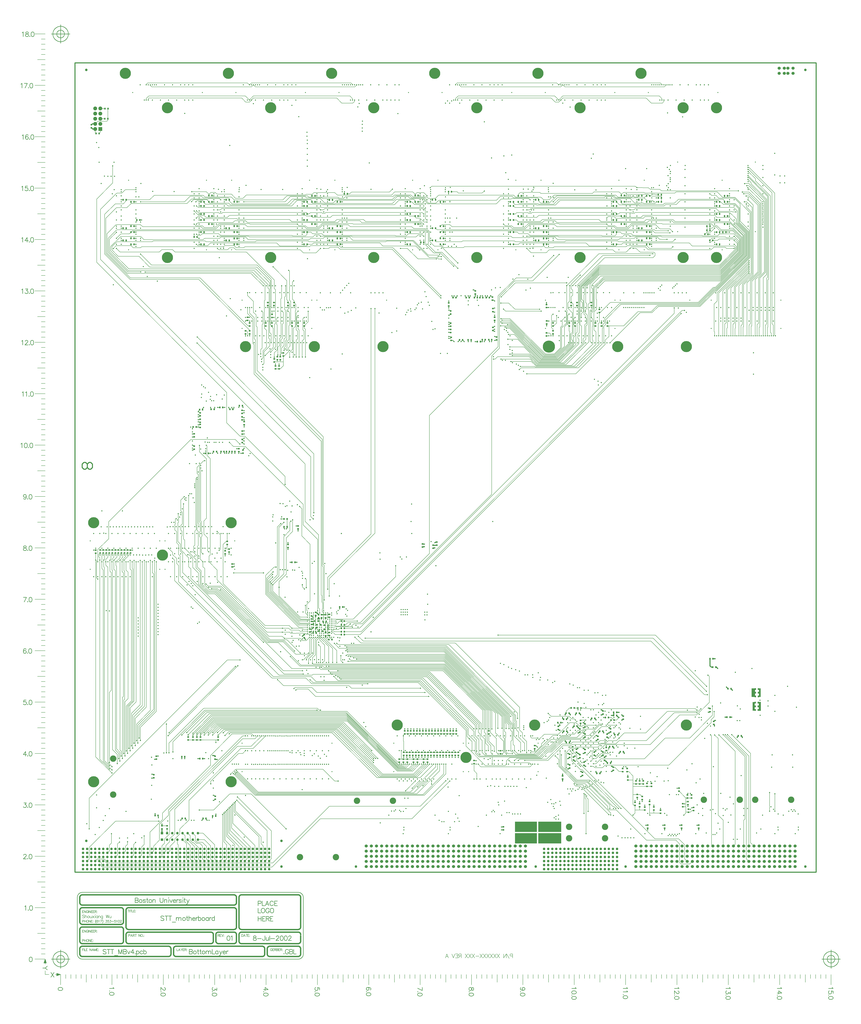
<source format=gbl>
%FSLAX24Y24*%
%MOIN*%
G70*
G01*
G75*
%ADD10C,0.0080*%
%ADD11C,0.0600*%
%ADD12R,0.1063X0.0236*%
%ADD13C,0.0270*%
%ADD14R,0.0157X0.0591*%
%ADD15R,0.0240X0.0800*%
%ADD16R,0.0118X0.0591*%
%ADD17R,0.0354X0.0315*%
%ADD18R,0.0315X0.0354*%
%ADD19R,0.0118X0.0591*%
%ADD20C,0.0280*%
%ADD21R,0.0591X0.0118*%
%ADD22R,0.0591X0.0118*%
%ADD23C,0.0280*%
%ADD24R,0.0787X0.0157*%
%ADD25R,0.0787X0.0157*%
%ADD26R,0.0800X0.0850*%
%ADD27R,0.0800X0.0240*%
%ADD28R,0.0512X0.0827*%
%ADD29R,0.0600X0.0600*%
%ADD30R,0.0600X0.0500*%
%ADD31R,0.2165X0.3150*%
%ADD32R,0.0157X0.0787*%
%ADD33R,0.0157X0.0787*%
%ADD34R,0.0236X0.0945*%
%ADD35R,0.0236X0.0945*%
%ADD36R,0.0236X0.1063*%
%ADD37R,0.1004X0.1063*%
%ADD38R,0.1063X0.1004*%
%ADD39R,0.0591X0.0157*%
%ADD40R,0.0591X0.0157*%
%ADD41R,0.0157X0.0591*%
%ADD42O,0.0800X0.0240*%
%ADD43O,0.0240X0.0800*%
%ADD44C,0.0394*%
%ADD45C,0.0157*%
%ADD46C,0.0060*%
%ADD47C,0.0120*%
%ADD48C,0.0240*%
%ADD49C,0.0100*%
%ADD50C,0.0200*%
%ADD51C,0.0500*%
%ADD52C,0.0150*%
%ADD53C,0.0090*%
%ADD54R,0.4500X0.2000*%
%ADD55R,0.4250X0.2000*%
%ADD56R,0.4250X0.2000*%
%ADD57R,0.4500X0.2000*%
%ADD58C,0.0250*%
%ADD59C,0.0050*%
%ADD60C,0.0200*%
%ADD61C,0.0500*%
%ADD62C,0.1250*%
%ADD63C,0.2165*%
%ADD64C,0.2165*%
%ADD65C,0.0750*%
%ADD66R,0.0750X0.0750*%
%ADD67C,0.2362*%
%ADD68R,0.0500X0.0500*%
%ADD69C,0.0240*%
%ADD70C,0.0230*%
%ADD71R,0.0689X0.1654*%
%ADD72R,0.0374X0.1713*%
%ADD73R,0.0394X0.1693*%
%ADD74R,0.0413X0.1732*%
D10*
X55154Y44183D02*
Y47982D01*
X53382Y42411D02*
X55154Y44183D01*
X53382Y41447D02*
Y42411D01*
X39268Y37762D02*
X39661Y38155D01*
Y39277D01*
X40055Y39671D01*
Y41502D01*
X70764Y36187D02*
Y36230D01*
X69976Y36187D02*
Y36230D01*
X69189Y36187D02*
Y36230D01*
X68402Y36187D02*
Y36230D01*
X67614Y36187D02*
Y36230D01*
X66827Y36187D02*
Y36230D01*
X66039Y36187D02*
Y36230D01*
X46433Y39415D02*
Y41069D01*
X45961Y38943D02*
X46433Y39415D01*
X45961Y37368D02*
Y38943D01*
X45567Y36974D02*
X45961Y37368D01*
X44386Y39415D02*
X44780Y39809D01*
X44386Y37368D02*
Y39415D01*
X43992Y36974D02*
X44386Y37368D01*
X43205Y39435D02*
Y39927D01*
X42811Y39041D02*
X43205Y39435D01*
X42811Y38155D02*
Y39041D01*
X42417Y37762D02*
X42811Y38155D01*
X41236Y39494D02*
X41630Y39888D01*
X41236Y37368D02*
Y39494D01*
X40843Y36974D02*
X41236Y37368D01*
X65626Y60541D02*
X66177D01*
X47929Y37762D02*
X48303Y38136D01*
X67398Y60896D02*
X67752Y60541D01*
X67988Y59990D02*
X68539Y60541D01*
X65587Y59990D02*
X67988D01*
X51413Y45817D02*
X65587Y59990D01*
X51413Y41486D02*
Y45817D01*
X50390Y40462D02*
X51413Y41486D01*
X50390Y39636D02*
Y40462D01*
X49898Y39144D02*
X50390Y39636D01*
X49898Y36974D02*
Y39144D01*
X49504Y36974D02*
X50291D01*
X67280Y58494D02*
X69327Y60541D01*
X64602Y58494D02*
X67280D01*
X52398Y46289D02*
X64602Y58494D01*
X52398Y41486D02*
Y46289D01*
X51413Y40502D02*
X52398Y41486D01*
X51413Y39951D02*
Y40502D01*
X50665Y39203D02*
X51413Y39951D01*
X50665Y38136D02*
Y39203D01*
X50291Y37762D02*
X50665Y38136D01*
X67634Y58061D02*
X70114Y60541D01*
X65232Y58061D02*
X67634D01*
X55154Y47982D02*
X65232Y58061D01*
X52398Y40462D02*
X53382Y41447D01*
X52398Y39990D02*
Y40462D01*
X51453Y39045D02*
X52398Y39990D01*
X51453Y38136D02*
Y39045D01*
X51079Y37762D02*
X51453Y38136D01*
X65626Y57116D02*
X66177Y57667D01*
X64799Y57116D02*
X65626D01*
X59406Y51722D02*
X64799Y57116D01*
X59406Y51210D02*
Y51722D01*
X49406Y40226D02*
Y43297D01*
X51177Y45069D01*
X48303Y38136D02*
Y39124D01*
X49406Y40226D01*
X51177Y46092D02*
X65626Y60541D01*
X51177Y45069D02*
Y46092D01*
X50004Y44258D02*
Y45508D01*
X59354Y54858D01*
Y56708D01*
X47555Y41810D02*
X50004Y44258D01*
X59354Y56708D02*
X63541Y60896D01*
X67398D01*
X47142Y36974D02*
X47929D01*
X47555D02*
Y41810D01*
X118154Y17715D02*
X117832D01*
X117725Y17751D01*
X117689Y17787D01*
X117654Y17858D01*
Y17965D01*
X117689Y18037D01*
X117725Y18072D01*
X117832Y18108D01*
X118154D01*
Y17358D01*
X117486Y17251D02*
X116986Y18108D01*
X116936D02*
Y17358D01*
Y18108D02*
X116436Y17358D01*
Y18108D02*
Y17358D01*
X115640Y18108D02*
X115140Y17358D01*
Y18108D02*
X115640Y17358D01*
X114972Y18108D02*
X114472Y17358D01*
Y18108D02*
X114972Y17358D01*
X114304Y18108D02*
X113804Y17358D01*
Y18108D02*
X114304Y17358D01*
X113637Y18108D02*
X113137Y17358D01*
Y18108D02*
X113637Y17358D01*
X112969Y18108D02*
X112469Y17358D01*
Y18108D02*
X112969Y17358D01*
X112301Y18108D02*
X111801Y17358D01*
Y18108D02*
X112301Y17358D01*
X111634Y17679D02*
X110991D01*
X110769Y18108D02*
X110270Y17358D01*
Y18108D02*
X110769Y17358D01*
X110102Y18108D02*
X109602Y17358D01*
Y18108D02*
X110102Y17358D01*
X109434Y18108D02*
X108934Y17358D01*
Y18108D02*
X109434Y17358D01*
X108177Y18108D02*
Y17358D01*
Y18108D02*
X107856D01*
X107749Y18072D01*
X107713Y18037D01*
X107677Y17965D01*
Y17894D01*
X107713Y17822D01*
X107749Y17787D01*
X107856Y17751D01*
X108177D01*
X107927D02*
X107677Y17358D01*
X107045Y18108D02*
X107509D01*
Y17358D01*
X107045D01*
X107509Y17751D02*
X107224D01*
X106920Y18108D02*
X106635Y17358D01*
X106349Y18108D02*
X106635Y17358D01*
X105092D02*
X105378Y18108D01*
X105663Y17358D01*
X105556Y17608D02*
X105199D01*
X25154Y127108D02*
X27154D01*
X26404Y126108D02*
X27154D01*
X26404Y125108D02*
X27154D01*
X26404Y124108D02*
X27154D01*
X26404Y123108D02*
X27154D01*
X25654Y122108D02*
X27154D01*
X26404Y121108D02*
X27154D01*
X26404Y120108D02*
X27154D01*
X26404Y119108D02*
X27154D01*
X26404Y118108D02*
X27154D01*
X25154Y117108D02*
X27154D01*
X26404Y116108D02*
X27154D01*
X26404Y115108D02*
X27154D01*
X26404Y114108D02*
X27154D01*
X26404Y113108D02*
X27154D01*
X25654Y112108D02*
X27154D01*
X26404Y111108D02*
X27154D01*
X26404Y110108D02*
X27154D01*
X26404Y109108D02*
X27154D01*
X26404Y108108D02*
X27154D01*
X25154Y107108D02*
X27154D01*
X26404Y106108D02*
X27154D01*
X26404Y105108D02*
X27154D01*
X26404Y104108D02*
X27154D01*
X26404Y103108D02*
X27154D01*
X25654Y102108D02*
X27154D01*
X26404Y101108D02*
X27154D01*
X26404Y100108D02*
X27154D01*
X26404Y99108D02*
X27154D01*
X26404Y98108D02*
X27154D01*
X25154Y97108D02*
X27154D01*
X26404Y96108D02*
X27154D01*
X26404Y95108D02*
X27154D01*
X26404Y94108D02*
X27154D01*
X26404Y93108D02*
X27154D01*
X25654Y92108D02*
X27154D01*
X26404Y91108D02*
X27154D01*
X26404Y90108D02*
X27154D01*
X26404Y89108D02*
X27154D01*
X26404Y88108D02*
X27154D01*
X25154Y87108D02*
X27154D01*
X26404Y86108D02*
X27154D01*
X26404Y85108D02*
X27154D01*
X26404Y84108D02*
X27154D01*
X26404Y83108D02*
X27154D01*
X25654Y82108D02*
X27154D01*
X26404Y81108D02*
X27154D01*
X26404Y80108D02*
X27154D01*
X26404Y79108D02*
X27154D01*
X26404Y78108D02*
X27154D01*
X25154Y77108D02*
X27154D01*
X26404Y76108D02*
X27154D01*
X26404Y75108D02*
X27154D01*
X26404Y74108D02*
X27154D01*
X26404Y73108D02*
X27154D01*
X25654Y72108D02*
X27154D01*
X26404Y71108D02*
X27154D01*
X26404Y70108D02*
X27154D01*
X26404Y69108D02*
X27154D01*
X26404Y68108D02*
X27154D01*
X25154Y67108D02*
X27154D01*
X26404Y66108D02*
X27154D01*
X26404Y65108D02*
X27154D01*
X26404Y64108D02*
X27154D01*
X26404Y63108D02*
X27154D01*
X25654Y62108D02*
X27154D01*
X26404Y61108D02*
X27154D01*
X26404Y60108D02*
X27154D01*
X26404Y59108D02*
X27154D01*
X26404Y58108D02*
X27154D01*
X25154Y57108D02*
X27154D01*
X26404Y56108D02*
X27154D01*
X26404Y55108D02*
X27154D01*
X26404Y54108D02*
X27154D01*
X26404Y53108D02*
X27154D01*
X25654Y52108D02*
X27154D01*
X26404Y51108D02*
X27154D01*
X26404Y50108D02*
X27154D01*
X26404Y49108D02*
X27154D01*
X26404Y48108D02*
X27154D01*
X25154Y47108D02*
X27154D01*
X26404Y46108D02*
X27154D01*
X26404Y45108D02*
X27154D01*
X26404Y44108D02*
X27154D01*
X26404Y43108D02*
X27154D01*
X25654Y42108D02*
X27154D01*
X26404Y41108D02*
X27154D01*
X26404Y40108D02*
X27154D01*
X26404Y39108D02*
X27154D01*
X26404Y38108D02*
X27154D01*
X25154Y37108D02*
X27154D01*
X26404Y36108D02*
X27154D01*
X26404Y35108D02*
X27154D01*
X26404Y34108D02*
X27154D01*
X26404Y33108D02*
X27154D01*
X25654Y32108D02*
X27154D01*
X26404Y31108D02*
X27154D01*
X26404Y30108D02*
X27154D01*
X26404Y29108D02*
X27154D01*
X26404Y28108D02*
X27154D01*
X25154Y27108D02*
X27154D01*
X26404Y26108D02*
X27154D01*
X26404Y25108D02*
X27154D01*
X26404Y24108D02*
X27154D01*
X26404Y23108D02*
X27154D01*
X25654Y22108D02*
X27154D01*
X26404Y21108D02*
X27154D01*
X26404Y20108D02*
X27154D01*
X26404Y19108D02*
X27154D01*
X26404Y18108D02*
X27154D01*
X25154Y17108D02*
X27154D01*
X29154Y14108D02*
X29404D01*
X27109Y16508D02*
X27199D01*
X26959Y16403D02*
X27349D01*
X27059Y16473D02*
X27249D01*
X27009Y16438D02*
X27299D01*
X26904Y16358D02*
X27404D01*
X27154Y14108D02*
X27904D01*
X180154Y12108D02*
Y14108D01*
X179154Y13358D02*
Y14108D01*
X178154Y13358D02*
Y14108D01*
X177154Y13358D02*
Y14108D01*
X176154Y13358D02*
Y14108D01*
X175154Y12608D02*
Y14108D01*
X174154Y13358D02*
Y14108D01*
X173154Y13358D02*
Y14108D01*
X172154Y13358D02*
Y14108D01*
X171154Y13358D02*
Y14108D01*
X170154Y12108D02*
Y14108D01*
X169154Y13358D02*
Y14108D01*
X168154Y13358D02*
Y14108D01*
X167154Y13358D02*
Y14108D01*
X166154Y13358D02*
Y14108D01*
X165154Y12608D02*
Y14108D01*
X164154Y13358D02*
Y14108D01*
X163154Y13358D02*
Y14108D01*
X162154Y13358D02*
Y14108D01*
X161154Y13358D02*
Y14108D01*
X160154Y12108D02*
Y14108D01*
X159154Y13358D02*
Y14108D01*
X158154Y13358D02*
Y14108D01*
X157154Y13358D02*
Y14108D01*
X156154Y13358D02*
Y14108D01*
X155154Y12608D02*
Y14108D01*
X154154Y13358D02*
Y14108D01*
X153154Y13358D02*
Y14108D01*
X152154Y13358D02*
Y14108D01*
X151154Y13358D02*
Y14108D01*
X150154Y12108D02*
Y14108D01*
X149154Y13358D02*
Y14108D01*
X148154Y13358D02*
Y14108D01*
X147154Y13358D02*
Y14108D01*
X146154Y13358D02*
Y14108D01*
X145154Y12608D02*
Y14108D01*
X144154Y13358D02*
Y14108D01*
X143154Y13358D02*
Y14108D01*
X142154Y13358D02*
Y14108D01*
X141154Y13358D02*
Y14108D01*
X140154Y12108D02*
Y14108D01*
X139154Y13358D02*
Y14108D01*
X138154Y13358D02*
Y14108D01*
X137154Y13358D02*
Y14108D01*
X136154Y13358D02*
Y14108D01*
X135154Y12608D02*
Y14108D01*
X134154Y13358D02*
Y14108D01*
X133154Y13358D02*
Y14108D01*
X132154Y13358D02*
Y14108D01*
X131154Y13358D02*
Y14108D01*
X130154Y12108D02*
Y14108D01*
X129154Y13358D02*
Y14108D01*
X128154Y13358D02*
Y14108D01*
X127154Y13358D02*
Y14108D01*
X126154Y13358D02*
Y14108D01*
X125154Y12608D02*
Y14108D01*
X124154Y13358D02*
Y14108D01*
X123154Y13358D02*
Y14108D01*
X122154Y13358D02*
Y14108D01*
X121154Y13358D02*
Y14108D01*
X120154Y12108D02*
Y14108D01*
X119154Y13358D02*
Y14108D01*
X118154Y13358D02*
Y14108D01*
X117154Y13358D02*
Y14108D01*
X116154Y13358D02*
Y14108D01*
X115154Y12608D02*
Y14108D01*
X114154Y13358D02*
Y14108D01*
X113154Y13358D02*
Y14108D01*
X112154Y13358D02*
Y14108D01*
X111154Y13358D02*
Y14108D01*
X110154Y12108D02*
Y14108D01*
X109154Y13358D02*
Y14108D01*
X108154Y13358D02*
Y14108D01*
X107154Y13358D02*
Y14108D01*
X106154Y13358D02*
Y14108D01*
X105154Y12608D02*
Y14108D01*
X104154Y13358D02*
Y14108D01*
X103154Y13358D02*
Y14108D01*
X102154Y13358D02*
Y14108D01*
X101154Y13358D02*
Y14108D01*
X100154Y12108D02*
Y14108D01*
X99154Y13358D02*
Y14108D01*
X98154Y13358D02*
Y14108D01*
X97154Y13358D02*
Y14108D01*
X96154Y13358D02*
Y14108D01*
X95154Y12608D02*
Y14108D01*
X94154Y13358D02*
Y14108D01*
X93154Y13358D02*
Y14108D01*
X92154Y13358D02*
Y14108D01*
X91154Y13358D02*
Y14108D01*
X90154Y12108D02*
Y14108D01*
X89154Y13358D02*
Y14108D01*
X88154Y13358D02*
Y14108D01*
X87154Y13358D02*
Y14108D01*
X86154Y13358D02*
Y14108D01*
X85154Y12608D02*
Y14108D01*
X84154Y13358D02*
Y14108D01*
X83154Y13358D02*
Y14108D01*
X82154Y13358D02*
Y14108D01*
X81154Y13358D02*
Y14108D01*
X80154Y12108D02*
Y14108D01*
X79154Y13358D02*
Y14108D01*
X78154Y13358D02*
Y14108D01*
X77154Y13358D02*
Y14108D01*
X76154Y13358D02*
Y14108D01*
X75154Y12608D02*
Y14108D01*
X74154Y13358D02*
Y14108D01*
X73154Y13358D02*
Y14108D01*
X72154Y13358D02*
Y14108D01*
X71154Y13358D02*
Y14108D01*
X70154Y12108D02*
Y14108D01*
X69154Y13358D02*
Y14108D01*
X68154Y13358D02*
Y14108D01*
X67154Y13358D02*
Y14108D01*
X66154Y13358D02*
Y14108D01*
X65154Y12608D02*
Y14108D01*
X64154Y13358D02*
Y14108D01*
X63154Y13358D02*
Y14108D01*
X62154Y13358D02*
Y14108D01*
X61154Y13358D02*
Y14108D01*
X60154Y12108D02*
Y14108D01*
X59154Y13358D02*
Y14108D01*
X58154Y13358D02*
Y14108D01*
X57154Y13358D02*
Y14108D01*
X56154Y13358D02*
Y14108D01*
X55154Y12608D02*
Y14108D01*
X54154Y13358D02*
Y14108D01*
X53154Y13358D02*
Y14108D01*
X52154Y13358D02*
Y14108D01*
X51154Y13358D02*
Y14108D01*
X50154Y12108D02*
Y14108D01*
X49154Y13358D02*
Y14108D01*
X48154Y13358D02*
Y14108D01*
X47154Y13358D02*
Y14108D01*
X46154Y13358D02*
Y14108D01*
X45154Y12608D02*
Y14108D01*
X44154Y13358D02*
Y14108D01*
X43154Y13358D02*
Y14108D01*
X42154Y13358D02*
Y14108D01*
X41154Y13358D02*
Y14108D01*
X40154Y12108D02*
Y14108D01*
X39154Y13358D02*
Y14108D01*
X38154Y13358D02*
Y14108D01*
X37154Y13358D02*
Y14108D01*
X36154Y13358D02*
Y14108D01*
X35154Y12608D02*
Y14108D01*
X34154Y13358D02*
Y14108D01*
X33154Y13358D02*
Y14108D01*
X32154Y13358D02*
Y14108D01*
X31154Y13358D02*
Y14108D01*
X30154Y12108D02*
Y14108D01*
X29554Y14063D02*
Y14153D01*
X29449Y13913D02*
Y14303D01*
X29519Y14013D02*
Y14203D01*
X27154Y16108D02*
Y16358D01*
X29484Y13963D02*
Y14253D01*
X29404Y13858D02*
Y14358D01*
X27154Y14108D02*
Y14858D01*
X29554Y14063D02*
X29684Y14108D01*
X29554Y14153D02*
X29684Y14108D01*
X29449Y13913D02*
X30029Y14108D01*
X29449Y14303D02*
X30029Y14108D01*
X29519Y14013D02*
X29799Y14108D01*
X29519Y14203D02*
X29799Y14108D01*
X27154Y16638D02*
X27199Y16508D01*
X27109D02*
X27154Y16638D01*
Y16983D02*
X27349Y16403D01*
X26959D02*
X27154Y16983D01*
Y16753D02*
X27249Y16473D01*
X27059D02*
X27154Y16753D01*
Y16868D02*
X27299Y16438D01*
X27009D02*
X27154Y16868D01*
X26904Y16358D02*
X27154Y17108D01*
X27404Y16358D01*
X29484Y13963D02*
X29914Y14108D01*
X29484Y14253D02*
X29914Y14108D01*
X29404Y14358D02*
X30154Y14108D01*
X29404Y13858D02*
X30154Y14108D01*
X25154Y197108D02*
X27154D01*
X26404Y196108D02*
X27154D01*
X26404Y195108D02*
X27154D01*
X26404Y194108D02*
X27154D01*
X26404Y193108D02*
X27154D01*
X25654Y192108D02*
X27154D01*
X26404Y191108D02*
X27154D01*
X26404Y190108D02*
X27154D01*
X26404Y189108D02*
X27154D01*
X26404Y188108D02*
X27154D01*
X25154Y187108D02*
X27154D01*
X26404Y186108D02*
X27154D01*
X26404Y185108D02*
X27154D01*
X26404Y184108D02*
X27154D01*
X26404Y183108D02*
X27154D01*
X25654Y182108D02*
X27154D01*
X26404Y181108D02*
X27154D01*
X26404Y180108D02*
X27154D01*
X26404Y179108D02*
X27154D01*
X26404Y178108D02*
X27154D01*
X25154Y177108D02*
X27154D01*
X26404Y176108D02*
X27154D01*
X26404Y175108D02*
X27154D01*
X26404Y174108D02*
X27154D01*
X26404Y173108D02*
X27154D01*
X25654Y172108D02*
X27154D01*
X26404Y171108D02*
X27154D01*
X26404Y170108D02*
X27154D01*
X26404Y169108D02*
X27154D01*
X26404Y168108D02*
X27154D01*
X25154Y167108D02*
X27154D01*
X26404Y166108D02*
X27154D01*
X26404Y165108D02*
X27154D01*
X26404Y164108D02*
X27154D01*
X26404Y163108D02*
X27154D01*
X25654Y162108D02*
X27154D01*
X26404Y161108D02*
X27154D01*
X26404Y160108D02*
X27154D01*
X26404Y159108D02*
X27154D01*
X26404Y158108D02*
X27154D01*
X25154Y157108D02*
X27154D01*
X26404Y156108D02*
X27154D01*
X26404Y155108D02*
X27154D01*
X26404Y154108D02*
X27154D01*
X26404Y153108D02*
X27154D01*
X25654Y152108D02*
X27154D01*
X26404Y151108D02*
X27154D01*
X26404Y150108D02*
X27154D01*
X26404Y149108D02*
X27154D01*
X26404Y148108D02*
X27154D01*
X25154Y147108D02*
X27154D01*
X26404Y146108D02*
X27154D01*
X26404Y145108D02*
X27154D01*
X26404Y144108D02*
X27154D01*
X26404Y143108D02*
X27154D01*
X25654Y142108D02*
X27154D01*
X26404Y141108D02*
X27154D01*
X26404Y140108D02*
X27154D01*
X26404Y139108D02*
X27154D01*
X26404Y138108D02*
X27154D01*
X25154Y137108D02*
X27154D01*
X26404Y136108D02*
X27154D01*
X26404Y135108D02*
X27154D01*
X26404Y134108D02*
X27154D01*
X26404Y133108D02*
X27154D01*
X25654Y132108D02*
X27154D01*
X26404Y131108D02*
X27154D01*
X26404Y130108D02*
X27154D01*
X26404Y129108D02*
X27154D01*
X26404Y128108D02*
X27154D01*
X25154Y127108D02*
X27154D01*
X34803Y25622D02*
X34746Y25679D01*
X34661Y25708D01*
X34546D01*
X34461Y25679D01*
X34404Y25622D01*
Y25565D01*
X34432Y25508D01*
X34461Y25479D01*
X34518Y25451D01*
X34689Y25394D01*
X34746Y25365D01*
X34775Y25337D01*
X34803Y25280D01*
Y25194D01*
X34746Y25137D01*
X34661Y25108D01*
X34546D01*
X34461Y25137D01*
X34404Y25194D01*
X34938Y25708D02*
Y25108D01*
Y25394D02*
X35023Y25479D01*
X35081Y25508D01*
X35166D01*
X35223Y25479D01*
X35252Y25394D01*
Y25108D01*
X35552Y25508D02*
X35495Y25479D01*
X35438Y25422D01*
X35409Y25337D01*
Y25280D01*
X35438Y25194D01*
X35495Y25137D01*
X35552Y25108D01*
X35638D01*
X35695Y25137D01*
X35752Y25194D01*
X35780Y25280D01*
Y25337D01*
X35752Y25422D01*
X35695Y25479D01*
X35638Y25508D01*
X35552D01*
X35912D02*
Y25222D01*
X35940Y25137D01*
X35997Y25108D01*
X36083D01*
X36140Y25137D01*
X36226Y25222D01*
Y25508D02*
Y25108D01*
X36383Y25508D02*
X36697Y25108D01*
Y25508D02*
X36383Y25108D01*
X36880Y25708D02*
X36909Y25679D01*
X36937Y25708D01*
X36909Y25737D01*
X36880Y25708D01*
X36909Y25508D02*
Y25108D01*
X37386Y25508D02*
Y25108D01*
Y25422D02*
X37329Y25479D01*
X37271Y25508D01*
X37186D01*
X37129Y25479D01*
X37072Y25422D01*
X37043Y25337D01*
Y25280D01*
X37072Y25194D01*
X37129Y25137D01*
X37186Y25108D01*
X37271D01*
X37329Y25137D01*
X37386Y25194D01*
X37546Y25508D02*
Y25108D01*
Y25394D02*
X37631Y25479D01*
X37689Y25508D01*
X37774D01*
X37831Y25479D01*
X37860Y25394D01*
Y25108D01*
X38360Y25508D02*
Y25051D01*
X38331Y24965D01*
X38303Y24937D01*
X38246Y24908D01*
X38160D01*
X38103Y24937D01*
X38360Y25422D02*
X38303Y25479D01*
X38246Y25508D01*
X38160D01*
X38103Y25479D01*
X38046Y25422D01*
X38017Y25337D01*
Y25280D01*
X38046Y25194D01*
X38103Y25137D01*
X38160Y25108D01*
X38246D01*
X38303Y25137D01*
X38360Y25194D01*
X38991Y25708D02*
X39134Y25108D01*
X39277Y25708D02*
X39134Y25108D01*
X39277Y25708D02*
X39420Y25108D01*
X39562Y25708D02*
X39420Y25108D01*
X39682Y25508D02*
Y25222D01*
X39711Y25137D01*
X39768Y25108D01*
X39854D01*
X39911Y25137D01*
X39997Y25222D01*
Y25508D02*
Y25108D01*
D11*
X171768Y189447D02*
D03*
Y190447D02*
D03*
X172768Y189447D02*
D03*
Y190447D02*
D03*
X171067D02*
D03*
Y189447D02*
D03*
X170067Y190447D02*
D03*
Y189447D02*
D03*
X119654Y36108D02*
D03*
X118654D02*
D03*
X117654D02*
D03*
X116654D02*
D03*
X115654D02*
D03*
X114654D02*
D03*
X113654D02*
D03*
X112654D02*
D03*
X111654D02*
D03*
X110654D02*
D03*
X109654D02*
D03*
X108654D02*
D03*
X107654D02*
D03*
X106654D02*
D03*
X105654D02*
D03*
X104654D02*
D03*
X103654D02*
D03*
X102654D02*
D03*
X101654D02*
D03*
X100654D02*
D03*
X99654D02*
D03*
X98654D02*
D03*
X97654D02*
D03*
X96654D02*
D03*
X95654D02*
D03*
X94654D02*
D03*
X93654D02*
D03*
X92654D02*
D03*
X91654D02*
D03*
X90654D02*
D03*
X89654D02*
D03*
Y38108D02*
D03*
X90654D02*
D03*
X91654D02*
D03*
X92654D02*
D03*
X95654D02*
D03*
X94654D02*
D03*
X93654D02*
D03*
X120654Y36108D02*
D03*
X118654Y37108D02*
D03*
X119654Y38108D02*
D03*
X118654D02*
D03*
X117654D02*
D03*
X116654D02*
D03*
X115654D02*
D03*
X114654D02*
D03*
X113654D02*
D03*
X112654D02*
D03*
X111654D02*
D03*
X110654D02*
D03*
X109654D02*
D03*
X108654D02*
D03*
X107654D02*
D03*
X106654D02*
D03*
X105654D02*
D03*
X104654D02*
D03*
X103654D02*
D03*
X102654D02*
D03*
X101654D02*
D03*
X100654D02*
D03*
X99654D02*
D03*
X98654D02*
D03*
X97654D02*
D03*
X96654D02*
D03*
X120654D02*
D03*
Y39108D02*
D03*
X119654D02*
D03*
X118654D02*
D03*
X117654D02*
D03*
X116654D02*
D03*
X115654D02*
D03*
X114654D02*
D03*
X113654D02*
D03*
X112654D02*
D03*
X111654D02*
D03*
X110654D02*
D03*
X109654D02*
D03*
X108654D02*
D03*
X107654D02*
D03*
X106654D02*
D03*
X105654D02*
D03*
X104654D02*
D03*
X103654D02*
D03*
X102654D02*
D03*
X101654D02*
D03*
X100654D02*
D03*
X99654D02*
D03*
X98654D02*
D03*
X97654D02*
D03*
X96654D02*
D03*
X95654D02*
D03*
X94654D02*
D03*
X93654D02*
D03*
X92654D02*
D03*
X91654D02*
D03*
X90654D02*
D03*
X89654D02*
D03*
X120654Y35108D02*
D03*
X118654D02*
D03*
X116654D02*
D03*
X114654D02*
D03*
X112654D02*
D03*
X110654D02*
D03*
X108654D02*
D03*
X106654D02*
D03*
X104654D02*
D03*
X102654D02*
D03*
X100654D02*
D03*
X98654D02*
D03*
X96654D02*
D03*
X94654D02*
D03*
X92654D02*
D03*
X90654D02*
D03*
X143154D02*
D03*
X145154D02*
D03*
X147154D02*
D03*
X149154D02*
D03*
X151154D02*
D03*
X153154D02*
D03*
X155154D02*
D03*
X157154D02*
D03*
X159154D02*
D03*
X161154D02*
D03*
X163154D02*
D03*
X165154D02*
D03*
X167154D02*
D03*
X169154D02*
D03*
X171154D02*
D03*
X173154D02*
D03*
X142154Y39108D02*
D03*
X145154D02*
D03*
X147154D02*
D03*
X149154D02*
D03*
X151154D02*
D03*
X153154D02*
D03*
X155154D02*
D03*
X166154D02*
D03*
X167154D02*
D03*
X168154D02*
D03*
X169154D02*
D03*
X170154D02*
D03*
X171154D02*
D03*
X173154D02*
D03*
X152154Y37108D02*
D03*
X153154D02*
D03*
X159154D02*
D03*
X160154D02*
D03*
X161154D02*
D03*
X162154D02*
D03*
X172154D02*
D03*
X173154D02*
D03*
X143154D02*
D03*
X163154Y36108D02*
D03*
X159154D02*
D03*
X157154D02*
D03*
X155154D02*
D03*
X165154D02*
D03*
X154154Y37108D02*
D03*
X151154D02*
D03*
X165154Y38108D02*
D03*
X172154Y39108D02*
D03*
X143154D02*
D03*
X164154Y35108D02*
D03*
X162154D02*
D03*
X160154D02*
D03*
X158154D02*
D03*
X156154D02*
D03*
X172154D02*
D03*
X154154D02*
D03*
X152154D02*
D03*
X150154D02*
D03*
X148154D02*
D03*
X146154D02*
D03*
X144154D02*
D03*
X142154D02*
D03*
X170154D02*
D03*
X168154D02*
D03*
X166154D02*
D03*
X109654Y37108D02*
D03*
X119654D02*
D03*
X99654D02*
D03*
X90654D02*
D03*
X111654Y35108D02*
D03*
X109654D02*
D03*
X107654D02*
D03*
X105654D02*
D03*
X103654D02*
D03*
X119654D02*
D03*
X101654D02*
D03*
X99654D02*
D03*
X97654D02*
D03*
X95654D02*
D03*
X93654D02*
D03*
X91654D02*
D03*
X89654D02*
D03*
X117654D02*
D03*
X115654D02*
D03*
X113654D02*
D03*
X158154Y36108D02*
D03*
X164154Y39108D02*
D03*
X163154D02*
D03*
X161154D02*
D03*
X159154D02*
D03*
X157154D02*
D03*
X165154D02*
D03*
X164154Y38108D02*
D03*
X142154Y36108D02*
D03*
Y37108D02*
D03*
Y38108D02*
D03*
X120654Y37108D02*
D03*
X108654D02*
D03*
X89654D02*
D03*
X143154Y38108D02*
D03*
Y36108D02*
D03*
X161154Y38108D02*
D03*
X146154D02*
D03*
X147154D02*
D03*
X148154D02*
D03*
X149154D02*
D03*
X150154D02*
D03*
X151154D02*
D03*
X152154D02*
D03*
X153154D02*
D03*
X154154D02*
D03*
X155154D02*
D03*
X144154Y36108D02*
D03*
X156154Y38108D02*
D03*
X157154D02*
D03*
X158154D02*
D03*
X159154D02*
D03*
X117654Y37108D02*
D03*
X116654D02*
D03*
X115654D02*
D03*
X114654D02*
D03*
X113654D02*
D03*
X112654D02*
D03*
X145154Y36108D02*
D03*
X111654Y37108D02*
D03*
X110654D02*
D03*
X146154Y36108D02*
D03*
X147154D02*
D03*
X148154D02*
D03*
X149154D02*
D03*
X150154D02*
D03*
X144154Y38108D02*
D03*
X145154D02*
D03*
X171154Y37108D02*
D03*
X158154D02*
D03*
X157154D02*
D03*
X156154D02*
D03*
X155154D02*
D03*
X151154Y36108D02*
D03*
X160154Y38108D02*
D03*
X156154Y36108D02*
D03*
X163154Y38108D02*
D03*
X173154Y36108D02*
D03*
X171154Y38108D02*
D03*
X170154D02*
D03*
X169154D02*
D03*
X168154D02*
D03*
X167154D02*
D03*
X166154D02*
D03*
X107654Y37108D02*
D03*
X106654D02*
D03*
X105654D02*
D03*
X104654D02*
D03*
X172154Y36108D02*
D03*
X103654Y37108D02*
D03*
X102654D02*
D03*
X101654D02*
D03*
X100654D02*
D03*
X98654D02*
D03*
X97654D02*
D03*
X96654D02*
D03*
X95654D02*
D03*
X94654D02*
D03*
X93654D02*
D03*
X171154Y36108D02*
D03*
X92654Y37108D02*
D03*
X91654D02*
D03*
X170154Y36108D02*
D03*
X169154D02*
D03*
X168154D02*
D03*
X167154D02*
D03*
X166154D02*
D03*
X173154Y38108D02*
D03*
X172154D02*
D03*
X161154Y36108D02*
D03*
X162154D02*
D03*
X153154D02*
D03*
X154154D02*
D03*
X152154D02*
D03*
X144154Y37108D02*
D03*
X145154D02*
D03*
X146154D02*
D03*
X147154D02*
D03*
X148154D02*
D03*
X149154D02*
D03*
X150154D02*
D03*
X164154Y36108D02*
D03*
X162154Y38108D02*
D03*
X160154Y36108D02*
D03*
X162154Y39108D02*
D03*
X160154D02*
D03*
X158154D02*
D03*
X156154D02*
D03*
X154154D02*
D03*
X152154D02*
D03*
X150154D02*
D03*
X148154D02*
D03*
X146154D02*
D03*
X144154D02*
D03*
X170154Y37108D02*
D03*
X169154D02*
D03*
X168154D02*
D03*
X167154D02*
D03*
X166154D02*
D03*
X165154D02*
D03*
X164154D02*
D03*
X163154D02*
D03*
D17*
X60823Y59734D02*
D03*
Y60325D02*
D03*
X54996Y59734D02*
D03*
Y60325D02*
D03*
X57398Y59734D02*
D03*
Y60325D02*
D03*
X55941Y59734D02*
D03*
Y60325D02*
D03*
X96098Y55994D02*
D03*
Y55403D02*
D03*
X70488Y144262D02*
D03*
Y144852D02*
D03*
X129189Y140876D02*
D03*
Y140285D02*
D03*
X81768Y83514D02*
D03*
Y84104D02*
D03*
X80980Y83514D02*
D03*
Y84104D02*
D03*
X80390Y83514D02*
D03*
Y84104D02*
D03*
X79031Y82805D02*
D03*
Y82214D02*
D03*
Y83277D02*
D03*
Y83868D02*
D03*
X62972Y96296D02*
D03*
Y96887D02*
D03*
X62196Y95937D02*
D03*
Y96527D02*
D03*
X62604Y97788D02*
D03*
Y98379D02*
D03*
X124754Y138928D02*
D03*
Y138337D02*
D03*
X66177Y138750D02*
D03*
Y139340D02*
D03*
X107594Y57332D02*
D03*
Y56742D02*
D03*
X107201Y61506D02*
D03*
Y60915D02*
D03*
X107004Y57332D02*
D03*
Y56742D02*
D03*
X106610Y61506D02*
D03*
Y60915D02*
D03*
X106020D02*
D03*
Y61506D02*
D03*
X105823Y56742D02*
D03*
Y57332D02*
D03*
X105429Y60915D02*
D03*
Y61506D02*
D03*
X105232Y56742D02*
D03*
Y57332D02*
D03*
X104839Y60914D02*
D03*
Y61505D02*
D03*
X104642Y56742D02*
D03*
Y57332D02*
D03*
X104248Y60915D02*
D03*
Y61506D02*
D03*
X104051Y56742D02*
D03*
Y57332D02*
D03*
X106413D02*
D03*
Y56742D02*
D03*
X103657Y61506D02*
D03*
Y60915D02*
D03*
X103460Y57332D02*
D03*
Y56742D02*
D03*
X103067Y61505D02*
D03*
Y60914D02*
D03*
X102870Y57332D02*
D03*
Y56742D02*
D03*
X102476Y61506D02*
D03*
Y60915D02*
D03*
X102279Y57332D02*
D03*
Y56742D02*
D03*
X101886Y61506D02*
D03*
Y60915D02*
D03*
X101689Y57332D02*
D03*
Y56742D02*
D03*
X101285Y61502D02*
D03*
Y60912D02*
D03*
X101098Y57332D02*
D03*
Y56742D02*
D03*
X100705Y61506D02*
D03*
Y60915D02*
D03*
X100508Y57332D02*
D03*
Y56742D02*
D03*
X100114Y61506D02*
D03*
Y60915D02*
D03*
X99917Y57332D02*
D03*
Y56742D02*
D03*
X99523Y61506D02*
D03*
Y60915D02*
D03*
X99327Y57332D02*
D03*
Y56742D02*
D03*
X98933Y61506D02*
D03*
Y60915D02*
D03*
X98736Y57332D02*
D03*
Y56742D02*
D03*
X98342Y61506D02*
D03*
Y60915D02*
D03*
X98146Y57332D02*
D03*
Y56742D02*
D03*
X97752Y61506D02*
D03*
Y60915D02*
D03*
X97555Y57332D02*
D03*
Y56742D02*
D03*
X97161Y61506D02*
D03*
Y60915D02*
D03*
X96964Y57332D02*
D03*
Y56742D02*
D03*
X102691Y97038D02*
D03*
Y97629D02*
D03*
X103391Y97637D02*
D03*
Y98228D02*
D03*
X100641Y97878D02*
D03*
Y97287D02*
D03*
X82516Y80050D02*
D03*
Y80640D02*
D03*
X77591Y79642D02*
D03*
Y80232D02*
D03*
X78657Y80758D02*
D03*
Y81348D02*
D03*
X81768Y80601D02*
D03*
Y80010D02*
D03*
X136054Y55787D02*
D03*
Y56378D02*
D03*
X134054Y56788D02*
D03*
Y57379D02*
D03*
X127904Y52137D02*
D03*
Y52728D02*
D03*
X132254Y60312D02*
D03*
Y60903D02*
D03*
X129254Y56928D02*
D03*
Y56337D02*
D03*
Y54287D02*
D03*
Y54878D02*
D03*
X139704Y64378D02*
D03*
Y63787D02*
D03*
X131254Y61879D02*
D03*
Y61288D02*
D03*
X132083Y55403D02*
D03*
Y54813D02*
D03*
X137754Y54428D02*
D03*
Y53837D02*
D03*
X131754Y53429D02*
D03*
Y52838D02*
D03*
X136571Y60285D02*
D03*
Y60876D02*
D03*
X130604Y57337D02*
D03*
Y57928D02*
D03*
X131254Y56288D02*
D03*
Y56879D02*
D03*
X134754Y59837D02*
D03*
Y60428D02*
D03*
X127054Y62378D02*
D03*
Y61787D02*
D03*
X132254Y57879D02*
D03*
Y57288D02*
D03*
X130035Y56420D02*
D03*
Y55829D02*
D03*
X135754Y65378D02*
D03*
Y64787D02*
D03*
X132254Y62879D02*
D03*
Y62288D02*
D03*
X137240Y61899D02*
D03*
Y61309D02*
D03*
X135754Y57379D02*
D03*
Y56788D02*
D03*
X116354Y42829D02*
D03*
Y42238D02*
D03*
X144454Y42588D02*
D03*
Y43179D02*
D03*
X72713Y132525D02*
D03*
Y131935D02*
D03*
X72949Y133707D02*
D03*
Y134297D02*
D03*
X73539Y135045D02*
D03*
Y134455D02*
D03*
X72358Y133707D02*
D03*
Y134297D02*
D03*
X71768Y133273D02*
D03*
Y133864D02*
D03*
X72004Y132525D02*
D03*
Y131935D02*
D03*
X135075Y142923D02*
D03*
Y143514D02*
D03*
X126020Y140876D02*
D03*
Y140285D02*
D03*
Y139340D02*
D03*
Y138750D02*
D03*
X133500Y144262D02*
D03*
Y144852D02*
D03*
X129563Y144262D02*
D03*
Y144852D02*
D03*
X130350Y140285D02*
D03*
Y140876D02*
D03*
X130705Y144262D02*
D03*
Y144852D02*
D03*
X134287Y140285D02*
D03*
Y140876D02*
D03*
X135469D02*
D03*
Y140285D02*
D03*
X136650Y140281D02*
D03*
Y140872D02*
D03*
X50902Y42451D02*
D03*
Y43041D02*
D03*
X48303Y52372D02*
D03*
Y52962D02*
D03*
X60232Y56584D02*
D03*
Y55994D02*
D03*
X48815Y56584D02*
D03*
Y55994D02*
D03*
X151054Y43179D02*
D03*
Y42588D02*
D03*
X154404D02*
D03*
Y43179D02*
D03*
X147754D02*
D03*
Y42588D02*
D03*
X66965Y140285D02*
D03*
Y140876D02*
D03*
Y138750D02*
D03*
Y139340D02*
D03*
X74445Y144852D02*
D03*
Y144262D02*
D03*
X70114Y140876D02*
D03*
Y140285D02*
D03*
X71295Y140876D02*
D03*
Y140285D02*
D03*
X71689Y144852D02*
D03*
Y144262D02*
D03*
X75232Y140876D02*
D03*
Y140285D02*
D03*
X75626Y144852D02*
D03*
Y144262D02*
D03*
X76413Y140876D02*
D03*
Y140285D02*
D03*
X77594D02*
D03*
Y140876D02*
D03*
X106098Y143194D02*
D03*
Y142604D02*
D03*
X56177Y118710D02*
D03*
Y119301D02*
D03*
X57319Y121147D02*
D03*
Y120557D02*
D03*
X65508Y122013D02*
D03*
Y122604D02*
D03*
Y123864D02*
D03*
Y123273D02*
D03*
X106099Y140832D02*
D03*
Y140242D02*
D03*
X114326Y143077D02*
D03*
Y143667D02*
D03*
X106217Y137486D02*
D03*
Y138076D02*
D03*
X105744Y144179D02*
D03*
Y144769D02*
D03*
X114326Y140006D02*
D03*
Y139415D02*
D03*
X57319Y122801D02*
D03*
Y123391D02*
D03*
X65901Y121069D02*
D03*
Y121659D02*
D03*
X114681Y141383D02*
D03*
Y141974D02*
D03*
X115035Y137565D02*
D03*
Y138155D02*
D03*
X57319Y122132D02*
D03*
Y121541D02*
D03*
X110901Y146502D02*
D03*
Y147093D02*
D03*
X65665Y115557D02*
D03*
Y116147D02*
D03*
X56177Y116899D02*
D03*
Y116309D02*
D03*
X65547Y119257D02*
D03*
Y119848D02*
D03*
Y118195D02*
D03*
Y117604D02*
D03*
X114248Y145911D02*
D03*
Y145321D02*
D03*
X106098Y139612D02*
D03*
Y139021D02*
D03*
X64878Y115832D02*
D03*
Y116423D02*
D03*
X136404Y57687D02*
D03*
Y58278D02*
D03*
X129854Y58403D02*
D03*
Y57812D02*
D03*
X139607Y54169D02*
D03*
Y53578D02*
D03*
X153004Y48438D02*
D03*
Y49029D02*
D03*
X152204D02*
D03*
Y48438D02*
D03*
X153400Y46001D02*
D03*
Y46592D02*
D03*
X152404Y46279D02*
D03*
Y45688D02*
D03*
X152304Y47728D02*
D03*
Y47137D02*
D03*
X150554Y50379D02*
D03*
Y49788D02*
D03*
X151304Y46738D02*
D03*
Y47329D02*
D03*
X145190Y51287D02*
D03*
Y50697D02*
D03*
X146954Y45488D02*
D03*
Y46079D02*
D03*
X144346Y51287D02*
D03*
Y50697D02*
D03*
X142904Y51188D02*
D03*
Y51779D02*
D03*
X145659Y46705D02*
D03*
Y46114D02*
D03*
X143904Y46099D02*
D03*
Y46690D02*
D03*
X143404Y48137D02*
D03*
Y48728D02*
D03*
X142904Y46738D02*
D03*
Y47329D02*
D03*
X141994Y47604D02*
D03*
Y47014D02*
D03*
X143604Y51188D02*
D03*
Y51779D02*
D03*
X142204D02*
D03*
Y51188D02*
D03*
X144850Y47175D02*
D03*
Y47766D02*
D03*
X140454Y54179D02*
D03*
Y53588D02*
D03*
X140604Y51938D02*
D03*
Y52529D02*
D03*
X142447Y48555D02*
D03*
Y49145D02*
D03*
X157319Y63356D02*
D03*
Y62765D02*
D03*
X156610Y65246D02*
D03*
Y65836D02*
D03*
X76413Y100797D02*
D03*
Y101388D02*
D03*
X82516Y83592D02*
D03*
Y84183D02*
D03*
X79839Y84577D02*
D03*
Y83987D02*
D03*
X36154Y179428D02*
D03*
Y178837D02*
D03*
X110654Y55138D02*
D03*
Y55729D02*
D03*
X115804Y57037D02*
D03*
Y57628D02*
D03*
X101610Y55994D02*
D03*
Y55403D02*
D03*
X100823Y55994D02*
D03*
Y55403D02*
D03*
X99642Y55994D02*
D03*
Y55403D02*
D03*
X98854Y55994D02*
D03*
Y55403D02*
D03*
X43756Y96686D02*
D03*
Y96096D02*
D03*
X43185Y96112D02*
D03*
Y96703D02*
D03*
X42594D02*
D03*
Y96112D02*
D03*
X42004D02*
D03*
Y96703D02*
D03*
X41413D02*
D03*
Y96112D02*
D03*
X40823D02*
D03*
Y96703D02*
D03*
X40232D02*
D03*
Y96112D02*
D03*
X39642D02*
D03*
Y96703D02*
D03*
X97673Y55994D02*
D03*
Y55403D02*
D03*
X96886Y55994D02*
D03*
Y55403D02*
D03*
X39051Y96703D02*
D03*
Y96112D02*
D03*
X38461D02*
D03*
Y96703D02*
D03*
X37870D02*
D03*
Y96112D02*
D03*
X37004Y96073D02*
D03*
Y96663D02*
D03*
X131404Y62962D02*
D03*
Y63553D02*
D03*
X113539Y61506D02*
D03*
Y60915D02*
D03*
X71335Y141936D02*
D03*
Y142527D02*
D03*
X60272Y48789D02*
D03*
Y48199D02*
D03*
X49917Y42451D02*
D03*
Y43041D02*
D03*
X56689Y59734D02*
D03*
Y60325D02*
D03*
X74445Y97175D02*
D03*
Y97766D02*
D03*
X124759Y144458D02*
D03*
Y143868D02*
D03*
X63579Y93986D02*
D03*
Y93395D02*
D03*
X122476Y58041D02*
D03*
Y58632D02*
D03*
X66571Y141978D02*
D03*
Y141388D02*
D03*
X124799Y141269D02*
D03*
Y140679D02*
D03*
D18*
X80488Y80896D02*
D03*
X81079D02*
D03*
X39389Y182577D02*
D03*
X38798D02*
D03*
X60370Y44951D02*
D03*
X59780D02*
D03*
X157142Y156954D02*
D03*
X156551D02*
D03*
X83087Y164793D02*
D03*
X82496D02*
D03*
X124189Y157313D02*
D03*
X124780D02*
D03*
X59031Y165659D02*
D03*
X59622D02*
D03*
X64543Y157313D02*
D03*
X63953D02*
D03*
X84622D02*
D03*
X84031D02*
D03*
X139937Y165659D02*
D03*
X139346D02*
D03*
X99189D02*
D03*
X99780D02*
D03*
X79346Y81624D02*
D03*
X79937D02*
D03*
X82220Y81290D02*
D03*
X81630D02*
D03*
Y82077D02*
D03*
X82220D02*
D03*
X73677Y102746D02*
D03*
X74268D02*
D03*
X137923Y63608D02*
D03*
X137333D02*
D03*
X136233Y64108D02*
D03*
X136823D02*
D03*
X147142Y165222D02*
D03*
X146551D02*
D03*
X142733Y165608D02*
D03*
X143323D02*
D03*
X144873D02*
D03*
X144283D02*
D03*
X146551Y164435D02*
D03*
X147142D02*
D03*
X75213Y94321D02*
D03*
X75803D02*
D03*
X157133Y73908D02*
D03*
X157723D02*
D03*
X165409Y66289D02*
D03*
X166000D02*
D03*
X166039Y68927D02*
D03*
X165449D02*
D03*
Y69636D02*
D03*
X166039D02*
D03*
X166000Y65581D02*
D03*
X165409D02*
D03*
X165449Y68218D02*
D03*
X166039D02*
D03*
X156591Y75541D02*
D03*
X157181D02*
D03*
X81866Y82825D02*
D03*
X81276D02*
D03*
X80094Y82156D02*
D03*
X80685D02*
D03*
X137834Y64508D02*
D03*
X138424D02*
D03*
X135723Y61458D02*
D03*
X135133D02*
D03*
X128087Y63770D02*
D03*
X128677D02*
D03*
X128584Y64958D02*
D03*
X129174D02*
D03*
X137084Y58458D02*
D03*
X137674D02*
D03*
X137833Y65108D02*
D03*
X138423D02*
D03*
X135173Y53258D02*
D03*
X134583D02*
D03*
X131173Y64958D02*
D03*
X130583D02*
D03*
X133583Y63958D02*
D03*
X134173D02*
D03*
X139133Y57458D02*
D03*
X139723D02*
D03*
X138673Y60758D02*
D03*
X138083D02*
D03*
X130713Y62443D02*
D03*
X130122D02*
D03*
X128126Y61447D02*
D03*
X128716D02*
D03*
X136633Y55258D02*
D03*
X137223D02*
D03*
X129223Y59258D02*
D03*
X128633D02*
D03*
X56157Y157624D02*
D03*
X56748D02*
D03*
X100291Y156561D02*
D03*
X100882D02*
D03*
X97654Y158529D02*
D03*
X98244D02*
D03*
X84031Y164435D02*
D03*
X84622D02*
D03*
X97654Y156167D02*
D03*
X98244D02*
D03*
X84031Y159710D02*
D03*
X84622D02*
D03*
Y158529D02*
D03*
X84031D02*
D03*
X84622Y156167D02*
D03*
X84031D02*
D03*
X98244Y160892D02*
D03*
X97654D02*
D03*
Y162073D02*
D03*
X98244D02*
D03*
Y163647D02*
D03*
X97654D02*
D03*
Y164435D02*
D03*
X98244D02*
D03*
X78165Y158529D02*
D03*
X77575D02*
D03*
Y156167D02*
D03*
X78165D02*
D03*
Y160892D02*
D03*
X77575D02*
D03*
Y162073D02*
D03*
X78165D02*
D03*
Y163647D02*
D03*
X77575D02*
D03*
Y164435D02*
D03*
X78165D02*
D03*
X43874D02*
D03*
X44465D02*
D03*
X42339Y164829D02*
D03*
X42929D02*
D03*
X43874Y159710D02*
D03*
X44465D02*
D03*
X42339Y159317D02*
D03*
X42929D02*
D03*
X43874Y158529D02*
D03*
X44465D02*
D03*
Y157348D02*
D03*
X43874D02*
D03*
X42929Y156955D02*
D03*
X42339D02*
D03*
X44465Y156167D02*
D03*
X43874D02*
D03*
X158480Y158529D02*
D03*
X157890D02*
D03*
X160016Y160104D02*
D03*
X159425D02*
D03*
X144268Y164435D02*
D03*
X144858D02*
D03*
X157890Y156167D02*
D03*
X158480D02*
D03*
X144268Y159710D02*
D03*
X144858D02*
D03*
Y158529D02*
D03*
X144268D02*
D03*
Y157348D02*
D03*
X144858D02*
D03*
Y156167D02*
D03*
X144268D02*
D03*
X158480Y160892D02*
D03*
X157890D02*
D03*
X160016Y161679D02*
D03*
X159425D02*
D03*
X158480Y162073D02*
D03*
X157890D02*
D03*
Y163647D02*
D03*
X158480D02*
D03*
Y164435D02*
D03*
X157890D02*
D03*
X160016D02*
D03*
X159425D02*
D03*
Y165616D02*
D03*
X160016D02*
D03*
X117732Y158529D02*
D03*
X118323D02*
D03*
X104110Y164435D02*
D03*
X104701D02*
D03*
X117732Y156167D02*
D03*
X118323D02*
D03*
X104110Y159710D02*
D03*
X104701D02*
D03*
Y158529D02*
D03*
X104110D02*
D03*
Y157348D02*
D03*
X104701D02*
D03*
Y156167D02*
D03*
X104110D02*
D03*
X118323Y160892D02*
D03*
X117732D02*
D03*
Y162073D02*
D03*
X118323D02*
D03*
Y163647D02*
D03*
X117732D02*
D03*
Y164435D02*
D03*
X118323D02*
D03*
X138402Y158529D02*
D03*
X137811D02*
D03*
X124780Y164435D02*
D03*
X124189D02*
D03*
X138402Y156167D02*
D03*
X137811D02*
D03*
X124780Y159710D02*
D03*
X124189D02*
D03*
Y158529D02*
D03*
X124780D02*
D03*
X124189Y156167D02*
D03*
X124780D02*
D03*
X137811Y160892D02*
D03*
X138402D02*
D03*
Y162073D02*
D03*
X137811D02*
D03*
Y164435D02*
D03*
X138402D02*
D03*
X59622Y160104D02*
D03*
X59031D02*
D03*
X49150Y45029D02*
D03*
X48559D02*
D03*
X57890Y44478D02*
D03*
X58480D02*
D03*
X57260Y56092D02*
D03*
X57850D02*
D03*
X54346Y56486D02*
D03*
X53756D02*
D03*
X99189Y160104D02*
D03*
X99780D02*
D03*
X82496Y159317D02*
D03*
X83087D02*
D03*
Y156955D02*
D03*
X82496D02*
D03*
X79701Y160104D02*
D03*
X79110D02*
D03*
X63008Y159317D02*
D03*
X62417D02*
D03*
Y156955D02*
D03*
X63008D02*
D03*
X143323Y159317D02*
D03*
X142732D02*
D03*
Y156955D02*
D03*
X143323D02*
D03*
X119268Y160104D02*
D03*
X119858D02*
D03*
X102575Y159317D02*
D03*
X103165D02*
D03*
Y156955D02*
D03*
X102575D02*
D03*
X139937Y160104D02*
D03*
X139346D02*
D03*
X123244Y159317D02*
D03*
X122654D02*
D03*
Y156955D02*
D03*
X123244D02*
D03*
X99189Y161679D02*
D03*
X99780D02*
D03*
X63953Y164435D02*
D03*
X64543D02*
D03*
X62417Y164829D02*
D03*
X63008D02*
D03*
X63953Y159710D02*
D03*
X64543D02*
D03*
Y158529D02*
D03*
X63953D02*
D03*
X64543Y156167D02*
D03*
X63953D02*
D03*
X79110Y161679D02*
D03*
X79701D02*
D03*
Y164435D02*
D03*
X79110D02*
D03*
Y165616D02*
D03*
X79701D02*
D03*
X57496Y158529D02*
D03*
X58087D02*
D03*
Y156167D02*
D03*
X57496D02*
D03*
Y160892D02*
D03*
X58087D02*
D03*
X59031Y161679D02*
D03*
X59622D02*
D03*
X57496Y162073D02*
D03*
X58087D02*
D03*
Y163647D02*
D03*
X57496D02*
D03*
Y164435D02*
D03*
X58087D02*
D03*
X59031D02*
D03*
X59622D02*
D03*
X143323Y164829D02*
D03*
X142732D02*
D03*
X102575D02*
D03*
X103165D02*
D03*
X119268Y161679D02*
D03*
X119858D02*
D03*
Y164435D02*
D03*
X119268D02*
D03*
Y165616D02*
D03*
X119858D02*
D03*
X122654Y164829D02*
D03*
X123244D02*
D03*
X139346Y161679D02*
D03*
X139937D02*
D03*
Y164435D02*
D03*
X139346D02*
D03*
X138402Y163647D02*
D03*
X137811D02*
D03*
X99780Y164435D02*
D03*
X99189D02*
D03*
X159701Y158529D02*
D03*
X159110D02*
D03*
X156591Y158923D02*
D03*
X156000D02*
D03*
Y159710D02*
D03*
X156591D02*
D03*
X156197Y158135D02*
D03*
X155606D02*
D03*
X107850Y137584D02*
D03*
X108441D02*
D03*
X57220Y124002D02*
D03*
X57811D02*
D03*
X59937Y115852D02*
D03*
X60527D02*
D03*
X58362Y115498D02*
D03*
X58953D02*
D03*
X109740Y145813D02*
D03*
X109149D02*
D03*
X62457Y115852D02*
D03*
X63047D02*
D03*
X114110Y137624D02*
D03*
X113519D02*
D03*
X111315Y137230D02*
D03*
X111905D02*
D03*
X63520Y115852D02*
D03*
X64110D02*
D03*
X61984D02*
D03*
X61394D02*
D03*
X109504Y137584D02*
D03*
X110094D02*
D03*
X64976Y124789D02*
D03*
X65567D02*
D03*
X63126Y124080D02*
D03*
X63716D02*
D03*
X60055D02*
D03*
X59464D02*
D03*
X61748Y124435D02*
D03*
X61157D02*
D03*
X111315Y145813D02*
D03*
X110724D02*
D03*
X113638D02*
D03*
X113047D02*
D03*
X106551D02*
D03*
X107142D02*
D03*
X111787D02*
D03*
X112378D02*
D03*
X112850Y137624D02*
D03*
X112260D02*
D03*
X55984Y120658D02*
D03*
X56574D02*
D03*
X73677Y101210D02*
D03*
X74268D02*
D03*
X162693Y60541D02*
D03*
X162102D02*
D03*
X160685Y69714D02*
D03*
X160094D02*
D03*
X160488Y64163D02*
D03*
X159897D02*
D03*
X80291Y82865D02*
D03*
X79701D02*
D03*
X79346Y80541D02*
D03*
X79937D02*
D03*
X166000Y66998D02*
D03*
X165409D02*
D03*
X130883Y65958D02*
D03*
X131473D02*
D03*
X129583Y65974D02*
D03*
X130173D02*
D03*
X127574Y63108D02*
D03*
X126984D02*
D03*
X84819Y80817D02*
D03*
X85409D02*
D03*
Y80226D02*
D03*
X84819D02*
D03*
Y81486D02*
D03*
X85409D02*
D03*
X83008Y79281D02*
D03*
X82417D02*
D03*
X84820Y82155D02*
D03*
X85411D02*
D03*
X85409Y82864D02*
D03*
X84819D02*
D03*
X45606Y160896D02*
D03*
X45016D02*
D03*
X39373Y180608D02*
D03*
X38783D02*
D03*
X37674Y177758D02*
D03*
X37084D02*
D03*
X147141Y165856D02*
D03*
X146550D02*
D03*
X105685Y166407D02*
D03*
X106276D02*
D03*
X86000Y166014D02*
D03*
X85409D02*
D03*
X53835Y44478D02*
D03*
X54425D02*
D03*
X84504Y85620D02*
D03*
X85094D02*
D03*
D46*
X85409Y82864D02*
X87949D01*
X88697Y80817D02*
X151177Y143297D01*
X151650D01*
X88500Y80226D02*
X150980Y142707D01*
X88500Y80226D02*
Y80226D01*
X41295Y165344D02*
X41295D01*
X149554Y160380D02*
X160472D01*
X144720Y160773D02*
X149160D01*
X126768Y160419D02*
X144366D01*
X133264Y137270D02*
Y143293D01*
X149160Y160773D02*
X149554Y160380D01*
X159445Y160104D02*
Y160380D01*
X139366Y160104D02*
Y160419D01*
X133264Y143287D02*
X133267Y143290D01*
X162476Y160685D02*
Y164045D01*
X164248Y153651D02*
Y158914D01*
X162476Y160685D02*
X164248Y158914D01*
X161453Y165305D02*
X164406Y162352D01*
X159051Y165305D02*
X161453D01*
X164406Y153573D02*
Y162352D01*
X159445Y165305D02*
Y165616D01*
X45704Y59658D02*
Y62208D01*
X48815Y65320D01*
X45454Y60108D02*
Y62408D01*
X48500Y65455D01*
Y92392D01*
X48815Y65320D02*
Y94399D01*
X141604Y51208D02*
X143604D01*
X141621Y49125D02*
X142986D01*
X141604Y47208D02*
Y52758D01*
X141612Y50716D02*
X145190D01*
X140604Y51958D02*
X141604D01*
X96098Y55994D02*
X101610D01*
X96492D02*
Y57667D01*
X35724Y42451D02*
Y48396D01*
X62634Y75305D01*
X65114D01*
Y75305D01*
X51098Y60581D02*
X64681Y74163D01*
X51295Y61132D02*
X64209Y74045D01*
X50764Y57254D02*
Y62844D01*
X54996Y59734D02*
X60823D01*
X60390Y59242D02*
Y59734D01*
X54996Y60325D02*
Y60738D01*
X55941Y60325D02*
Y60699D01*
X56689Y60325D02*
Y60699D01*
X60823Y60285D02*
Y60659D01*
X57398Y60325D02*
Y60699D01*
X58618Y65069D02*
X85783D01*
X54720Y61171D02*
X58618Y65069D01*
X58382Y65305D02*
X85902D01*
X53776Y60699D02*
X58382Y65305D01*
X51276Y57254D02*
Y59144D01*
X58028Y65896D01*
X80154D01*
X80508Y65541D01*
X80783D01*
X52043Y57392D02*
Y59360D01*
X58224Y65541D01*
X80114D01*
X85902Y65305D02*
X95803Y55403D01*
X96098D01*
X85783Y65069D02*
X96059Y54793D01*
X96020Y54636D02*
X96886D01*
X54996Y60738D02*
X59091Y64833D01*
X85823D01*
X96020Y54636D01*
X85862Y64596D02*
X95980Y54478D01*
X59484Y64596D02*
X85862D01*
X55941Y61053D02*
X59484Y64596D01*
X55941Y60699D02*
X59602Y64360D01*
X85902D01*
X95941Y54321D01*
X85941Y64124D02*
X95902Y54163D01*
X59760Y64124D02*
X85941D01*
X56689Y61053D02*
X59760Y64124D01*
X56689Y61053D02*
X56689D01*
X95823Y54006D02*
X98224D01*
X56689Y60699D02*
X59878Y63888D01*
X85941D01*
X95823Y54006D01*
X57398Y61053D02*
X59996Y63651D01*
X85980D01*
X95783Y53848D01*
X98461D01*
X57398Y60699D02*
X60114Y63415D01*
X85980D01*
X95705Y53691D01*
X98697D01*
X58146Y61092D02*
X60232Y63179D01*
X85232D01*
X90744Y57667D01*
X58146Y60699D02*
X60390Y62943D01*
X85075D01*
X91886Y56132D01*
Y56132D02*
Y56132D01*
X58933Y61092D02*
X60587Y62746D01*
X84878D01*
X91492Y56132D01*
X91492D01*
X58933Y60699D02*
X60783Y62549D01*
X84681D01*
X91098Y56132D01*
X59799Y61171D02*
X60980Y62352D01*
X84484D01*
X91059Y55777D01*
X91098D01*
X59760Y60699D02*
X61217Y62155D01*
X84276D01*
X91073Y55358D01*
X95902Y54163D02*
Y54163D01*
X62984Y60939D02*
X63204Y61158D01*
X92831Y53100D02*
X98894D01*
X60705Y61171D02*
X61492Y61958D01*
X83972D01*
X92831Y53100D01*
X92673Y52903D02*
X99091D01*
X83815Y61762D02*
X92673Y52903D01*
X61925Y61762D02*
X83815D01*
X60823Y60659D02*
X61925Y61762D01*
X92437Y52707D02*
X99287D01*
X61846Y61132D02*
X62280Y61565D01*
X83579D01*
X92437Y52707D01*
X99287D02*
X101610Y55029D01*
Y55403D01*
X99091Y52903D02*
X101217Y55029D01*
X98894Y53100D02*
X100823Y55029D01*
X100823Y55029D02*
Y55403D01*
X98697Y53691D02*
X100035Y55029D01*
X98461Y53848D02*
X99642Y55029D01*
X99642Y55029D02*
Y55403D01*
X98224Y54006D02*
X99248Y55029D01*
X95902Y54163D02*
X97988D01*
X98854Y55029D01*
Y55403D01*
X95941Y54321D02*
X97358D01*
X98067Y55029D01*
X95980Y54478D02*
X97122D01*
X97673Y55029D01*
Y55403D01*
X96886Y54636D02*
X97280Y55029D01*
X96059Y54793D02*
X96650D01*
X96886Y55029D01*
Y55403D01*
X96098Y55108D02*
X96177Y55029D01*
X96098Y55108D02*
Y55403D01*
X70035Y81486D02*
X74563D01*
X70350Y80699D02*
X74760D01*
X141940Y164208D02*
X143609D01*
X81177Y165069D02*
X84244D01*
X143304Y164208D02*
Y164809D01*
X83067Y164829D02*
Y165069D01*
X41020Y163297D02*
X43071D01*
X38972Y161246D02*
X41024Y163297D01*
X78500Y165340D02*
X84207D01*
X84440Y165108D01*
X81413Y165340D02*
Y165616D01*
X79488Y166250D02*
X83542D01*
X84054Y165738D01*
X94587D01*
X85628Y165482D02*
X94898D01*
X85254Y165108D02*
X85628Y165482D01*
X84440Y165108D02*
X85254D01*
X48303Y65708D02*
Y92037D01*
X45204Y62608D02*
X48303Y65708D01*
X45204Y59158D02*
Y62608D01*
X47634Y65502D02*
Y94675D01*
X44954Y62821D02*
X47634Y65502D01*
X44954Y59608D02*
Y62821D01*
X44704Y63949D02*
X46846Y66092D01*
X44704Y58658D02*
Y63949D01*
X46453Y66289D02*
Y94675D01*
X44454Y64290D02*
X46453Y66289D01*
X44454Y59108D02*
Y64290D01*
X44204Y64591D02*
X46059Y66447D01*
X44204Y58158D02*
Y64591D01*
X45665Y66604D02*
Y94675D01*
X43954Y64892D02*
X45665Y66604D01*
X43954Y58608D02*
Y64892D01*
X43704Y65981D02*
X44878Y67155D01*
X43704Y57658D02*
Y65981D01*
X44484Y67313D02*
Y94675D01*
X43454Y66282D02*
X44484Y67313D01*
X43454Y58108D02*
Y66282D01*
X43204Y66268D02*
X44248Y67313D01*
X43204Y57158D02*
Y66268D01*
X42954Y66337D02*
X43971Y67354D01*
X42954Y57608D02*
Y66337D01*
X42704Y67186D02*
X43303Y67785D01*
X42704Y56658D02*
Y67186D01*
X42634Y67688D02*
Y92549D01*
X42454Y67508D02*
X42634Y67688D01*
X42454Y57108D02*
Y67508D01*
X42122Y92510D02*
Y94714D01*
X42122Y94399D02*
X42122Y94399D01*
X42204Y68024D02*
X42398Y68218D01*
X42204Y56158D02*
Y68024D01*
X41728Y57783D02*
Y94714D01*
Y57783D02*
X41954Y57558D01*
Y56608D02*
Y57558D01*
X41059Y58003D02*
Y93573D01*
Y58003D02*
X41704Y57358D01*
Y55658D02*
Y57358D01*
X40823Y57789D02*
Y92667D01*
Y57789D02*
X41454Y57158D01*
Y56108D02*
Y57158D01*
X40272Y57890D02*
Y92707D01*
X40154Y94399D02*
Y94872D01*
Y92825D02*
Y94399D01*
X40272Y57890D02*
X41204Y56958D01*
Y55158D02*
Y56958D01*
X39654Y69018D02*
X40035Y69399D01*
X39654Y55358D02*
Y69018D01*
X39366Y55346D02*
Y93336D01*
Y55346D02*
X40154Y54558D01*
X38697Y55715D02*
Y93297D01*
Y55715D02*
X39654Y54758D01*
X38461Y55601D02*
Y92825D01*
X38185Y93100D02*
Y95857D01*
X38185Y94399D02*
X38185Y94399D01*
X38461Y55601D02*
X40154Y53908D01*
X37791Y55970D02*
Y95187D01*
Y55970D02*
X39654Y54108D01*
X37004Y56458D02*
Y96094D01*
Y56458D02*
X40154Y53308D01*
X71204Y36627D02*
Y42058D01*
X64604Y48658D02*
X71204Y42058D01*
X70354Y36564D02*
Y42108D01*
X70764Y36187D02*
X71204Y36627D01*
X69976Y36187D02*
X70354Y36564D01*
X64454Y48008D02*
X70354Y42108D01*
X69189Y36187D02*
X69604Y36601D01*
Y39158D01*
X69204Y39558D02*
X69604Y39158D01*
X69204Y39558D02*
Y40908D01*
X64204Y45908D02*
X69204Y40908D01*
X64204Y45908D02*
Y47758D01*
X68402Y36187D02*
X68804Y36589D01*
Y40908D01*
X63954Y45758D02*
X68804Y40908D01*
X63954Y45758D02*
Y47508D01*
X67614Y36187D02*
X68004Y36576D01*
Y39208D01*
X63704Y43508D02*
X68004Y39208D01*
X63704Y43508D02*
Y47258D01*
X66827Y36187D02*
X67204Y36564D01*
Y38858D01*
X63454Y42608D02*
X67204Y38858D01*
X63454Y42608D02*
Y47008D01*
X66039Y36187D02*
X66454Y36601D01*
Y38858D01*
X63204Y42108D02*
X66454Y38858D01*
X63204Y42108D02*
Y46758D01*
X65252Y36187D02*
X65654Y36588D01*
Y38958D01*
X62954Y41658D02*
X65654Y38958D01*
X62954Y41658D02*
Y46508D01*
X64465Y36187D02*
X64904Y36626D01*
Y39058D01*
X62704Y41258D02*
X64904Y39058D01*
X62704Y41258D02*
Y46258D01*
X63677Y36187D02*
X64054Y36563D01*
Y39408D01*
X62454Y41008D02*
X64054Y39408D01*
X62454Y41008D02*
Y46008D01*
X62890Y36187D02*
X63304Y36601D01*
Y39158D01*
X62204Y40258D02*
X63304Y39158D01*
X62204Y40258D02*
Y45758D01*
X62102Y36187D02*
X62504Y36588D01*
Y39358D01*
X61954Y39908D02*
X62504Y39358D01*
X61954Y39908D02*
Y45508D01*
X61315Y36187D02*
X61704Y36575D01*
Y45258D01*
X52904Y39508D02*
Y40358D01*
Y39508D02*
X53054Y39358D01*
Y36574D02*
Y39358D01*
Y36574D02*
X53441Y36187D01*
X54228D02*
Y36187D01*
X53904Y40358D02*
X54654Y39608D01*
Y36549D02*
Y39608D01*
Y36549D02*
X55016Y36187D01*
X53904Y41608D02*
X54404Y41108D01*
Y40208D02*
Y41108D01*
Y40208D02*
X55404Y39208D01*
Y36586D02*
Y39208D01*
Y36586D02*
X55803Y36187D01*
Y36187D02*
Y36187D01*
X54904Y40358D02*
X56204Y39058D01*
Y36574D02*
Y39058D01*
Y36574D02*
X56591Y36187D01*
X54904Y41608D02*
X55404Y41108D01*
Y40208D02*
Y41108D01*
Y40208D02*
X55854Y39758D01*
X56054D01*
X57004Y38808D01*
Y36561D02*
Y38808D01*
Y36561D02*
X57378Y36187D01*
Y36187D02*
Y36187D01*
X55904Y40358D02*
X56654Y39608D01*
X57304D01*
X57754Y39158D01*
Y36599D02*
Y39158D01*
Y36599D02*
X58165Y36187D01*
X55904Y41608D02*
X56404Y41108D01*
Y40208D02*
Y41108D01*
Y40208D02*
X56754Y39858D01*
X57754D01*
X58554Y39058D01*
Y36586D02*
Y39058D01*
Y36586D02*
X58953Y36187D01*
Y36187D02*
Y36187D01*
X56904Y40358D02*
X58154D01*
X59354Y39158D01*
Y36573D02*
Y39158D01*
Y36573D02*
X59740Y36187D01*
X56904Y41608D02*
X57904D01*
X60154Y39358D01*
Y36561D02*
Y39358D01*
Y36561D02*
X60528Y36187D01*
X156551Y156954D02*
X156945Y157348D01*
X157516D01*
X158106Y156958D02*
X158343Y157195D01*
X157146Y156958D02*
X158106D01*
X156748Y156561D02*
X157146Y156958D01*
X156571Y156561D02*
X156748D01*
X69996Y134553D02*
X71554Y136110D01*
Y139858D01*
X133539Y147707D02*
X133784Y147462D01*
X133267Y143290D02*
X133784Y143807D01*
Y147462D01*
X133267Y143290D02*
Y143290D01*
X136154Y54858D02*
X148604D01*
X135654Y54358D02*
X136154Y54858D01*
X148604D02*
X156843Y63096D01*
X129854Y59358D02*
X134954D01*
X135204Y59608D02*
X136404D01*
X134954Y59358D02*
X135204Y59608D01*
X135504Y62358D02*
X136654D01*
X133004Y59858D02*
X135504Y62358D01*
X128204Y59858D02*
X133004D01*
X81581Y157594D02*
X86443D01*
X61394Y157604D02*
X66157D01*
X41891Y157708D02*
X45778D01*
X43904Y157378D02*
Y157708D01*
X45778D02*
X46413Y157073D01*
X84051Y157348D02*
Y157594D01*
X63972Y157348D02*
Y157604D01*
X39917Y155734D02*
X41891Y157708D01*
X159185Y163927D02*
X161374D01*
X135744Y139868D02*
Y140541D01*
X150862Y164750D02*
X158204D01*
X158480Y164473D01*
X135469Y140305D02*
X135744D01*
X158480Y164435D02*
Y164473D01*
Y164435D02*
X158677D01*
X159185Y163927D01*
X143609Y164208D02*
X143697Y164120D01*
X145862D01*
X138096Y165094D02*
X141054D01*
X141940Y164208D01*
X159445Y164242D02*
Y164632D01*
X139366Y164435D02*
Y164632D01*
X139554Y164008D02*
X142982D01*
X143067Y163923D01*
X139346Y164215D02*
X139554Y164008D01*
X139346Y164215D02*
Y164435D01*
X138402D02*
X138978Y163858D01*
X138382Y164435D02*
Y164632D01*
X138978Y163858D02*
X142699D01*
X142909Y163647D01*
X115013Y164058D02*
X115941Y164986D01*
X117870D01*
X117969Y165084D01*
X104173Y164189D02*
X104304Y164058D01*
X115013D01*
X104130Y164189D02*
X104173D01*
X142156Y157622D02*
X146340D01*
X121630Y157604D02*
X126394D01*
X117854Y157758D02*
X118146Y157466D01*
X144287Y157348D02*
Y157622D01*
X124209Y157348D02*
Y157604D01*
X104304Y157758D02*
X117854D01*
X104110Y157565D02*
X104304Y157758D01*
X104110Y157348D02*
Y157565D01*
X139888Y61092D02*
X144091D01*
X148303Y65305D01*
X154327D01*
X154839Y65817D01*
X77437Y81289D02*
X78224D01*
X77240Y81486D02*
X77437Y81289D01*
X75193Y81486D02*
X77240D01*
X83933Y74793D02*
Y77155D01*
X81374Y79714D02*
X83933Y77155D01*
X80783Y74793D02*
Y77864D01*
X80390Y78258D02*
X80783Y77864D01*
X83146Y74793D02*
Y77549D01*
X80980Y79714D02*
X83146Y77549D01*
X82358Y74793D02*
Y77943D01*
X113539Y61486D02*
Y65462D01*
X80744Y79557D02*
X82358Y77943D01*
X81571Y75147D02*
Y78218D01*
X80587Y79203D02*
X81571Y78218D01*
X79996Y74793D02*
Y79124D01*
X73736Y79518D02*
X76807D01*
X70705Y79911D02*
X73343D01*
X73736Y79518D01*
X76807D02*
X77240Y79084D01*
X75980Y76407D02*
X78185D01*
X78421Y76644D01*
X77476Y75344D02*
X78657Y76525D01*
X77240Y75344D02*
X77476D01*
X57555Y96250D02*
X57870Y95935D01*
X57201Y102155D02*
X57358Y101998D01*
X56571Y100659D02*
Y101486D01*
X56295Y100384D02*
X56571Y100659D01*
X53461Y96525D02*
X53933Y96053D01*
Y92313D02*
Y96053D01*
X57358Y94911D02*
X57870Y94399D01*
Y93455D02*
Y94399D01*
X53146Y95856D02*
X53421Y95581D01*
X56531Y93218D02*
Y94833D01*
X54327Y97037D02*
X56531Y94833D01*
X55193Y95777D02*
X55902Y95069D01*
Y93297D02*
Y95069D01*
X54917Y95777D02*
X55193D01*
X54327Y97037D02*
Y98612D01*
X53697Y96604D02*
X55114Y95187D01*
X55114Y93455D02*
Y94399D01*
Y93455D02*
X55547Y93021D01*
X55114Y94399D02*
X55114Y94399D01*
X55114Y94399D02*
Y95187D01*
X59287Y95738D02*
Y114478D01*
X59051Y95502D02*
X59287Y95738D01*
X60626Y90896D02*
Y92825D01*
X59051Y94399D02*
X60626Y92825D01*
X59051Y94399D02*
Y95502D01*
X62594Y98367D02*
Y99516D01*
X112870Y54754D02*
X116689D01*
X117613Y56308D02*
X123558D01*
X116965Y55659D02*
X117613Y56308D01*
X116965Y55029D02*
Y55659D01*
X116689Y54754D02*
X116965Y55029D01*
X125663Y57667D02*
X128054Y60058D01*
X124917Y57667D02*
X125663D01*
X110272D02*
Y59439D01*
X112949Y59084D02*
Y60974D01*
Y59084D02*
X113421Y58612D01*
X113421Y57667D02*
Y58612D01*
X121854Y60108D02*
X123054D01*
X117831Y57667D02*
Y58612D01*
X117831Y58612D02*
Y59478D01*
Y57549D02*
Y57667D01*
X117358D02*
X117831D01*
X118539Y57667D02*
Y58612D01*
X119198Y57008D02*
X122404D01*
X118539Y57667D02*
X119198Y57008D01*
X84720Y75187D02*
Y76132D01*
X79209Y74636D02*
Y75738D01*
X78421Y75462D02*
X79445Y76486D01*
X78421Y74636D02*
Y75462D01*
X78028Y75581D02*
X78972Y76525D01*
X78028Y75344D02*
Y75581D01*
X112805Y56748D02*
X122857D01*
X112240Y57313D02*
X112805Y56748D01*
X112240Y58586D02*
Y59636D01*
X114209Y55029D02*
Y56458D01*
X114417D01*
X114417Y56458D01*
X123354D01*
X111599D02*
X114208D01*
X114209Y56458D01*
X96886Y59557D02*
Y60541D01*
Y59557D02*
X96965Y59478D01*
Y57313D02*
Y59478D01*
X96964Y57313D02*
X96965Y57313D01*
X96964Y57313D02*
X107594D01*
X78815Y155892D02*
X84406D01*
X84051D02*
Y156167D01*
X45941Y155695D02*
X61886D01*
X62083Y155892D01*
X61886Y155380D02*
Y155695D01*
X62083Y155892D02*
X63972D01*
X60984Y155104D02*
X62669D01*
X63890Y155502D02*
X64287Y155104D01*
X62669D02*
X63067Y155502D01*
X64287Y155104D02*
X76846D01*
X63067Y155502D02*
X63890D01*
X79917Y154518D02*
X80783Y155384D01*
X76846Y155104D02*
X77433Y154518D01*
X79917D01*
X72004Y140773D02*
Y147348D01*
X84205Y155620D02*
X84602Y155222D01*
X94720D01*
X72000Y144833D02*
X72004Y144829D01*
X82594Y155620D02*
X84205D01*
X82358Y155384D02*
X82594Y155620D01*
X81413Y155384D02*
X82358D01*
X125272Y155104D02*
X137713D01*
X124724Y154557D02*
X125272Y155104D01*
X121768Y154557D02*
X124724D01*
X120941Y155384D02*
X121768Y154557D01*
X120941Y155384D02*
Y155384D01*
X156807Y155104D02*
X157323Y155620D01*
X144602Y155104D02*
X156807D01*
X157323Y155620D02*
X159563D01*
X159803Y155380D01*
X161295D01*
X137713Y155104D02*
X138181Y154636D01*
X140272D01*
X134760Y147707D02*
X136098Y149045D01*
X158657D02*
X160429Y150817D01*
X136098Y149045D02*
X158657D01*
X157949Y161407D02*
X160390D01*
X134012Y139518D02*
Y143021D01*
X122752Y132466D02*
X130193D01*
X159445Y161407D02*
Y161679D01*
X158657Y149281D02*
X163461Y154084D01*
X135902Y149281D02*
X158657D01*
X134012Y140305D02*
X134287D01*
X130189Y132466D02*
X130191Y132468D01*
X135547Y148927D02*
X135902Y149281D01*
X134061Y147716D02*
X135862Y149518D01*
X122870Y132624D02*
X129681D01*
X158657Y149518D02*
X163303Y154163D01*
X135862Y149518D02*
X158657D01*
X129677Y132624D02*
X133815Y136762D01*
X149760Y160616D02*
X160472D01*
X135390Y160577D02*
X143776D01*
X133904Y147834D02*
X135823Y149754D01*
X158461Y160616D02*
Y160892D01*
X138382Y160577D02*
Y160892D01*
X158657Y149754D02*
X163146Y154242D01*
X135823Y149754D02*
X158657D01*
X135311Y149990D02*
X158657D01*
X162988Y154321D01*
X134839Y149518D02*
X135311Y149990D01*
X134839Y149518D02*
X134839D01*
X158657Y150226D02*
X160232Y151801D01*
X135035Y150226D02*
X158657D01*
X134524Y149714D02*
X135035Y150226D01*
X134524Y149714D02*
X134524D01*
X158657Y150462D02*
X162673Y154478D01*
X132673Y148100D02*
X135035Y150462D01*
X158657D01*
X132319Y142785D02*
Y143415D01*
X132398Y148061D02*
X135035Y150699D01*
X158657D01*
X162516Y154557D01*
X132161Y148061D02*
X135035Y150935D01*
X158657D01*
X162358Y154636D01*
X158579Y151407D02*
X162043Y154872D01*
X135075Y151407D02*
X158579D01*
X162043Y154872D02*
Y156604D01*
X158539Y151644D02*
X161886Y154990D01*
X135114Y151644D02*
X158539D01*
X161886Y154990D02*
Y156364D01*
X158500Y151880D02*
X161728Y155108D01*
X135114Y151880D02*
X158500D01*
X161728Y155108D02*
Y155734D01*
X131886Y148021D02*
X135035Y151171D01*
X158657D01*
X162201Y154714D01*
X131610Y147943D02*
X135075Y151407D01*
X131453Y147982D02*
X135114Y151644D01*
X131295Y148061D02*
X135114Y151880D01*
X153146Y155852D02*
X161220D01*
X158461Y152116D02*
X161571Y155226D01*
X158457Y155852D02*
X158461Y155856D01*
X131059Y148136D02*
X135039Y152116D01*
X158461D01*
X133224Y148415D02*
X134524Y149714D01*
X160232Y151801D02*
X160232D01*
X133539Y148218D02*
X134839Y149518D01*
X160232Y151801D02*
X162831Y154399D01*
X134445Y147825D02*
X135547Y148927D01*
X160429Y150817D02*
X160429D01*
X139248Y144478D02*
X154484D01*
X136295Y141525D02*
X139248Y144478D01*
X139012Y144675D02*
X154406D01*
X136098Y141762D02*
X139012Y144675D01*
X157673Y147825D02*
X163776Y153927D01*
X118618Y163333D02*
X161220D01*
X158461D02*
Y163647D01*
X138382Y163333D02*
Y163647D01*
X137201Y144872D02*
X154327D01*
X135272Y142943D02*
X137201Y144872D01*
X154327D02*
X157280Y147825D01*
X157673D01*
X136295Y140581D02*
Y141525D01*
X157752Y147628D02*
X163933Y153809D01*
X136098Y140896D02*
Y141762D01*
X154406Y144675D02*
X157358Y147628D01*
X157752D01*
X157791Y147431D02*
X164091Y153730D01*
X154484Y144478D02*
X157437Y147431D01*
X157791D01*
X157831Y147234D02*
X164248Y153651D01*
X136650Y140301D02*
X139795D01*
X136925Y138258D02*
Y140297D01*
X139795Y140301D02*
X142555Y143061D01*
X145154D01*
X146374Y144281D01*
X154563D01*
X157516Y147234D01*
X157831D01*
X146531Y144084D02*
X154642D01*
X145311Y142864D02*
X146531Y144084D01*
X154642D02*
X157594Y147037D01*
X157870D01*
X160665Y149833D01*
Y149833D01*
X41728Y154671D02*
X49402D01*
X51961Y155147D02*
X52437Y154671D01*
X66335D01*
X49402D02*
X49878Y155147D01*
X51961D01*
X55114Y101250D02*
Y107313D01*
X79209Y74636D02*
X79327Y74518D01*
X105035D01*
X114130Y65423D01*
Y61884D02*
Y65423D01*
X105783Y78297D02*
X119130Y64951D01*
Y63927D02*
Y64951D01*
X74681Y81998D02*
X75193Y81486D01*
X69957Y81998D02*
X74681D01*
X83933Y78533D02*
X84169Y78297D01*
X105783D01*
X63382Y88573D02*
X69957Y81998D01*
X61807Y90147D02*
X63382Y88573D01*
X61807Y97785D02*
X62380Y98358D01*
X62604D01*
X62594Y98367D02*
X62604Y98358D01*
X61807Y90147D02*
Y97785D01*
X80587Y79203D02*
Y80108D01*
X79209Y75738D02*
X79760Y76289D01*
Y79281D01*
X80193Y79714D01*
X79996Y79124D02*
X80429Y79557D01*
X80429D02*
Y79872D01*
X80193Y80108D02*
X80429Y79872D01*
X62594Y99516D02*
Y99911D01*
X121689Y60273D02*
X121854Y60108D01*
X121689Y60273D02*
Y60541D01*
X79406Y79714D02*
X79406D01*
X78972Y76525D02*
Y79281D01*
X79406Y79714D01*
X80980Y79714D02*
Y79714D01*
X81374D02*
X81374D01*
X77437Y80896D02*
X78224D01*
X74957Y81092D02*
X76610D01*
X76846Y80856D01*
X77398D01*
X77437Y80896D01*
X74563Y81486D02*
X74957Y81092D01*
X77988Y79084D02*
X78618Y79714D01*
X77240Y79084D02*
X77988D01*
X78776Y80344D02*
X79012Y80108D01*
X78382Y80266D02*
X78461Y80344D01*
X77831Y80502D02*
X78067Y80266D01*
X78382D01*
X78461Y80344D02*
X78776D01*
X76020Y80502D02*
X77831D01*
X74760Y80699D02*
X74996Y80462D01*
X75980D02*
X76020Y80502D01*
X74996Y80462D02*
X75980D01*
X78657Y79360D02*
X79012Y79714D01*
X78657Y76525D02*
Y79360D01*
X79445Y76486D02*
Y79360D01*
X79799Y79714D01*
X80744Y79557D02*
Y79872D01*
X80980Y80108D01*
X80980D01*
X57201Y115817D02*
X58579Y114439D01*
Y102864D02*
Y114439D01*
X58067Y102352D02*
X58579Y102864D01*
X57201Y115817D02*
Y117037D01*
X58067Y99793D02*
Y102352D01*
Y99793D02*
X58776Y99084D01*
Y96565D02*
Y99084D01*
Y96565D02*
X59012Y96329D01*
X86571Y75935D02*
X104996D01*
X104996D02*
X116571Y64360D01*
Y61447D02*
Y64360D01*
Y61447D02*
X116846Y61171D01*
X53579Y104321D02*
Y106407D01*
X53854Y101762D02*
Y104045D01*
X53579Y104321D02*
X53854Y104045D01*
X53579Y106407D02*
X54248Y107077D01*
X53579Y101486D02*
X53854Y101762D01*
X53579Y100581D02*
Y101486D01*
Y100581D02*
X53815Y100344D01*
Y99439D02*
Y100344D01*
X53697Y99321D02*
X53815Y99439D01*
X53697Y96604D02*
Y99321D01*
X55547Y91210D02*
X73539Y73218D01*
X77280D01*
X55547Y91210D02*
Y93021D01*
X83382Y72116D02*
X84209Y71289D01*
X100232D01*
X109524Y61998D01*
Y60777D02*
Y61998D01*
X127954Y60258D02*
X130704D01*
X132054Y61608D01*
X132404D01*
X123354Y56458D02*
X124839Y57943D01*
X125638D02*
X127954Y60258D01*
X124839Y57943D02*
X125638D01*
X82319Y73218D02*
X82555Y72982D01*
X112083Y60581D02*
Y62943D01*
X82555Y72982D02*
X102043D01*
X112083Y62943D01*
X112752Y57273D02*
X113004Y57022D01*
X112083Y60581D02*
X112752Y59911D01*
Y57273D02*
Y59911D01*
X81177Y73651D02*
X104799D01*
X80941Y73888D02*
X81177Y73651D01*
X104799D02*
X112949Y65502D01*
Y61919D02*
Y65502D01*
X53067Y102864D02*
Y103770D01*
X52988Y98336D02*
Y101959D01*
X53067Y102864D02*
X53146Y102785D01*
Y102116D02*
Y102785D01*
X52988Y101959D02*
X53146Y102116D01*
X52988Y98336D02*
X53461Y97864D01*
Y96525D02*
Y97864D01*
X53933Y92313D02*
X73657Y72588D01*
X77398D01*
X84130Y73218D02*
X104642D01*
X112358Y65502D01*
Y61915D02*
Y65502D01*
X52398Y101644D02*
X52516Y101762D01*
Y102667D01*
X52673Y102825D01*
X72713Y72352D02*
X79130D01*
X53421Y91644D02*
X72713Y72352D01*
X53421Y91644D02*
Y95581D01*
X79130Y72352D02*
X79287Y72510D01*
X111492Y61250D02*
Y62785D01*
X101768Y72510D02*
X111492Y62785D01*
X127854Y60458D02*
X129254D01*
X127004Y59608D02*
X127854Y60458D01*
X126604Y59608D02*
X127004D01*
X129254Y60458D02*
X129404Y60608D01*
X111846Y60029D02*
X112240Y59636D01*
X111846Y60029D02*
Y60896D01*
X111492Y61250D02*
X111846Y60896D01*
X122857Y56748D02*
X124602Y58494D01*
X125489D01*
X126604Y59608D01*
X82713Y72746D02*
X101925D01*
X111768Y62903D01*
Y61915D02*
Y62903D01*
X110902Y60541D02*
Y62588D01*
X84130Y72037D02*
X101453D01*
X110902Y62588D01*
X111804Y56958D02*
Y56962D01*
X120508Y57667D02*
Y59124D01*
X85547Y78061D02*
X105232D01*
X118776Y64518D01*
Y63494D02*
Y64518D01*
Y63494D02*
X118933Y63336D01*
Y61683D02*
Y63336D01*
Y61683D02*
X119327Y61289D01*
Y60305D02*
Y61289D01*
Y60305D02*
X120508Y59124D01*
X124804Y56008D02*
X127754Y58958D01*
X129454D01*
X129854Y59358D01*
X119554Y56008D02*
X124804D01*
X119283Y55738D02*
X119554Y56008D01*
X83697Y72273D02*
X101610D01*
X111177Y62707D01*
Y61915D02*
Y62707D01*
X85862Y77825D02*
X105154D01*
X118539Y64439D01*
Y63376D02*
Y64439D01*
Y63376D02*
X118654Y63262D01*
Y62008D02*
Y63262D01*
X85941Y77352D02*
X104957D01*
X118283Y58868D02*
X118539Y58612D01*
X104957Y77352D02*
X117555Y64754D01*
Y63533D02*
Y64754D01*
Y63533D02*
X118283Y62805D01*
Y58868D02*
Y62805D01*
X126004Y60608D02*
X126904D01*
X122404Y57008D02*
X126004Y60608D01*
X85705Y77116D02*
X104917D01*
X117358Y64675D01*
Y63415D02*
Y64675D01*
Y63415D02*
X118054Y62720D01*
Y62008D02*
Y62720D01*
X74248Y79242D02*
X76846Y76644D01*
X61256Y88927D02*
X70941Y79242D01*
X74248D01*
X58657Y115108D02*
X59287Y114478D01*
X58657Y115108D02*
Y116959D01*
X58539Y117077D02*
X58657Y116959D01*
X118533Y55738D02*
X118954Y56158D01*
X136904Y62608D02*
X138404D01*
X136654Y62358D02*
X136904Y62608D01*
X60626Y90896D02*
X70035Y81486D01*
X123802Y56158D02*
X125035Y57392D01*
X125737D01*
X128204Y59858D01*
X118954Y56158D02*
X123802D01*
X61177Y89439D02*
X70705Y79911D01*
X58972Y89439D02*
X61177D01*
X105075Y76407D02*
X116965Y64518D01*
X86020Y76407D02*
X105075D01*
X85783Y76171D02*
X86020Y76407D01*
X116965Y63179D02*
Y64518D01*
Y63179D02*
X117476Y62667D01*
Y61958D02*
Y62667D01*
X86020Y76880D02*
X104878D01*
X117161Y64596D01*
Y63297D02*
Y64596D01*
Y63297D02*
X117752Y62707D01*
Y61644D02*
Y62707D01*
Y61644D02*
X118067Y61329D01*
Y59714D02*
Y61329D01*
X117831Y59478D02*
X118067Y59714D01*
X117831Y57549D02*
X117988Y57392D01*
X118303D01*
X118815Y56880D01*
X122673D01*
X123204Y57408D02*
X125654Y59858D01*
X132004Y61858D02*
X133996D01*
X134996Y62858D02*
X135654D01*
X133996Y61858D02*
X134996Y62858D01*
X131729Y61583D02*
X132004Y61858D01*
X130879Y61583D02*
X131729D01*
X130154Y60858D02*
X130879Y61583D01*
X129154Y60858D02*
X130154D01*
X128904Y60608D02*
X129154Y60858D01*
X127004Y59858D02*
X127754Y60608D01*
X125654Y59858D02*
X127004D01*
X127754Y60608D02*
X128904D01*
X123202Y57408D02*
X123204D01*
X122673Y56880D02*
X123202Y57408D01*
X61374Y89675D02*
X70350Y80699D01*
X58461Y90069D02*
X58854Y89675D01*
Y89675D02*
X61374D01*
X100469Y71565D02*
X110626Y61407D01*
X84720Y71565D02*
X100469D01*
X110626Y60266D02*
Y61407D01*
X123071Y56608D02*
X124681Y58218D01*
X125564D02*
X126704Y59358D01*
X124681Y58218D02*
X125564D01*
X111803Y56608D02*
X123071D01*
X105035Y76171D02*
X116768Y64439D01*
X86295Y76171D02*
X105035D01*
X86177Y76053D02*
X86295Y76171D01*
X116768Y63021D02*
Y64439D01*
Y63021D02*
X116886Y62903D01*
Y61990D02*
Y62903D01*
X57201Y102155D02*
Y112903D01*
X57437Y113140D01*
X78736Y71447D02*
X79287Y70896D01*
X99799D01*
X109091Y61604D01*
Y58533D02*
Y61604D01*
X131904Y60608D02*
X133059D01*
X135059Y62608D02*
X135404D01*
X133059Y60608D02*
X135059Y62608D01*
X131354Y60058D02*
X131904Y60608D01*
X128054Y60058D02*
X131354D01*
X109091Y58533D02*
X112870Y54754D01*
X73539Y78848D02*
X75980Y76407D01*
X70626Y78848D02*
X73539D01*
X60547Y88927D02*
X70626Y78848D01*
X59169Y88927D02*
X60547D01*
X58224Y89872D02*
X59169Y88927D01*
X58224Y89872D02*
Y93100D01*
X57870Y93455D02*
X58224Y93100D01*
X123558Y56308D02*
X124917Y57667D01*
X57437Y102352D02*
X57555Y102234D01*
X57437Y102352D02*
Y112667D01*
X87201Y75699D02*
X104957D01*
X116335Y64321D01*
X116571Y57392D02*
X116571D01*
X116954Y57008D02*
Y57009D01*
X116571Y57392D02*
X116954Y57009D01*
X73697Y79045D02*
X75705Y77037D01*
X70783Y79045D02*
X73697D01*
X60665Y89163D02*
X70783Y79045D01*
X59563Y89163D02*
X60665D01*
X116335Y60266D02*
X116571Y60029D01*
X116335Y60266D02*
Y64321D01*
X116571Y57392D02*
Y60029D01*
X84484Y71801D02*
X100705D01*
X110587Y61919D01*
Y61915D02*
Y61919D01*
X94194Y166348D02*
X94754Y166908D01*
X86807Y166348D02*
X94194D01*
X86472Y166014D02*
X86807Y166348D01*
X85980Y166014D02*
X86472D01*
X85429Y166015D02*
Y166407D01*
X95213Y166364D02*
X98736D01*
X94587Y165738D02*
X95213Y166364D01*
X95189Y165773D02*
X98382D01*
X94898Y165482D02*
X95189Y165773D01*
X112247Y166151D02*
X112654Y166558D01*
X107614Y166151D02*
X112247D01*
X107358Y166407D02*
X107614Y166151D01*
X106256Y166407D02*
X107358D01*
X105706Y166012D02*
Y166407D01*
X147122Y164435D02*
Y165855D01*
X145311Y165541D02*
X147122D01*
X147102D02*
X147122Y165521D01*
X140413Y165908D02*
X144550D01*
X145244Y165608D02*
X145311Y165541D01*
X143304Y165608D02*
Y165908D01*
X144854Y165608D02*
X145244D01*
X145941Y165856D02*
X146571D01*
X145902Y165896D02*
X145941Y165856D01*
X145311Y165896D02*
X145902D01*
X37004Y96644D02*
Y96644D01*
X37594Y95857D02*
X37870Y96133D01*
X37594Y95384D02*
Y95857D01*
Y95384D02*
X37791Y95187D01*
X38185Y95857D02*
X38461Y96133D01*
X38736Y95818D02*
X39051Y96133D01*
X38736Y94911D02*
Y95818D01*
X38579Y94754D02*
X38736Y94911D01*
X39366Y95857D02*
X39642Y96133D01*
X39366Y95266D02*
Y95857D01*
X38972Y94872D02*
X39366Y95266D01*
X38972Y94399D02*
Y94872D01*
X39957Y95857D02*
X40232Y96133D01*
X39957Y94911D02*
Y95857D01*
X39760Y94714D02*
X39957Y94911D01*
X40547Y95857D02*
X40823Y96133D01*
X40547Y95266D02*
Y95857D01*
X40154Y94872D02*
X40547Y95266D01*
X41138Y95857D02*
X41413Y96133D01*
X41138Y95305D02*
Y95857D01*
X40547Y94714D02*
X41138Y95305D01*
X41728Y95857D02*
X42004Y96133D01*
X41728Y95187D02*
Y95857D01*
X40941Y94399D02*
X41728Y95187D01*
X42280Y95818D02*
X42594Y96133D01*
X42280Y95266D02*
Y95818D01*
X41728Y94714D02*
X42280Y95266D01*
X42870Y95818D02*
X43185Y96133D01*
X42870Y95462D02*
Y95818D01*
X42122Y94714D02*
X42870Y95462D01*
X43500Y95861D02*
X43756Y96117D01*
X43500Y95699D02*
Y95861D01*
X42516Y94714D02*
X43500Y95699D01*
X61020Y96644D02*
X61256Y96880D01*
Y99675D01*
X60625Y100306D02*
X61256Y99675D01*
X64169Y118218D02*
X65065Y117323D01*
X144550Y165908D02*
X144850Y165608D01*
X139760Y166285D02*
X143780D01*
X143933Y166132D02*
X149764D01*
X149996Y166364D01*
X143780Y166285D02*
X143933Y166132D01*
X42909Y164829D02*
X47516D01*
X40783Y164045D02*
X42358D01*
X42909Y164596D02*
Y164829D01*
X38736Y161994D02*
X40787Y164045D01*
X42358D02*
X42909Y164596D01*
X43894Y164120D02*
Y164435D01*
Y164120D02*
X54760D01*
X43071Y163297D02*
X43894Y164120D01*
X60622Y165935D02*
X63421D01*
X64248Y165108D01*
X65665D01*
X66335Y165777D01*
X77870D01*
X77984Y165892D01*
X79130D01*
X74248Y165620D02*
X78220D01*
X78500Y165340D01*
X74890Y165471D02*
X77779D01*
X78047Y165203D01*
X73854Y164435D02*
X74890Y165471D01*
X84244Y165069D02*
X84406Y164907D01*
X78047Y165203D02*
X81043D01*
X81177Y165069D01*
X75587Y69754D02*
X75783Y69951D01*
X79091D01*
X78382Y69636D02*
X79799Y68218D01*
X76177Y69636D02*
X78382D01*
X75980Y69439D02*
X76177Y69636D01*
X73579Y70305D02*
X86295D01*
X72398Y71486D02*
X73579Y70305D01*
X79091Y69951D02*
X80075Y68966D01*
X101098D01*
X86295Y70305D02*
X86807Y69793D01*
X100232D01*
X79799Y68218D02*
X101846D01*
X107000Y78612D02*
X119524Y66088D01*
X88618Y78612D02*
X107000D01*
X87476Y79754D02*
X88618Y78612D01*
X119524Y61683D02*
Y66088D01*
X62972Y95912D02*
Y96317D01*
X62196Y95590D02*
Y95958D01*
Y95590D02*
X62204Y95583D01*
X62201Y96512D02*
Y97037D01*
X77752Y102273D02*
X80390Y99636D01*
Y85423D02*
Y99636D01*
X77752Y102273D02*
Y105069D01*
X157398Y64242D02*
Y65266D01*
X156843Y63687D02*
X157398Y64242D01*
X156843Y63096D02*
Y63687D01*
X140311Y166010D02*
X140413Y165908D01*
X123224Y164592D02*
Y165025D01*
X103785Y164750D02*
X115035D01*
X83776D02*
X94996D01*
X62988Y164612D02*
Y165065D01*
X105980Y164435D02*
Y164750D01*
X84051Y164435D02*
Y164750D01*
X143776Y165222D02*
X144161Y165608D01*
X144304D01*
X142504Y165358D02*
X142754Y165608D01*
X141904Y165358D02*
X142504D01*
X141650Y165612D02*
X141904Y165358D01*
X141650Y165612D02*
Y165616D01*
X146177Y164435D02*
X146572D01*
X146138Y165222D02*
X146572D01*
X137404Y64108D02*
X137904Y63608D01*
X136804Y64108D02*
X137404D01*
X135904D02*
X136254D01*
X138404Y63608D02*
X138904Y64108D01*
X137904Y63608D02*
X138404D01*
X136904Y63108D02*
X137354Y63558D01*
Y63608D01*
X89091Y78966D02*
X145114D01*
X89484Y79557D02*
X145547D01*
X155902Y69203D01*
X115350Y80147D02*
X145980D01*
X155941Y70187D02*
X155941D01*
X145980Y80147D02*
X155941Y70187D01*
X121807Y149636D02*
X126177Y154006D01*
X118854Y149636D02*
X121807D01*
X115350Y146132D02*
X118854Y149636D01*
X115350Y136250D02*
Y146132D01*
X101965Y122864D02*
X115350Y136250D01*
X101965Y96014D02*
Y122864D01*
X88539Y82588D02*
X101965Y96014D01*
X87280Y82352D02*
X88894D01*
X122083Y149045D02*
X127243Y154206D01*
X118579Y149045D02*
X122083D01*
X115587Y146053D02*
X118579Y149045D01*
X115587Y135935D02*
Y146053D01*
X114091Y134439D02*
X115587Y135935D01*
X114091Y107549D02*
Y134439D01*
X88894Y82352D02*
X114091Y107549D01*
X82949Y81683D02*
X83461D01*
X149642Y142746D02*
Y143809D01*
X88382Y81486D02*
X149642Y142746D01*
X85389Y81486D02*
X88382D01*
X125626Y138376D02*
Y138636D01*
X125354Y138908D02*
X125626Y138636D01*
X124754Y138908D02*
X125354D01*
X124767Y138372D02*
X125232D01*
X169228Y45883D02*
Y49283D01*
X168205Y45859D02*
Y49507D01*
X164504Y39758D02*
Y57108D01*
X160823Y60777D02*
X164504Y57097D01*
Y39758D02*
X165154Y39108D01*
X159169Y60777D02*
X163404Y56543D01*
Y44358D02*
Y56543D01*
X163161Y44116D02*
X163404Y44358D01*
X163154Y44116D02*
X163161D01*
X132854Y45858D02*
Y48258D01*
X132554Y48558D02*
X132854Y48258D01*
X132554Y48558D02*
Y48858D01*
X132304Y48358D02*
X132454Y48208D01*
Y41525D02*
Y48208D01*
X132304Y48358D02*
Y49108D01*
X132054Y45458D02*
Y49308D01*
X131354Y50758D02*
X136904Y45208D01*
X130454Y50758D02*
X131354D01*
X130154Y51058D02*
X130454Y50758D01*
X130154Y51058D02*
Y51258D01*
X137254Y45158D02*
Y45558D01*
X131804Y51008D02*
X137254Y45558D01*
X130654Y51008D02*
X131804D01*
X130504Y51258D02*
X132254D01*
X127154Y54608D02*
X130504Y51258D01*
X127154Y54608D02*
Y55958D01*
X126468Y56644D02*
X127154Y55958D01*
X126453Y56644D02*
X126468D01*
X136704Y46382D02*
X136954Y46132D01*
X136704Y46382D02*
Y46808D01*
X132254Y51258D02*
X136704Y46808D01*
X130554Y51508D02*
X132704D01*
X127404Y54658D02*
X130554Y51508D01*
X137104Y46408D02*
Y47108D01*
X132704Y51508D02*
X137104Y47108D01*
X130604Y51758D02*
X132704D01*
X137654Y46808D02*
X137854D01*
X132704Y51758D02*
X137654Y46808D01*
X127654Y54708D02*
X130604Y51758D01*
X78106Y84951D02*
Y86132D01*
Y84951D02*
X78224Y84833D01*
Y84439D02*
Y84833D01*
X76807Y83651D02*
X78224D01*
X76886Y83258D02*
X78618D01*
X76728Y83100D02*
X78382D01*
X78618Y82864D01*
X78618D01*
X76650D02*
X78224D01*
X76728Y82470D02*
X78618D01*
X76571Y82313D02*
X78382D01*
X78618Y82077D01*
X75902Y82667D02*
X76492Y82077D01*
X78224D01*
X76531Y81683D02*
X78224D01*
X77831Y84439D02*
Y85896D01*
Y84439D02*
X78224Y84045D01*
X54091Y98848D02*
X54327Y98612D01*
X54091Y98848D02*
Y105659D01*
X51965Y95817D02*
X52752Y95029D01*
Y94084D02*
Y95029D01*
X56807Y95777D02*
X57083Y95502D01*
X56807Y95777D02*
Y97392D01*
X56965Y97549D01*
Y100305D01*
X56728Y100541D02*
X56965Y100305D01*
X56728Y100541D02*
Y110462D01*
X56492Y110581D02*
X56728Y110817D01*
X56492Y101565D02*
X56571Y101486D01*
X56492Y101565D02*
Y110581D01*
X56728Y110817D02*
Y110817D01*
X57083Y101250D02*
Y101801D01*
X56965Y101919D02*
X57083Y101801D01*
X56965Y101919D02*
Y111368D01*
X56728Y111604D02*
X56965Y111368D01*
X56728Y111604D02*
Y112785D01*
X58028Y114084D01*
X58224D01*
X58224Y114084D01*
Y114084D01*
X75154Y73651D02*
X80626D01*
X60350Y88455D02*
X75154Y73651D01*
X79051Y70659D02*
X89957D01*
X77949Y71762D02*
X79051Y70659D01*
X71335Y71762D02*
X77949D01*
X52358Y90738D02*
X71335Y71762D01*
X52358Y90738D02*
Y94714D01*
X51965Y95108D02*
X52358Y94714D01*
X52752Y94084D02*
X53146Y93691D01*
Y90502D02*
Y93691D01*
Y90502D02*
X71571Y72077D01*
X78933D01*
X79917Y71092D01*
X55902Y93297D02*
X57004Y92195D01*
Y90029D02*
Y92195D01*
Y90029D02*
X58854Y88179D01*
X60232D01*
X69681Y78730D01*
X81492Y73848D02*
X104878D01*
X76768Y74124D02*
X81217D01*
X81492Y73848D01*
X80823Y73455D02*
X104720D01*
X80626Y73651D02*
X80823Y73455D01*
X80626Y73651D02*
Y73888D01*
X149625Y65029D02*
X154051D01*
X144204Y59608D02*
X149625Y65029D01*
X97319Y49833D02*
X99248Y51762D01*
Y51762D01*
X98618Y50344D02*
X100035Y51762D01*
Y51762D01*
X99681Y50620D02*
X100823Y51762D01*
Y51762D01*
X100705Y50856D02*
X101610Y51762D01*
X102398Y51132D02*
Y51762D01*
X82358Y74084D02*
X104917D01*
X84720Y75187D02*
X85114Y74793D01*
X84720Y75187D02*
X84720D01*
X79917Y71092D02*
X99996D01*
X109287Y61801D01*
Y60423D02*
Y61801D01*
X112673Y61250D02*
Y65502D01*
X104720Y73455D02*
X112673Y65502D01*
X74917Y75974D02*
X76768Y74124D01*
X113224Y59360D02*
Y65502D01*
X104878Y73848D02*
X113224Y65502D01*
X104917Y74084D02*
X113539Y65462D01*
X76925Y74321D02*
X104957D01*
X113854Y65423D01*
Y61171D02*
Y65423D01*
Y61171D02*
X114996Y60029D01*
Y57353D02*
Y60029D01*
Y57353D02*
X115341Y57008D01*
X115354D01*
X86138Y75029D02*
X104799D01*
X114839Y64990D01*
Y61092D02*
Y64990D01*
X104878Y75226D02*
X115311Y64793D01*
Y62016D02*
Y64793D01*
X87791Y75462D02*
X104917D01*
X116104Y64276D01*
Y62008D02*
Y64276D01*
X119720Y57392D02*
Y59242D01*
X105035Y77588D02*
X118264Y64360D01*
Y63140D02*
Y64360D01*
Y63140D02*
X118421Y62982D01*
Y60541D02*
Y62982D01*
Y60541D02*
X119720Y59242D01*
X96886Y60659D02*
X97161Y60935D01*
X107201Y61485D02*
Y61911D01*
X106610Y61485D02*
Y61915D01*
X106020Y61485D02*
Y61892D01*
X105429Y61485D02*
Y61883D01*
X104839Y61484D02*
Y61873D01*
X104248Y61485D02*
Y61864D01*
X103657Y61485D02*
Y61862D01*
X103067Y61484D02*
Y61871D01*
X102476Y61485D02*
Y61885D01*
X101886Y61485D02*
Y61840D01*
X101295Y61491D02*
Y61866D01*
X100705Y61485D02*
Y61859D01*
X100114Y61485D02*
Y61869D01*
X99554Y61515D02*
Y61908D01*
X98933Y61485D02*
Y61879D01*
X98354Y61496D02*
Y61908D01*
X97752Y61485D02*
Y61910D01*
X97161Y61485D02*
Y61916D01*
X96965Y56369D02*
Y56763D01*
X97555Y56360D02*
Y56763D01*
X98154Y56358D02*
Y56755D01*
X98736Y56391D02*
Y56763D01*
X99327Y56385D02*
Y56763D01*
X99904Y56358D02*
Y56749D01*
X100508Y56362D02*
Y56763D01*
X101098Y56363D02*
Y56763D01*
X101689Y56373D02*
Y56763D01*
X102280Y56384D02*
Y56763D01*
X102870Y56392D02*
Y56763D01*
X103461Y56365D02*
Y56763D01*
X104051Y56360D02*
Y56763D01*
X104642Y56370D02*
Y56763D01*
X105232Y56379D02*
Y56763D01*
X105823Y56389D02*
Y56763D01*
X106413Y56368D02*
Y56763D01*
X107004Y56358D02*
Y56763D01*
X107604Y56358D02*
Y56754D01*
X152665Y35620D02*
X153154Y36108D01*
X150941Y35620D02*
X152665D01*
X150665Y35896D02*
X150941Y35620D01*
X150665Y35896D02*
Y39518D01*
X149957Y40226D02*
X150665Y39518D01*
X114604Y57558D02*
Y58458D01*
X113539Y59522D02*
X114604Y58458D01*
X113539Y59522D02*
Y60936D01*
X130508Y63116D02*
X131256Y62368D01*
X131669D01*
X131905Y62604D01*
X134402D01*
X38087Y35222D02*
X38303Y35006D01*
X38087Y35222D02*
Y35793D01*
X37693Y36187D02*
X38087Y35793D01*
X37693Y36187D02*
Y36187D01*
X36906D02*
X37299Y36581D01*
X38657D01*
X38894Y36344D01*
Y36010D02*
Y36344D01*
Y36010D02*
X39110Y35793D01*
X105154Y51797D02*
X105154Y51797D01*
X104760Y55029D02*
X104760Y55029D01*
X103579Y55029D02*
X103579Y55029D01*
X129854Y57608D02*
X130654Y56808D01*
X129854Y57608D02*
Y57833D01*
X129154Y58358D02*
X129829D01*
X138904Y59608D02*
X144204D01*
X130304Y58108D02*
X130554Y58358D01*
X129404Y58108D02*
X130304D01*
X128654Y57358D02*
X129404Y58108D01*
X128654Y54358D02*
Y57358D01*
X127954Y58658D02*
X129504D01*
X125033Y55738D02*
X127954Y58658D01*
X129504D02*
X129704Y58858D01*
X130704Y51958D02*
X133204D01*
X128404Y54258D02*
Y57608D01*
Y54258D02*
X130704Y51958D01*
X127654Y54708D02*
Y56858D01*
X127404Y54658D02*
Y57608D01*
X120524Y55738D02*
X125033D01*
X130654Y55708D02*
X145854Y40508D01*
X131404Y62608D02*
Y62982D01*
Y63532D02*
X131480Y63608D01*
X132404D01*
X115941Y145931D02*
X118697Y148687D01*
X56728Y157624D02*
X57004Y157348D01*
X57122D01*
X56178Y157624D02*
Y158134D01*
X100154Y156167D02*
X100311Y156325D01*
Y156561D01*
X100862Y156171D02*
Y156560D01*
X69406Y140537D02*
X69563Y140695D01*
X69406Y135970D02*
Y140537D01*
X69130Y135695D02*
X69406Y135970D01*
X69130Y134829D02*
Y135695D01*
X70272Y136167D02*
Y139435D01*
X69563Y135458D02*
X70272Y136167D01*
X69563Y134081D02*
Y135458D01*
X69287Y133805D02*
X69563Y134081D01*
X70665Y137939D02*
X70902Y137703D01*
Y136403D02*
Y137703D01*
X69760Y135262D02*
X70902Y136403D01*
X69760Y133018D02*
Y135262D01*
X69524Y132781D02*
X69760Y133018D01*
X71335Y142506D02*
Y143175D01*
Y141956D02*
X71688D01*
X72949Y131955D02*
X73539Y132545D01*
X72358Y134514D02*
X72476Y134632D01*
X72358Y134276D02*
Y134514D01*
X73186Y135024D02*
X73539D01*
X72713Y132505D02*
Y132860D01*
X72004Y132505D02*
Y132860D01*
X71689Y144833D02*
X72000D01*
X71846Y140616D02*
X72004Y140773D01*
X71846Y138018D02*
Y140616D01*
Y138018D02*
X72043Y137821D01*
Y136207D02*
Y137821D01*
X71059Y135222D02*
X72043Y136207D01*
X72240Y141718D02*
X72476Y141955D01*
X72240Y140577D02*
Y141718D01*
Y140577D02*
X72319Y140498D01*
Y135616D02*
Y140498D01*
X71768Y135065D02*
X72319Y135616D01*
X73185Y145695D02*
Y148096D01*
X73028Y145537D02*
X73185Y145695D01*
X73028Y140773D02*
Y145537D01*
Y140773D02*
X73106Y140695D01*
Y138136D02*
Y140695D01*
X72831Y137860D02*
X73106Y138136D01*
X72831Y136521D02*
Y137860D01*
X72476Y136167D02*
X72831Y136521D01*
X72476Y134632D02*
Y136167D01*
X73264Y143175D02*
X73539Y142899D01*
Y140813D02*
Y142899D01*
X73382Y140655D02*
X73539Y140813D01*
X73382Y137899D02*
Y140655D01*
X73067Y137584D02*
X73382Y137899D01*
X73067Y136364D02*
Y137584D01*
X72949Y136246D02*
X73067Y136364D01*
X73972Y146088D02*
Y148096D01*
X73776Y145892D02*
X73972Y146088D01*
X73776Y143529D02*
Y145892D01*
Y143529D02*
X73933Y143372D01*
Y138018D02*
Y143372D01*
X73657Y137742D02*
X73933Y138018D01*
X73657Y136482D02*
Y137742D01*
X73185Y136010D02*
X73657Y136482D01*
X73185Y135025D02*
Y136010D01*
X73972Y137388D02*
X74209Y137624D01*
X73657Y136049D02*
X73972Y136364D01*
X73657Y135498D02*
Y136049D01*
X73972Y136364D02*
Y137388D01*
X74602Y140340D02*
X74720Y140458D01*
X74602Y137624D02*
Y140340D01*
X74248Y137270D02*
X74602Y137624D01*
X74248Y135577D02*
Y137270D01*
X75232Y137545D02*
Y140305D01*
Y137545D02*
X75349Y137429D01*
Y135732D02*
Y137429D01*
X74760Y135144D02*
X75349Y135732D01*
X74760Y134199D02*
Y135144D01*
X76020Y142781D02*
X76413Y143175D01*
X76020Y139553D02*
Y142781D01*
Y139553D02*
X76295Y139277D01*
Y137781D02*
Y139277D01*
X76020Y137506D02*
X76295Y137781D01*
X76020Y134238D02*
Y137506D01*
X76413Y139710D02*
Y140305D01*
Y139710D02*
X76610Y139514D01*
Y134238D02*
Y139514D01*
X77319Y141679D02*
X77594Y141955D01*
X77319Y139553D02*
Y141679D01*
Y139553D02*
X77555Y139317D01*
Y137742D02*
Y139317D01*
X77201Y137388D02*
X77555Y137742D01*
X77201Y134277D02*
Y137388D01*
Y134277D02*
X77240Y134238D01*
X77594Y139868D02*
Y140305D01*
Y139868D02*
X77831Y139632D01*
Y134238D02*
Y139632D01*
X126020Y139321D02*
Y139710D01*
X125744Y139986D02*
X126020Y139710D01*
X125744Y139986D02*
Y142309D01*
X126020Y142584D01*
X126020Y140305D02*
X126181D01*
X126728Y140852D01*
Y142309D01*
X145862Y164120D02*
X146177Y164435D01*
X145429Y164710D02*
X145705Y164435D01*
X144287Y164710D02*
X145429D01*
X147752Y164159D02*
X149681D01*
X143067Y163923D02*
X147516D01*
X147752Y164159D01*
X147949Y163923D02*
X150035D01*
X147673Y163647D02*
X147949Y163923D01*
X142909Y163647D02*
X147673D01*
X136492Y161285D02*
X136768Y161561D01*
X137949D01*
X138264Y161246D01*
X143618D01*
X143933Y161561D01*
X145311D01*
X145587Y161285D01*
X145587D01*
X157559Y161797D02*
X157949Y161407D01*
X143346Y161565D02*
X143579Y161797D01*
X143343Y161565D02*
X143346D01*
X143579Y161797D02*
X157559D01*
X130980Y132151D02*
X135626Y136797D01*
X119488Y131801D02*
X119839Y132151D01*
X130980D01*
X136217Y137549D02*
X136925Y138258D01*
X135626Y136797D02*
Y139750D01*
X135744Y139868D01*
X130583Y132309D02*
X134994Y136720D01*
X122594Y132309D02*
X130587D01*
X119681Y132392D02*
X122512D01*
X122594Y132309D01*
X117831Y133376D02*
X121843D01*
X130191Y132468D02*
X134406Y136683D01*
X121843Y133376D02*
X122752Y132466D01*
X115902Y133848D02*
X121646D01*
X122870Y132624D01*
X132988Y137191D02*
Y143372D01*
X132870Y143490D02*
X132988Y143372D01*
X132870Y143490D02*
Y144478D01*
X133264Y143293D02*
X133264Y143293D01*
X133500Y141915D02*
Y142825D01*
X133657Y140108D02*
X133776Y140226D01*
Y141640D01*
X133500Y141915D02*
X133776Y141640D01*
X133264Y137270D02*
X133539Y136994D01*
X133579D01*
X115232Y134321D02*
X121449D01*
X128579Y132781D02*
X132988Y137191D01*
X122988Y132781D02*
X128579D01*
X121449Y134321D02*
X122988Y132781D01*
X118106Y134557D02*
X121488D01*
X132437Y140262D02*
X132713Y140537D01*
Y142392D01*
X132437Y137703D02*
Y140262D01*
X132122Y137388D02*
X132437Y137703D01*
X132122Y136836D02*
Y137388D01*
X128224Y132939D02*
X132122Y136836D01*
X123106Y132939D02*
X128224D01*
X121488Y134557D02*
X123106Y132939D01*
X132201Y140502D02*
X132555Y140856D01*
X117634Y134793D02*
X121528D01*
X132201Y138136D02*
Y140502D01*
X131886Y137821D02*
X132201Y138136D01*
X131886Y136915D02*
Y137821D01*
X128067Y133096D02*
X131886Y136915D01*
X123224Y133096D02*
X128067D01*
X121528Y134793D02*
X123224Y133096D01*
X117634Y136210D02*
X120386D01*
X130864Y137901D02*
X131059Y137707D01*
Y136836D02*
Y137707D01*
X127476Y133254D02*
X131059Y136836D01*
X123343Y133254D02*
X127476D01*
X120386Y136210D02*
X123343Y133254D01*
X117240Y137707D02*
X119165D01*
X130508Y138844D02*
X130744Y139081D01*
Y140738D01*
X130508Y136679D02*
Y138844D01*
X127240Y133411D02*
X130508Y136679D01*
X123461Y133411D02*
X127240D01*
X119165Y137707D02*
X123461Y133411D01*
X94720Y155222D02*
X104209Y145734D01*
X94839Y155537D02*
X102949Y147427D01*
X84406Y155892D02*
X84760Y155537D01*
X94839D01*
X86571Y159592D02*
X98539D01*
X104248Y155813D02*
X107516Y152545D01*
X102949Y155813D02*
X104248D01*
X101965Y156797D02*
X102949Y155813D01*
X101965Y156797D02*
Y158687D01*
X101650Y159002D02*
X101965Y158687D01*
X101374Y159002D02*
X101650D01*
X101138Y159238D02*
X101374Y159002D01*
X98894Y159238D02*
X101138D01*
X98539Y159592D02*
X98894Y159238D01*
X101571Y158805D02*
X101768Y158608D01*
X101059Y159002D02*
X101256Y158805D01*
X101571D01*
X100547Y159710D02*
Y160065D01*
X100232Y160380D02*
X100547Y160065D01*
X86177Y159986D02*
X86571Y159592D01*
X104405Y154632D02*
X107516Y151521D01*
X103146Y154632D02*
X104405D01*
X101768Y156010D02*
X103146Y154632D01*
X101768Y156010D02*
Y158608D01*
X143386Y155892D02*
X144291D01*
X108776Y155695D02*
X124012D01*
X104760Y155537D02*
X108618D01*
X144287Y155892D02*
Y156167D01*
X108618Y155537D02*
X108776Y155695D01*
X122122Y155380D02*
Y155695D01*
X104130Y156167D02*
X104760Y155537D01*
X104130Y154474D02*
X106689Y151915D01*
X102831Y154474D02*
X104130D01*
X101177Y156128D02*
X102831Y154474D01*
X101177Y156128D02*
Y158608D01*
X100980Y158805D02*
X101177Y158608D01*
X97909Y158254D02*
X100587D01*
X98224D02*
Y158529D01*
X97476Y157821D02*
X97909Y158254D01*
X95429Y157821D02*
X97476D01*
X100587Y158254D02*
X100862Y158529D01*
X86443Y157594D02*
X87083Y156955D01*
X104012Y153766D02*
X104287D01*
X103697Y154081D02*
X104012Y153766D01*
X101728Y154081D02*
X103697D01*
X98854Y156955D02*
X101728Y154081D01*
X87083Y156955D02*
X98854D01*
X98736Y156797D02*
X101925Y153608D01*
X103736Y153293D02*
X104287D01*
X103421Y153608D02*
X103736Y153293D01*
X101925Y153608D02*
X103421D01*
X97673Y155380D02*
X99720Y153333D01*
X103343D01*
X93618Y156797D02*
X98736D01*
X93500Y156679D02*
X93618Y156797D01*
X96335Y155380D02*
X97673D01*
X121453Y160025D02*
X126335D01*
X124209Y159710D02*
Y160025D01*
X148793Y159163D02*
X149305Y158651D01*
X146846Y159163D02*
X148793D01*
X146028Y159982D02*
X146846Y159163D01*
X144287Y159982D02*
X146028D01*
X141453Y159986D02*
X144283D01*
X144287Y159710D02*
Y159982D01*
X144283Y159986D02*
X144287Y159982D01*
X143303Y159002D02*
Y159317D01*
X103461Y159002D02*
X145787D01*
X123224D02*
Y159317D01*
X145980Y158809D02*
X148461Y158805D01*
X145787Y159002D02*
X145980Y158809D01*
X104405Y158805D02*
X145472D01*
X144287Y158529D02*
Y158805D01*
X124209Y158529D02*
Y158805D01*
X145862Y158415D02*
X148815Y158411D01*
X145472Y158805D02*
X145862Y158415D01*
X139091Y157348D02*
X141882D01*
X146807Y157155D02*
X148224Y157151D01*
X146340Y157622D02*
X146807Y157155D01*
X141882Y157348D02*
X142156Y157622D01*
X143303Y156679D02*
Y156955D01*
X138776Y156679D02*
X149323D01*
X149799Y157155D01*
X149051Y155384D02*
X149366Y155699D01*
X144799Y155384D02*
X149051D01*
X149996Y166364D02*
X157992D01*
X159051Y165305D01*
X156571Y166010D02*
X156921Y165659D01*
X157791D01*
X158303Y165147D01*
X161374D01*
X162476Y164045D01*
X131610Y136994D02*
Y140226D01*
X135941Y136994D02*
Y140226D01*
X136295Y140581D01*
X164091Y153730D02*
Y158651D01*
X162319Y160423D02*
X164091Y158651D01*
X162319Y160423D02*
Y163258D01*
X161453Y164124D02*
X162319Y163258D01*
X159563Y164124D02*
X161453D01*
X159445Y164242D02*
X159563Y164124D01*
X161374Y163927D02*
X162161Y163140D01*
Y160344D02*
Y163140D01*
Y160344D02*
X163933Y158573D01*
Y153809D02*
Y158573D01*
X135744Y140541D02*
X136098Y140896D01*
X161220Y163333D02*
X161925Y162628D01*
Y160344D02*
Y162628D01*
Y160344D02*
X163776Y158494D01*
Y153927D02*
Y158494D01*
X135075Y142943D02*
X135272D01*
X158343Y162588D02*
X160862D01*
X160980Y162470D02*
X161650D01*
X160862Y162588D02*
X160980Y162470D01*
X142043Y163132D02*
X157799D01*
X158343Y162588D01*
X163618Y154006D02*
Y158415D01*
X161689Y160344D02*
X163618Y158415D01*
X161689Y160344D02*
Y161132D01*
X160437Y162384D02*
X161689Y161132D01*
X158461Y162384D02*
X160437D01*
X142043Y162388D02*
X158457D01*
X158461Y162073D02*
Y162384D01*
X158457Y162388D02*
X158461Y162384D01*
X134445Y145502D02*
Y147825D01*
Y145502D02*
X134524Y145423D01*
X134012Y143021D02*
X134524Y143533D01*
X134012Y139518D02*
X134287Y139242D01*
Y139242D02*
Y139242D01*
X135075Y140896D02*
Y142943D01*
Y143493D02*
Y143888D01*
X134839Y140659D02*
X135075Y140896D01*
X134839Y137431D02*
Y140659D01*
Y137431D02*
X134994Y137275D01*
Y136720D02*
Y137275D01*
X163461Y154084D02*
Y158336D01*
X160390Y161407D02*
X163461Y158336D01*
X139484Y161403D02*
X143181D01*
X143343Y161565D01*
X134061Y143376D02*
Y147716D01*
X161295Y160147D02*
X163303Y158140D01*
Y154163D02*
Y158140D01*
X133500Y143175D02*
X133904Y143579D01*
Y147834D01*
X133510Y142825D02*
X134061Y143376D01*
X133500Y142825D02*
X133510D01*
X160472Y160380D02*
X162988Y157864D01*
Y154321D02*
Y157864D01*
X133539Y147707D02*
Y148218D01*
X159995Y160104D02*
X160390D01*
X160472Y160616D02*
X163146Y157943D01*
Y154242D02*
Y157943D01*
X133657Y137667D02*
X133815Y137510D01*
X133657Y137667D02*
Y140108D01*
X133500Y143175D02*
Y143179D01*
X160390Y159321D02*
X161098D01*
X162831Y157588D01*
Y154399D02*
Y157588D01*
X133224Y144833D02*
Y148415D01*
Y144833D02*
X133500D01*
X132870Y144478D02*
X133224Y144833D01*
X132673Y147707D02*
Y148100D01*
X162673Y154478D02*
Y157470D01*
X161138Y159006D02*
X162673Y157470D01*
X158736Y159006D02*
X161138D01*
X157949Y159793D02*
X158736Y159006D01*
X157240Y159793D02*
X157949D01*
X156929Y160104D02*
X157240Y159793D01*
X156571Y159317D02*
X157000D01*
X157280Y159596D01*
X157752D01*
X158539Y158809D01*
X161020D01*
X156020Y158537D02*
Y159710D01*
X155626Y158135D02*
X156024Y158533D01*
X156728D01*
X157512Y159317D01*
X157516D01*
X161020Y158809D02*
X162516Y157313D01*
Y154557D02*
Y157313D01*
X132398Y144833D02*
Y148061D01*
Y144833D02*
X132555Y144675D01*
Y143651D02*
Y144675D01*
X132319Y143415D02*
X132555Y143651D01*
X158461Y158218D02*
Y158529D01*
Y158218D02*
X161295D01*
X155154Y157821D02*
X158067D01*
Y157825D02*
X158461Y158218D01*
X159131Y158220D02*
Y158529D01*
X161295Y158218D02*
X162358Y157155D01*
Y154636D02*
Y157155D01*
X132161Y146407D02*
Y148061D01*
X132083Y146329D02*
X132161Y146407D01*
X132083Y142588D02*
Y146329D01*
Y142588D02*
X132319Y142352D01*
Y141955D02*
Y142352D01*
X159681Y158529D02*
X160390D01*
X131886Y147707D02*
Y148021D01*
X162201Y154714D02*
Y156840D01*
X161299Y157742D02*
X162201Y156840D01*
X161295Y157742D02*
X161299D01*
X158343Y157195D02*
X161453D01*
X162043Y156604D01*
X131610Y145502D02*
Y147943D01*
Y145502D02*
X131925Y145187D01*
Y143061D02*
Y145187D01*
X131531Y142667D02*
X131925Y143061D01*
X131531Y141955D02*
Y142667D01*
X161295Y156955D02*
X161886Y156364D01*
X131453Y145108D02*
Y147982D01*
Y145108D02*
X131768Y144793D01*
Y143730D02*
Y144793D01*
X131531Y143494D02*
X131768Y143730D01*
X131531Y143175D02*
Y143494D01*
X161295Y156167D02*
X161728Y155734D01*
X131295Y140541D02*
Y148061D01*
Y140541D02*
X131610Y140226D01*
X161220Y155852D02*
X161571Y155502D01*
Y155226D02*
Y155502D01*
X158461Y155856D02*
Y156167D01*
X131059Y148136D02*
Y148140D01*
Y148136D02*
X131138Y148057D01*
Y138927D02*
Y148057D01*
X130864Y138653D02*
X131138Y138927D01*
X130823Y147864D02*
Y148297D01*
Y147864D02*
X130980Y147707D01*
X130980D01*
X130864Y138653D02*
X130864D01*
X130980Y144833D02*
Y147707D01*
X144047Y155659D02*
X144602Y155104D01*
X141295Y155659D02*
X144047D01*
X144291Y155892D02*
X144799Y155384D01*
X126256Y155695D02*
X140268D01*
X140469Y155896D01*
X143382D02*
X143386Y155892D01*
X140469Y155896D02*
X143382D01*
X136217Y136722D02*
Y137549D01*
X130469Y130974D02*
X136217Y136722D01*
X120941Y130974D02*
X130469D01*
X134287Y139242D02*
X134406Y139124D01*
Y136683D02*
Y139124D01*
X133815Y136762D02*
Y137510D01*
X129563Y144833D02*
X129677D01*
X129642Y138569D02*
X129957Y138884D01*
X129642Y137663D02*
Y138569D01*
Y137663D02*
X129868Y137437D01*
Y136512D02*
Y137437D01*
X127083Y133726D02*
X129868Y136512D01*
X123697Y133726D02*
X127083D01*
X117594Y139829D02*
X123697Y133726D01*
X116965Y139829D02*
X117594D01*
X129642Y136561D02*
Y136994D01*
X126965Y133884D02*
X129642Y136561D01*
X123815Y133884D02*
X126965D01*
X117624Y140075D02*
X123815Y133884D01*
X116689Y140075D02*
X117624D01*
X129415Y138667D02*
X129799Y139051D01*
X129415Y136649D02*
Y138667D01*
X126807Y134041D02*
X129415Y136649D01*
X123933Y134041D02*
X126807D01*
X117673Y140301D02*
X123933Y134041D01*
X115823Y140301D02*
X117673D01*
X129169Y139317D02*
Y140305D01*
Y139317D02*
X129287Y139199D01*
Y136797D02*
Y139199D01*
X126689Y134199D02*
X129287Y136797D01*
X124051Y134199D02*
X126689D01*
X117713Y140537D02*
X124051Y134199D01*
X117161Y140537D02*
X117713D01*
X129051Y136836D02*
Y137073D01*
X126571Y134356D02*
X129051Y136836D01*
X124169Y134356D02*
X126571D01*
X117713Y140813D02*
X124169Y134356D01*
X116098Y140813D02*
X117713D01*
X128264Y140144D02*
X128776Y140655D01*
X128264Y136325D02*
Y140144D01*
X126453Y134514D02*
X128264Y136325D01*
X124287Y134514D02*
X126453D01*
X117713Y141088D02*
X124287Y134514D01*
X115862Y141088D02*
X117713D01*
X128421Y143175D02*
X128618Y142978D01*
Y140813D02*
Y142978D01*
X127713Y139907D02*
X128618Y140813D01*
X127713Y136010D02*
Y139907D01*
X126374Y134671D02*
X127713Y136010D01*
X124405Y134671D02*
X126374D01*
X117673Y141403D02*
X124405Y134671D01*
X116098Y141403D02*
X117673D01*
X127831Y141407D02*
X128382Y141959D01*
X127831Y140340D02*
Y141407D01*
X127516Y140025D02*
X127831Y140340D01*
X127516Y136049D02*
Y140025D01*
X126295Y134829D02*
X127516Y136049D01*
X124524Y134829D02*
X126295D01*
X117634Y141718D02*
X124524Y134829D01*
X115902Y141718D02*
X117634D01*
X60941Y158254D02*
X61295Y157899D01*
X75272D01*
X75350Y157821D01*
X77870D01*
X78146Y158096D01*
Y158529D01*
X78146D02*
X78933D01*
X79209Y158254D01*
X81020D01*
X81374Y157899D01*
X95350D01*
X95429Y157821D01*
X118303Y158529D02*
X119091D01*
X119366Y158254D01*
X121177D01*
X121531Y157899D01*
X135508D01*
X135587Y157821D01*
X138106D01*
X138382Y158096D01*
Y158529D01*
X138382D02*
X139169D01*
X139445Y158254D01*
X141256D01*
X141610Y157899D01*
X141020Y157742D02*
X147083D01*
X147201Y157624D01*
X78854Y157348D02*
X81335D01*
X86965Y157624D02*
X99366D01*
X99760Y158018D01*
X100587D01*
X100862Y157742D01*
X60705D02*
X66768D01*
X66886Y157624D01*
X79287D01*
X79681Y158018D01*
X80508D01*
X80783Y157742D01*
X120941D02*
X127004D01*
X127122Y157624D01*
X139524D02*
X139917Y158018D01*
X140744D01*
X141020Y157742D01*
X126394Y157604D02*
X126925Y157073D01*
X138815D01*
X139091Y157348D01*
X46413Y157073D02*
X57909D01*
X58185Y157348D01*
X61138D01*
X61394Y157604D01*
X66157D02*
X66689Y157073D01*
X78579D01*
X78854Y157348D01*
X60705Y155384D02*
X60984Y155104D01*
X48028Y156679D02*
X48185Y156836D01*
X58303D01*
X58461Y156679D01*
X62909D01*
X62988Y156758D01*
Y156955D01*
Y156758D02*
X63067Y156679D01*
X68106D01*
X68264Y156836D01*
X78382D01*
X78539Y156679D01*
X103146Y156758D02*
Y156955D01*
Y156758D02*
X103224Y156679D01*
X108264D01*
X108421Y156836D01*
X118539D01*
X118697Y156679D01*
X123146D01*
X123224Y156758D01*
Y156955D01*
Y156758D02*
X123303Y156679D01*
X128343D01*
X128500Y156836D01*
X138618D01*
X138776Y156679D01*
X63972Y155892D02*
Y156167D01*
Y155892D02*
X64366Y155498D01*
X65823D01*
X66020Y155695D01*
X124012D02*
X124209Y155892D01*
Y156167D01*
Y155892D02*
X124602Y155498D01*
X126059D01*
X126256Y155695D01*
X138382Y155970D02*
Y156167D01*
X138264Y155852D02*
X138382Y155970D01*
X133067Y155852D02*
X138264D01*
X132476Y156443D02*
X133067Y155852D01*
X119602Y156443D02*
X132476D01*
X119327Y156167D02*
X119602Y156443D01*
X118303Y156167D02*
X119327D01*
X152555Y156443D02*
X153146Y155852D01*
X139681Y156443D02*
X152555D01*
X139405Y156167D02*
X139681Y156443D01*
X138382Y156167D02*
X139405D01*
X78146Y155970D02*
Y156167D01*
X78028Y155852D02*
X78146Y155970D01*
X72831Y155852D02*
X78028D01*
X72240Y156443D02*
X72831Y155852D01*
X59366Y156443D02*
X72240D01*
X92319Y156443D02*
X92909Y155852D01*
X79445Y156443D02*
X92319D01*
X79169Y156167D02*
X79445Y156443D01*
X78146Y156167D02*
X79169D01*
X139366Y165892D02*
X139760Y166285D01*
X139366Y165616D02*
Y165892D01*
X119287Y165616D02*
Y165892D01*
X99209Y165616D02*
Y165892D01*
X98736Y166364D02*
X99209Y165892D01*
X79130Y165616D02*
Y165892D01*
X59051D02*
X59445Y166285D01*
X59051Y165616D02*
Y165892D01*
X136020Y165262D02*
X136236Y165478D01*
X137713D01*
X138096Y165094D01*
X124209Y164435D02*
Y164829D01*
X118776Y165340D02*
X123697D01*
X124209Y164829D01*
X125301D01*
X126226Y165754D01*
X138283D01*
X138687Y165350D01*
X141384D01*
X141650Y165616D01*
X137909D02*
X138303Y165222D01*
X143776D01*
X144287Y164710D01*
X97850Y165468D02*
X98244Y165075D01*
X100892D01*
X94996Y164750D02*
X95715Y165468D01*
X97850D01*
X98126Y165616D02*
X98520Y165222D01*
X95469Y165616D02*
X98126D01*
X98382Y165773D02*
X98431Y165724D01*
X101768Y164189D02*
X103224D01*
X100892Y165075D02*
X101768Y164199D01*
X103982Y164041D02*
X104130Y164189D01*
Y164435D01*
X103224Y164189D02*
X103785Y164750D01*
X117969Y165084D02*
X121315D01*
X121571Y164829D01*
X121571D01*
X123037Y165212D02*
X123224Y165025D01*
X118352Y165212D02*
X123037D01*
X118067Y165498D02*
X118352Y165212D01*
X115783Y165498D02*
X118067D01*
X115035Y164750D02*
X115783Y165498D01*
X103146Y165104D02*
X103776Y165734D01*
X118382D01*
X118776Y165340D01*
X126768Y165616D02*
X137909D01*
X125311Y164159D02*
X126768Y165616D01*
X123657Y164159D02*
X125311D01*
X123224Y164592D02*
X123657Y164159D01*
X126886Y165262D02*
X136020D01*
X126059Y164435D02*
X126886Y165262D01*
X144287Y164435D02*
Y164710D01*
X98520Y165222D02*
X101098D01*
X101492Y164829D01*
X101748Y165124D02*
X103126D01*
X98431Y165714D02*
X98785Y165360D01*
X101512D01*
X101748Y165124D01*
X62831Y165222D02*
X62988Y165065D01*
X57909Y165222D02*
X62831D01*
X57594Y165537D02*
X57909Y165222D01*
X55390Y165537D02*
X57594D01*
X54287Y164435D02*
X55390Y165537D01*
X45744Y164435D02*
X54287D01*
X47516Y164829D02*
X48402Y165714D01*
X57949D01*
X58146Y165518D01*
Y165518D02*
X58292Y165371D01*
X58292D02*
X63410D01*
X55626Y164986D02*
X58874D01*
X58953Y165065D02*
X61098D01*
X61335Y164829D01*
X58874Y164986D02*
X58953Y165065D01*
X54760Y164120D02*
X55626Y164986D01*
X103126Y165124D02*
X103146Y165104D01*
Y164829D02*
Y165104D01*
X65823Y164435D02*
X73854D01*
X78854Y165065D02*
X80744D01*
X63559Y164041D02*
X74287D01*
X62988Y164612D02*
X63559Y164041D01*
X159995Y161679D02*
X160390D01*
X159995Y165616D02*
X160390D01*
X159995Y164435D02*
X160390D01*
X41965Y156955D02*
X42359D01*
X41965Y159317D02*
X42359D01*
X41965Y164829D02*
X42359D01*
X44444Y156167D02*
X44839D01*
X44444Y157348D02*
X44839D01*
X44444Y158529D02*
X44839D01*
X44444Y159710D02*
X44839D01*
X44444Y164435D02*
X44839D01*
X157516Y156167D02*
X157911D01*
X157516Y158529D02*
X157911D01*
X157516Y160892D02*
X157911D01*
X157516Y162073D02*
X157911D01*
X157516Y163647D02*
X157911D01*
X157516Y164435D02*
X157911D01*
X144837Y156167D02*
X145232D01*
X144837Y157348D02*
X145232D01*
X144837Y158529D02*
X145232D01*
X144837Y159710D02*
X145232D01*
X144837Y164435D02*
X145232D01*
X137437Y156167D02*
X137832D01*
X137437Y158529D02*
X137832D01*
X137437Y160892D02*
X137832D01*
X137437Y162073D02*
X137832D01*
X137437Y164435D02*
X137832D01*
X124759Y156167D02*
X125154D01*
X124759Y157348D02*
X125154D01*
X124759Y158529D02*
X125154D01*
X124759Y159710D02*
X125154D01*
X124759Y164435D02*
X125154D01*
X117358Y156167D02*
X117753D01*
X117358Y158529D02*
X117753D01*
X117358Y160892D02*
X117753D01*
X117358Y162073D02*
X117753D01*
X117358Y163647D02*
X117753D01*
X117358Y164435D02*
X117753D01*
X104680Y156167D02*
X105075D01*
X104680Y157348D02*
X105075D01*
X104680Y158529D02*
X105075D01*
X104680Y159710D02*
X105075D01*
X104680Y164435D02*
X105075D01*
X97280Y156167D02*
X97674D01*
X97280Y158529D02*
X97674D01*
X97280Y160892D02*
X97674D01*
X97280Y162073D02*
X97674D01*
X97280Y163647D02*
X97674D01*
X97280Y164435D02*
X97674D01*
X84601Y156167D02*
X84996D01*
X84601Y157348D02*
X84996D01*
X84601Y158529D02*
X84996D01*
X84601Y159710D02*
X84996D01*
X84601Y164435D02*
X84996D01*
X77201Y156167D02*
X77596D01*
X77201Y158529D02*
X77596D01*
X77201Y160892D02*
X77596D01*
X77201Y162073D02*
X77596D01*
X77201Y163647D02*
X77596D01*
X77201Y164435D02*
X77596D01*
X71689Y143888D02*
Y144283D01*
X70508Y143888D02*
Y144283D01*
X129563Y143888D02*
Y144283D01*
X133500Y143888D02*
Y144283D01*
X136650Y140855D02*
Y141250D01*
X135469Y140855D02*
Y141250D01*
X134287Y140855D02*
Y141250D01*
X130350Y140855D02*
Y141250D01*
X129169Y140855D02*
Y141250D01*
X126020Y140855D02*
Y141250D01*
Y138376D02*
Y138771D01*
X74445Y143888D02*
Y144283D01*
X75626Y143888D02*
Y144283D01*
X77594Y140855D02*
Y141250D01*
X76413Y140855D02*
Y141250D01*
X75232Y140855D02*
Y141250D01*
X71295Y140855D02*
Y141250D01*
X70114Y140855D02*
Y141250D01*
X66965Y140855D02*
Y141250D01*
Y138376D02*
Y138771D01*
X122280Y156955D02*
X122674D01*
X142358D02*
X142753D01*
X122280Y159317D02*
X122674D01*
X142358D02*
X142753D01*
X139916Y160104D02*
X140311D01*
X119837D02*
X120232D01*
X35331Y36187D02*
X35724Y36581D01*
X46846Y187195D02*
Y187313D01*
X47122Y187588D01*
X66531D01*
X66925Y187195D01*
X87004D02*
Y187273D01*
X86689Y187588D02*
X87004Y187273D01*
X67319Y187588D02*
X86689D01*
X66925Y187195D02*
X67319Y187588D01*
X47634Y187077D02*
Y187195D01*
Y187077D02*
X47909Y186801D01*
X67319D01*
X67713Y187195D01*
X87791Y187116D02*
Y187195D01*
X87476Y186801D02*
X87791Y187116D01*
X68106Y186801D02*
X87476D01*
X67713Y187195D02*
X68106Y186801D01*
X46846Y184242D02*
Y184557D01*
X47319Y185029D01*
X66138D01*
X66925Y184242D01*
X87004D02*
Y184518D01*
X86492Y185029D02*
X87004Y184518D01*
X67713Y185029D02*
X86492D01*
X66925Y184242D02*
X67713Y185029D01*
X47240Y184242D02*
Y184557D01*
X47319Y184636D01*
X65429D01*
X66217Y183848D01*
X66925D01*
X87398Y183966D02*
Y184242D01*
X87083Y183651D02*
X87398Y183966D01*
X84917Y183651D02*
X87083D01*
X83933Y184636D02*
X84917Y183651D01*
X67713Y184636D02*
X83933D01*
X66925Y183848D02*
X67713Y184636D01*
X107083Y187195D02*
Y187313D01*
X107358Y187588D01*
X126768D01*
X127161Y187195D01*
X147240D02*
Y187273D01*
X146925Y187588D02*
X147240Y187273D01*
X127555Y187588D02*
X146925D01*
X127161Y187195D02*
X127555Y187588D01*
X107870Y187077D02*
Y187195D01*
Y187077D02*
X108146Y186801D01*
X127555D01*
X127949Y187195D01*
X148028Y187116D02*
Y187195D01*
X147713Y186801D02*
X148028Y187116D01*
X128343Y186801D02*
X147713D01*
X127949Y187195D02*
X128343Y186801D01*
X107083Y184242D02*
Y184557D01*
X107555Y185029D01*
X126374D01*
X127161Y184242D01*
X147240D02*
Y184518D01*
X146728Y185029D02*
X147240Y184518D01*
X127949Y185029D02*
X146728D01*
X127161Y184242D02*
X127949Y185029D01*
X107476Y184242D02*
Y184557D01*
X107555Y184636D01*
X125665D01*
X126453Y183848D01*
X127161D01*
X147634Y183966D02*
Y184242D01*
X147319Y183651D02*
X147634Y183966D01*
X145154Y183651D02*
X147319D01*
X144169Y184636D02*
X145154Y183651D01*
X127949Y184636D02*
X144169D01*
X127161Y183848D02*
X127949Y184636D01*
X119837Y161679D02*
X120232D01*
X119837Y165616D02*
X120232D01*
X119837Y164435D02*
X120232D01*
X122280Y164829D02*
X122674D01*
X139916Y161679D02*
X140311D01*
X139916Y165616D02*
X140311D01*
X139916Y164435D02*
X140311D01*
X142358Y164829D02*
X142753D01*
X102201Y156955D02*
X102596D01*
X102201Y159317D02*
X102596D01*
X99759Y160104D02*
X100154D01*
X99759Y161679D02*
X100154D01*
X99759Y165616D02*
X100154D01*
X102201Y164829D02*
X102596D01*
X82122Y156955D02*
X82517D01*
X82122Y159317D02*
X82517D01*
X79680Y160104D02*
X80075D01*
X79680Y161679D02*
X80075D01*
X79680Y165616D02*
X80075D01*
X79680Y164435D02*
X80075D01*
X82122Y164829D02*
X82517D01*
X62043Y156955D02*
X62438D01*
X62043Y159317D02*
X62438D01*
X59601Y160104D02*
X59996D01*
X59601Y161679D02*
X59996D01*
X59601Y165616D02*
X59996D01*
X59601Y164435D02*
X59996D01*
X62043Y164829D02*
X62438D01*
X64522Y156167D02*
X64917D01*
X64522Y157348D02*
X64917D01*
X64522Y158529D02*
X64917D01*
X64522Y159710D02*
X64917D01*
X64522Y164435D02*
X64917D01*
X57122Y156167D02*
X57517D01*
X57122Y158529D02*
X57517D01*
X57122Y160892D02*
X57517D01*
X57122Y162073D02*
X57517D01*
X57122Y163647D02*
X57517D01*
X57122Y164435D02*
X57517D01*
X75232Y164986D02*
X78776D01*
X78854Y165065D01*
X74287Y164041D02*
X75232Y164986D01*
X138303Y164710D02*
X138382Y164632D01*
X127398Y164710D02*
X138303D01*
X126492Y163805D02*
X127398Y164710D01*
X122870Y163805D02*
X126492D01*
X122752Y163923D02*
X122870Y163805D01*
X118618Y163923D02*
X122752D01*
X118303Y164238D02*
X118618Y163923D01*
X118303Y164238D02*
Y164435D01*
X119287Y164277D02*
Y164435D01*
Y164277D02*
X119445Y164120D01*
X123106D01*
X123264Y163962D01*
X126177D01*
X127201Y164986D01*
X137752D01*
X137870Y164868D01*
X139130D01*
X139366Y164632D01*
X149681Y164159D02*
X150469Y164947D01*
X159130D01*
X159445Y164632D01*
X150035Y163923D02*
X150862Y164750D01*
X99759Y164435D02*
X100154D01*
X100862Y164829D02*
X101650Y164041D01*
X103982D01*
X100587Y164829D02*
X100862D01*
X98933Y164907D02*
X99209Y164632D01*
X95547Y164907D02*
X98933D01*
X94760Y164120D02*
X95547Y164907D01*
X83618Y164120D02*
X94760D01*
X83776Y164750D02*
Y164750D01*
X83224Y164199D02*
X83776Y164750D01*
X81610Y164199D02*
X83224D01*
X80744Y165065D02*
X81610Y164199D01*
X83539Y164041D02*
X83618Y164120D01*
X81374Y164041D02*
X83539D01*
X81256Y164159D02*
X81374Y164041D01*
X79209Y164159D02*
X81256D01*
X79130Y164238D02*
X79209Y164159D01*
X78933Y164829D02*
X79130Y164632D01*
X75705Y164829D02*
X78933D01*
X74720Y163844D02*
X75705Y164829D01*
X63224Y163844D02*
X74720D01*
X62909Y164159D02*
X63224Y163844D01*
X59169Y164159D02*
X62909D01*
X59051Y164277D02*
X59169Y164159D01*
X59051Y164277D02*
Y164435D01*
X58067Y164277D02*
Y164435D01*
Y164277D02*
X58382Y163962D01*
X62437D01*
X62752Y163647D01*
X75154D01*
X76215Y164709D01*
X78029D01*
X78146Y164592D01*
Y164238D02*
X78421Y163962D01*
X81098D01*
X81177Y163884D01*
X95154D01*
X96020Y164750D01*
X98067D01*
X98224Y164592D01*
Y164435D02*
Y164592D01*
X104130Y158529D02*
X104405Y158805D01*
X103146Y159317D02*
X103461Y159002D01*
X80429Y159199D02*
X81217Y159986D01*
X78067Y159199D02*
X80429D01*
X77673Y159592D02*
X78067Y159199D01*
X66531Y159592D02*
X77673D01*
X66098Y160025D02*
X66531Y159592D01*
X60390Y159199D02*
X61217Y160025D01*
X57909Y159199D02*
X60390D01*
X57516Y159592D02*
X57909Y159199D01*
X46138Y159592D02*
X57516D01*
X45705Y160025D02*
X46138Y159592D01*
X140665Y159199D02*
X141453Y159986D01*
X138303Y159199D02*
X140665D01*
X137909Y159592D02*
X138303Y159199D01*
X126768Y159592D02*
X137909D01*
X126335Y160025D02*
X126768Y159592D01*
X120626Y159199D02*
X121453Y160025D01*
X118146Y159199D02*
X120626D01*
X117752Y159592D02*
X118146Y159199D01*
X106374Y159592D02*
X117752D01*
X105941Y160025D02*
X106374Y159592D01*
X104445Y160025D02*
X105941D01*
X104130Y159710D02*
X104445Y160025D01*
X127280Y160104D02*
X136492D01*
X127161Y160222D02*
X127280Y160104D01*
X121256Y160222D02*
X127161D01*
X120469Y159435D02*
X121256Y160222D01*
X118343Y159435D02*
X120469D01*
X117988Y159789D02*
X118343Y159435D01*
X116728Y159789D02*
X117988D01*
X116413Y160104D02*
X116728Y159789D01*
X67043Y160104D02*
X76256D01*
X66925Y160222D02*
X67043Y160104D01*
X61020Y160222D02*
X66925D01*
X60232Y159435D02*
X61020Y160222D01*
X58106Y159435D02*
X60232D01*
X57752Y159789D02*
X58106Y159435D01*
X56492Y159789D02*
X57752D01*
X56177Y160104D02*
X56492Y159789D01*
X87122Y160104D02*
X96335D01*
X87004Y160222D02*
X87122Y160104D01*
X81098Y160222D02*
X87004D01*
X80311Y159435D02*
X81098Y160222D01*
X78185Y159435D02*
X80311D01*
X77831Y159789D02*
X78185Y159435D01*
X76571Y159789D02*
X77831D01*
X76256Y160104D02*
X76571Y159789D01*
X147240Y160222D02*
X147358Y160104D01*
X141335Y160222D02*
X147240D01*
X140547Y159435D02*
X141335Y160222D01*
X138421Y159435D02*
X140547D01*
X138067Y159789D02*
X138421Y159435D01*
X136807Y159789D02*
X138067D01*
X136492Y160104D02*
X136807Y159789D01*
X144366Y160419D02*
X144720Y160773D01*
X126413D02*
X126768Y160419D01*
X124327Y160773D02*
X126413D01*
X123972Y160419D02*
X124327Y160773D01*
X119366Y160419D02*
X123972D01*
X119287Y160340D02*
X119366Y160419D01*
X119287Y160104D02*
Y160340D01*
X88421Y160773D02*
X88815Y160380D01*
X84484Y160773D02*
X88421D01*
X84130Y160419D02*
X84484Y160773D01*
X66177D02*
X66531Y160419D01*
X64091Y160773D02*
X66177D01*
X63736Y160419D02*
X64091Y160773D01*
X118303Y160892D02*
X118933D01*
X119209Y160616D01*
X123579D01*
X123972Y161010D01*
X134957D01*
X135390Y160577D01*
X143776D02*
X144209Y161010D01*
X149366D01*
X149760Y160616D01*
X74720Y161010D02*
X75154Y160577D01*
X83539D02*
X83972Y161010D01*
X89130D01*
X89524Y160616D01*
X137437Y163647D02*
X137832D01*
X118303D02*
X118618Y163333D01*
X141846Y162191D02*
X142043Y162388D01*
X141413Y162191D02*
X141846D01*
X138382Y162073D02*
X138776D01*
X138382D02*
Y162270D01*
X138264Y162388D02*
X138382Y162270D01*
X121965Y162388D02*
X138264D01*
X121768Y162191D02*
X121965Y162388D01*
X121335Y162191D02*
X121768D01*
X118303Y162073D02*
X118697D01*
X98224D02*
Y162270D01*
X81610Y162191D02*
X81807Y162388D01*
X81177Y162191D02*
X81610D01*
X78146Y162073D02*
X78539D01*
X78146D02*
Y162270D01*
X78028Y162388D02*
X78146Y162270D01*
X61728Y162388D02*
X78028D01*
X61531Y162191D02*
X61728Y162388D01*
X61098Y162191D02*
X61531D01*
X119287Y161521D02*
Y161679D01*
Y161521D02*
X119405Y161403D01*
X122870D01*
X123264Y161797D01*
X138106D01*
X138224Y161679D01*
X139366D01*
X139366Y161521D02*
X139484Y161403D01*
X79130Y161521D02*
X79248Y161403D01*
X82713D01*
X83106Y161797D01*
X97949D01*
X98067Y161679D01*
X99209D01*
X62634Y161403D02*
X63028Y161797D01*
X77870D01*
X77988Y161679D01*
X79130D01*
X60705Y162864D02*
X61260D01*
X61531Y163136D01*
X80512D01*
X81339Y162864D02*
X81610Y163136D01*
X100591D01*
X100862Y162864D01*
X120941D02*
X121496D01*
X121768Y163136D01*
X140748D01*
X141020Y162864D01*
X141772Y162860D01*
X142043Y163132D01*
X138776Y162073D02*
Y162073D01*
X139051Y162348D01*
X141256D01*
X141413Y162191D01*
X118697Y162073D02*
Y162073D01*
X118972Y162348D01*
X121177D01*
X121335Y162191D01*
X78539Y162073D02*
X78815Y162348D01*
X81020D01*
X81177Y162191D01*
X60941Y162348D02*
X61098Y162191D01*
X84406Y164907D02*
X94760D01*
X95469Y165616D01*
X118146Y157466D02*
X121492D01*
X121630Y157604D01*
X141610Y157899D02*
X155075D01*
X155154Y157821D01*
X156176Y158135D02*
X156571D01*
X156572Y158923D02*
Y159316D01*
X129165Y140305D02*
X129169D01*
X128904Y140567D02*
X129165Y140305D01*
X117354Y138647D02*
X117358Y138651D01*
X118500D01*
X123579Y133573D01*
X127161D01*
X129996Y136407D01*
Y138021D01*
X130350Y138376D01*
Y140305D01*
X130077Y140579D02*
X130350Y140305D01*
X130077Y140579D02*
Y141685D01*
X130864Y137901D02*
Y138653D01*
X130744Y140738D02*
X130990Y140984D01*
X130980Y144833D02*
X130990Y140984D01*
X132555Y140856D02*
Y141718D01*
X132319Y141955D02*
X132555Y141718D01*
X132319Y142785D02*
X132713Y142392D01*
X114445Y133848D02*
X114760D01*
X115232Y134321D01*
X138894Y166364D02*
X139366Y165892D01*
X134012Y166364D02*
X138894D01*
X133736Y166088D02*
X134012Y166364D01*
X123657Y166088D02*
X133736D01*
X123461Y166285D02*
X123657Y166088D01*
X119681Y166285D02*
X123461D01*
X119287Y165892D02*
X119681Y166285D01*
X142236Y155384D02*
X142988Y154632D01*
X141650Y155384D02*
X142236D01*
X129287Y145153D02*
Y148136D01*
X128923Y144789D02*
X129287Y145153D01*
X129957Y138884D02*
Y144553D01*
X129677Y144833D02*
X129957Y144553D01*
X128923Y143726D02*
Y144789D01*
Y143726D02*
X129799Y142850D01*
Y139051D02*
Y142850D01*
X128776Y140655D02*
Y143293D01*
X128697Y143372D02*
X128776Y143293D01*
X128697Y143372D02*
Y148136D01*
X129878D02*
X129878D01*
X135744Y154002D01*
X144917D01*
X128697Y148136D02*
X128736D01*
X134957Y154356D01*
X145469D01*
X130077Y141685D02*
X130081D01*
X130350Y141955D01*
Y141955D01*
X128904Y142358D02*
X129169Y142624D01*
X128904Y140567D02*
Y142358D01*
X129563Y144833D02*
Y145970D01*
X129878Y146285D01*
Y147230D01*
X129563Y147545D02*
X129878Y147230D01*
X129563Y147545D02*
Y148411D01*
X131335Y150183D01*
X116413Y143569D02*
X116807Y143175D01*
X157988Y146758D02*
X164209Y152978D01*
X157988Y145144D02*
Y146758D01*
X157398Y144553D02*
X157988Y145144D01*
X157398Y139218D02*
Y144553D01*
Y139218D02*
X157516Y139100D01*
Y138372D02*
Y139100D01*
X158303Y146718D02*
X164209Y152624D01*
X158303Y138372D02*
Y146718D01*
X164209Y152270D02*
Y152270D01*
X159091Y147151D02*
X164209Y152270D01*
X159091Y138372D02*
Y147151D01*
X159760Y147466D02*
X164209Y151915D01*
X159760Y140931D02*
Y147466D01*
X159484Y140655D02*
X159760Y140931D01*
X159484Y138372D02*
Y140655D01*
X159996Y147348D02*
X164209Y151561D01*
X159996Y139947D02*
Y147348D01*
X159878Y139829D02*
X159996Y139947D01*
X159878Y138372D02*
Y139829D01*
X160665Y147663D02*
X164209Y151207D01*
X160665Y138372D02*
Y147663D01*
X161335Y147978D02*
X164209Y150852D01*
X161335Y140852D02*
Y147978D01*
X161059Y140577D02*
X161335Y140852D01*
X161059Y138372D02*
Y140577D01*
X161571Y147860D02*
X164209Y150498D01*
X161571Y139907D02*
Y147860D01*
X161453Y139789D02*
X161571Y139907D01*
X161453Y138372D02*
Y139789D01*
X162240Y138372D02*
Y148136D01*
X162909Y140616D02*
Y148451D01*
X162634Y140340D02*
X162909Y140616D01*
X162634Y138372D02*
Y140340D01*
X163028Y138372D02*
X163028Y138372D01*
Y140065D01*
X163146Y140183D01*
Y148333D01*
X163815Y138372D02*
Y148687D01*
X164484Y140734D02*
Y149041D01*
X164209Y140458D02*
X164484Y140734D01*
X164209Y138372D02*
Y140458D01*
X164602Y138372D02*
Y140183D01*
X164720Y140301D01*
Y148962D01*
X165390Y138372D02*
Y149317D01*
X165783Y138372D02*
Y140537D01*
X166059Y140813D01*
Y149671D01*
X166295Y140104D02*
Y149592D01*
X166177Y139986D02*
X166295Y140104D01*
X166177Y138372D02*
Y139986D01*
X166965Y138372D02*
Y149632D01*
X167358Y140419D02*
X167634Y140695D01*
X167358Y138372D02*
Y140419D01*
X167752Y138372D02*
Y139947D01*
X167870Y140065D01*
X168539Y138372D02*
Y138884D01*
X168933Y138372D02*
Y140458D01*
X168657Y140734D02*
X168933Y140458D01*
X99209Y165892D02*
X99563Y166246D01*
X100862D01*
X101492Y165616D01*
X99209Y164238D02*
X99327Y164120D01*
X98224Y164435D02*
X98539D01*
X99051Y163923D01*
X100783Y163333D02*
X101177Y162939D01*
X100547Y162388D02*
X100862Y162073D01*
X98224Y162270D02*
Y162388D01*
X81807D02*
X100547D01*
X99209Y161482D02*
Y161679D01*
Y161482D02*
X99406Y161285D01*
X100311Y160616D02*
X100823Y160104D01*
X99327Y155852D02*
X100114Y155065D01*
X92909Y155852D02*
X99327D01*
X98224D02*
Y156167D01*
X99406Y161285D02*
X100114D01*
X100902Y160498D01*
X101492D01*
X101177Y161207D02*
X101492Y160892D01*
X101177Y161207D02*
Y162939D01*
X99327Y164120D02*
X100547D01*
X100862Y164435D01*
X99051Y163923D02*
X100665D01*
X100783Y164041D01*
X101217D01*
X81413Y155380D02*
Y155384D01*
X102949Y147427D02*
X104209Y146167D01*
X66020Y155695D02*
X78618D01*
X78815Y155892D01*
X81335Y157348D02*
X81581Y157594D01*
X86846Y157742D02*
X86965Y157624D01*
X80783Y157742D02*
X86846D01*
X78382Y141092D02*
Y143136D01*
X77594Y140305D02*
X78382Y141092D01*
X58620Y164866D02*
X59051Y164435D01*
X56057Y164866D02*
X58620D01*
X55665Y164474D02*
X56057Y164866D01*
X79130Y164238D02*
Y164632D01*
X99209Y164238D02*
Y164632D01*
X57791Y164710D02*
X58067Y164435D01*
X56768Y164710D02*
X57791D01*
X56492Y164435D02*
X56768Y164710D01*
X78146Y164238D02*
Y164592D01*
X76140Y142035D02*
X76413Y142309D01*
X76140Y140579D02*
Y142035D01*
Y140579D02*
X76413Y140305D01*
X56650Y163647D02*
X56965Y163333D01*
X56650Y162663D02*
X56965Y162348D01*
X58106Y161797D02*
X58500Y161403D01*
X57043Y161797D02*
X58106D01*
X56177Y162663D02*
X57043Y161797D01*
X74957Y140581D02*
X75232Y140305D01*
X74209Y143293D02*
X74720Y143805D01*
X74209Y137624D02*
Y143293D01*
X74445Y143175D02*
X74720Y142899D01*
Y140458D02*
Y142899D01*
X74957Y140581D02*
Y145065D01*
X57516Y161561D02*
X57909Y161167D01*
X56886Y161561D02*
X57516D01*
X56610Y161285D02*
X56886Y161561D01*
X64642Y161010D02*
X74720D01*
X64484Y161167D02*
X64642Y161010D01*
X56650Y160104D02*
X56965Y160419D01*
X57398Y157899D02*
X57752Y158254D01*
X56886Y157899D02*
X57398D01*
X56650Y158136D02*
X56886Y157899D01*
X56610Y156167D02*
X56886Y155892D01*
X58815D02*
X59366Y156443D01*
X71768Y147584D02*
X72004Y147348D01*
X41020Y155380D02*
X41728Y154671D01*
X102949Y147427D02*
X102949D01*
X43894Y155892D02*
Y156167D01*
Y155892D02*
X44287Y155498D01*
X45744D01*
X45941Y155695D01*
X40429Y155340D02*
X40980Y155892D01*
X43894D01*
X45744Y154277D02*
X47870Y152151D01*
X70665Y137939D02*
Y141010D01*
X70734Y141079D01*
Y144031D01*
X70780Y144077D01*
X71177Y137033D02*
Y138707D01*
X70882Y139002D02*
X71177Y138707D01*
X71049Y143982D02*
X71177Y144110D01*
X70882Y144002D02*
X70961Y144081D01*
X70882Y139002D02*
Y144002D01*
X70961Y144081D02*
Y147575D01*
X71049Y147663D01*
X40154Y155065D02*
Y155734D01*
X41098Y156679D01*
X39917Y154907D02*
X43421Y151403D01*
X39917Y154907D02*
Y155734D01*
X41374Y153844D02*
X45429D01*
X40154Y155065D02*
X41374Y153844D01*
X45429D02*
X47516Y151758D01*
X70547Y147663D02*
X70780Y147431D01*
X39681Y154710D02*
X43303Y151088D01*
X39681Y154710D02*
Y157187D01*
X41020Y158525D01*
X70508Y144833D02*
X70776D01*
X70780Y144077D02*
Y147431D01*
X66335Y154671D02*
X71768Y149238D01*
Y147584D02*
Y149238D01*
X68421Y152151D02*
X71177Y149396D01*
X47870Y152151D02*
X68421D01*
X71177Y144110D02*
Y149396D01*
X68382Y151758D02*
X71049Y149090D01*
X42909Y156679D02*
Y156955D01*
X83067Y156679D02*
Y156955D01*
X41098Y156679D02*
X48028D01*
X47516Y151758D02*
X68382D01*
X71049Y147663D02*
Y149090D01*
X78539Y156679D02*
X93500D01*
X41020Y157348D02*
X41886Y158214D01*
X43579D01*
X63972Y158529D02*
Y158805D01*
X84051Y158529D02*
Y158805D01*
X43579Y158214D02*
X44169Y158805D01*
X100980D01*
X69843Y140305D02*
X70114D01*
X69839Y139868D02*
X70272Y139435D01*
X69839Y145183D02*
X69957Y145301D01*
X39445Y154592D02*
Y157348D01*
X41098Y159002D01*
X39209Y158254D02*
X40980Y160025D01*
X39209Y154474D02*
Y158254D01*
X67516Y150222D02*
X69642Y148096D01*
X67516Y150773D02*
X69957Y148333D01*
X69839Y140301D02*
X69843Y140305D01*
X69957Y145301D02*
Y148333D01*
X46650Y150773D02*
X67516D01*
X69839Y139868D02*
Y145183D01*
X67831Y151088D02*
X70547Y148372D01*
Y147663D02*
Y148372D01*
X43303Y151088D02*
X67831D01*
X43421Y151403D02*
X68146D01*
X70823Y148726D01*
Y148096D02*
Y148726D01*
X69563Y140695D02*
Y142939D01*
X69327Y143175D02*
X69563Y142939D01*
X66646Y140305D02*
X66965D01*
X57319Y149632D02*
X66646Y140305D01*
X43736Y149632D02*
X57319D01*
X38972Y154396D02*
X43736Y149632D01*
X38972Y154396D02*
Y161246D01*
X38736Y154317D02*
Y161994D01*
Y154317D02*
X43697Y149356D01*
X57083D01*
X66965Y139474D01*
Y139321D02*
Y139474D01*
X143404Y47762D02*
Y48158D01*
X142904Y47308D02*
Y47708D01*
X141994Y47583D02*
Y47949D01*
X142447Y48214D02*
Y48575D01*
X140454Y54158D02*
Y54308D01*
X140204Y54558D02*
X140454Y54308D01*
X139607Y54148D02*
Y54361D01*
X139804Y54558D01*
X140604Y52508D02*
Y52858D01*
X142204Y51758D02*
Y51958D01*
X142404Y52158D01*
X142904Y51758D02*
Y52158D01*
X143604Y51758D02*
Y51958D01*
X143404Y52158D02*
X143604Y51958D01*
X144346Y51266D02*
Y51500D01*
X144504Y51658D01*
X145190Y51266D02*
Y51522D01*
X145054Y51658D02*
X145190Y51522D01*
X144850Y47745D02*
Y48105D01*
X145659Y46684D02*
Y47053D01*
X144850Y45161D02*
X144904Y45108D01*
X143904Y46670D02*
Y47058D01*
X141604Y45108D02*
X141994Y45499D01*
Y47033D01*
X142904Y46119D02*
Y46758D01*
X142006Y46119D02*
X143904D01*
X142986Y49125D02*
X143404Y48708D01*
X141604Y47208D02*
X141778Y47033D01*
X141994D01*
X140454Y53608D02*
X140754D01*
X141604Y52758D01*
X145659Y45513D02*
Y46134D01*
X144850Y45161D02*
Y47195D01*
Y45508D02*
X146954D01*
X138914Y53598D02*
X139607D01*
X138104Y54408D02*
X138914Y53598D01*
X137754Y54408D02*
X138104D01*
X151304Y47308D02*
X151654D01*
X152304Y46808D02*
Y47158D01*
X153067Y46571D02*
X153400D01*
X152404Y46258D02*
X152804D01*
X152204Y49008D02*
Y49258D01*
X152304Y49358D01*
X153004Y49008D02*
Y49108D01*
X152754Y49358D02*
X153004Y49108D01*
X150204Y50358D02*
X150554D01*
Y49808D02*
X151904Y48458D01*
X151504Y45108D02*
X151904Y45508D01*
X153117Y46021D02*
X153400D01*
X152804Y45708D02*
X153117Y46021D01*
X151304Y46758D02*
X151904D01*
Y47708D02*
X152304D01*
X151904Y45708D02*
X152804D01*
X151904Y45508D02*
Y48458D01*
X153004D01*
X136404Y58258D02*
Y58608D01*
Y57708D02*
X136704D01*
X136904Y57908D01*
Y58108D01*
X129404Y57608D02*
X129654Y57358D01*
Y55708D02*
Y57358D01*
Y55708D02*
X131404Y53958D01*
X130654Y55708D02*
Y56808D01*
X137854Y46808D02*
X138254Y46408D01*
X131404Y53958D02*
X131704D01*
X139254Y46408D01*
X145854Y40508D02*
X150504D01*
X151654Y39358D01*
Y36608D02*
Y39358D01*
Y36608D02*
X152154Y36108D01*
X133204Y51958D02*
X138754Y46408D01*
X133404Y54608D02*
X133904D01*
X134154Y54358D01*
X135654D01*
X133904Y55108D02*
X134404D01*
X135379Y56083D01*
X46846Y66092D02*
Y94399D01*
X48028Y92313D02*
X48303Y92037D01*
X48028Y92313D02*
Y94399D01*
X48421Y92470D02*
Y94675D01*
Y92470D02*
X48500Y92392D01*
X46059Y66447D02*
Y94399D01*
X44878Y67155D02*
Y94399D01*
X43697Y93021D02*
Y94675D01*
Y93021D02*
X43971Y92748D01*
Y67354D02*
Y92748D01*
X43303Y67785D02*
Y92392D01*
X42909Y92785D02*
X43303Y92392D01*
X42909Y92785D02*
Y94399D01*
X44091Y93179D02*
Y94399D01*
X44248Y67313D02*
Y93021D01*
X44091Y93179D02*
X44248Y93021D01*
X42516Y92667D02*
X42634Y92549D01*
X42516Y92667D02*
Y94714D01*
X42122Y92510D02*
X42398Y92234D01*
Y68218D02*
Y92234D01*
X40941Y94399D02*
X40941Y94399D01*
Y93691D02*
Y94399D01*
Y93691D02*
X41059Y93573D01*
X40547Y92943D02*
X40823Y92667D01*
X40547Y92943D02*
Y94714D01*
X40154Y92825D02*
X40272Y92707D01*
X40035Y69399D02*
Y92313D01*
X39760Y92588D02*
X40035Y92313D01*
X39760Y92588D02*
Y94714D01*
X38972Y94399D02*
X38972Y94399D01*
Y93730D02*
Y94399D01*
Y93730D02*
X39366Y93336D01*
X38579Y93415D02*
X38697Y93297D01*
X38579Y93415D02*
Y94754D01*
X38185Y93100D02*
X38461Y92825D01*
X164154Y39108D02*
Y56620D01*
X159996Y60777D02*
X164154Y56620D01*
X159563Y60777D02*
Y60777D01*
Y60777D02*
X163657Y56683D01*
Y36604D02*
Y56683D01*
Y36604D02*
X164154Y36108D01*
X163154Y39108D02*
Y44116D01*
X158343Y60699D02*
X161492Y57549D01*
Y39447D02*
Y57549D01*
X161154Y39108D02*
X161492Y39447D01*
X159154Y39108D02*
Y44140D01*
X158185Y45108D02*
X159154Y44140D01*
X158185Y45108D02*
Y60029D01*
X157516Y60699D02*
X158185Y60029D01*
X156689Y60738D02*
X156886Y60541D01*
Y39376D02*
Y60541D01*
Y39376D02*
X157154Y39108D01*
X113933Y57273D02*
X114198Y57008D01*
X113933Y57273D02*
Y58651D01*
X115354Y57008D02*
Y57034D01*
X116128Y57008D02*
X116154D01*
X124404Y59594D02*
Y59608D01*
X113224Y59360D02*
X113933Y58651D01*
X112673Y61250D02*
X112949Y60974D01*
X120114Y60226D02*
X120902Y59439D01*
X120114Y60226D02*
Y61092D01*
X119524Y61683D02*
X120114Y61092D01*
X120902Y57273D02*
Y59439D01*
X130904Y65608D02*
Y65958D01*
X131454D02*
X132054D01*
X132154Y65858D01*
X130154Y65958D02*
X130904D01*
X129232D02*
X129604D01*
X128604Y65330D02*
X129232Y65958D01*
X128604Y64958D02*
Y65330D01*
X130154Y63858D02*
X130404Y63608D01*
X129654Y63858D02*
X130154D01*
X129154Y64358D02*
X129654Y63858D01*
X125104Y64908D02*
X125654Y64358D01*
X129154D01*
X123303Y59833D02*
X124329Y60858D01*
X127054D01*
X129311Y63116D01*
X130508D01*
X127554Y63108D02*
X127904D01*
X127404Y62608D02*
Y62708D01*
X127004Y63108D02*
X127404Y62708D01*
X70429Y78691D02*
X72555D01*
X60429Y88691D02*
X70429Y78691D01*
X59012Y88691D02*
X60429D01*
X72555Y78691D02*
X76925Y74321D01*
X58894Y88455D02*
X60350D01*
X55508Y96329D02*
X55941D01*
X56807Y95462D01*
Y93376D02*
Y95462D01*
Y93376D02*
X57540Y92643D01*
Y90163D02*
X59012Y88691D01*
X57540Y90163D02*
Y92643D01*
X56531Y93218D02*
X57319Y92431D01*
Y90029D02*
Y92431D01*
Y90029D02*
X58894Y88455D01*
X81217Y74793D02*
X81571Y75147D01*
X115858Y144750D02*
X115862Y144754D01*
X117394D01*
X118618Y143529D01*
X82949Y80896D02*
Y80896D01*
Y80896D02*
X83618Y80226D01*
X84839D01*
X82949Y81289D02*
X83421Y80817D01*
X84839D01*
X84524Y81486D02*
X84839D01*
X84248Y81210D02*
X84524Y81486D01*
X83697Y81210D02*
X84248D01*
X83618Y81289D02*
X83697Y81210D01*
X83343Y81289D02*
X83618D01*
X88146Y79911D02*
X89091Y78966D01*
X111453Y55029D02*
X111965Y54518D01*
X122083Y55029D02*
X122083D01*
X117476Y55738D02*
X117909Y55305D01*
X121571Y54518D02*
X122083Y55029D01*
X111965Y54518D02*
X121571D01*
X117909Y55305D02*
X121413D01*
X121689Y55029D01*
X82555Y79713D02*
Y79714D01*
Y79713D02*
X82987Y79281D01*
X82202D02*
X82437D01*
X81768Y79715D02*
X82202Y79281D01*
X83461Y78533D02*
X84406Y77588D01*
X105035D01*
X136804Y59608D02*
X138404D01*
X127122Y157624D02*
X139524D01*
X130705Y143927D02*
Y144283D01*
Y143927D02*
X130744Y143888D01*
X130705Y144833D02*
X130980D01*
X82949Y83258D02*
X87122D01*
X95390Y91525D01*
Y93651D01*
X91374Y143691D02*
X91374Y143691D01*
X91374Y99990D02*
Y143691D01*
X82476Y91092D02*
X91374Y99990D01*
X82476Y87746D02*
Y91092D01*
X82161Y89084D02*
Y91368D01*
X90587Y99793D01*
Y143691D01*
X80587Y84439D02*
Y85226D01*
X80390Y85423D02*
X80587Y85226D01*
X42752Y166801D02*
X44835D01*
X37949Y162982D02*
X41117Y166150D01*
X42101D02*
X42752Y166801D01*
X41117Y166150D02*
X42101D01*
X58067Y155892D02*
Y156167D01*
X56886Y155892D02*
X58815D01*
X71768Y133843D02*
Y135065D01*
X71531Y151801D02*
X74209Y149124D01*
Y145423D02*
Y149124D01*
Y145423D02*
X74445Y145187D01*
Y144833D02*
Y145187D01*
Y144833D02*
X74720Y144557D01*
Y143805D02*
Y144557D01*
X59051Y160104D02*
Y160419D01*
X79130Y160104D02*
Y160419D01*
X99209Y160104D02*
Y160380D01*
X56965Y160419D02*
X63736D01*
X66531D02*
X84130D01*
X88815Y160380D02*
X100232D01*
X58067Y160892D02*
Y161167D01*
X78146Y160577D02*
Y160892D01*
X98224Y160616D02*
Y160892D01*
X57909Y161167D02*
X64484D01*
X75154Y160577D02*
X83539D01*
X89524Y160616D02*
X100311D01*
X74563Y151092D02*
Y151092D01*
Y151092D02*
X74720Y150935D01*
Y145301D02*
Y150935D01*
Y145301D02*
X74957Y145065D01*
X80512Y163136D02*
X80783Y162864D01*
X81339D01*
X59051Y161403D02*
Y161679D01*
X58500Y161403D02*
X62634D01*
X75311Y148848D02*
X75547Y149084D01*
X75311Y145502D02*
Y148848D01*
Y145502D02*
X75626Y145187D01*
Y144833D02*
Y145187D01*
Y144833D02*
X75980Y144478D01*
Y143376D02*
Y144478D01*
X75862Y143258D02*
X75980Y143376D01*
X75862Y140187D02*
Y143258D01*
X75469Y139793D02*
X75862Y140187D01*
X75469Y134238D02*
Y139793D01*
X58067Y163333D02*
Y163647D01*
X78146Y163333D02*
Y163647D01*
X98224Y163333D02*
Y163647D01*
X56965Y163333D02*
X100783D01*
X58539Y166403D02*
X59051Y165892D01*
X55705Y166403D02*
X58539D01*
X59445Y166285D02*
X60272D01*
X60622Y165935D01*
X85389Y80817D02*
X88697D01*
X85389Y80226D02*
X88500D01*
X79130Y165892D02*
X79488Y166250D01*
X74839Y136368D02*
Y138376D01*
X74524Y136053D02*
X74839Y136368D01*
X74524Y135266D02*
Y136053D01*
X73732Y134474D02*
X74524Y135266D01*
X73539Y134474D02*
X73732D01*
X72358Y133293D02*
Y133726D01*
X72949Y133293D02*
Y133726D01*
X72004Y131955D02*
X72949D01*
X71768Y133293D02*
X73539D01*
Y132545D02*
Y134474D01*
X66177Y138336D02*
Y138771D01*
Y139321D02*
X66413D01*
X66571Y139163D01*
Y138376D02*
Y139163D01*
X81098Y84714D02*
X81374Y84439D01*
X81098Y84714D02*
Y85187D01*
X67831Y130935D02*
X80902Y117864D01*
X67831Y130935D02*
Y136683D01*
X67594Y136919D02*
X67831Y136683D01*
X67594Y136919D02*
Y141683D01*
X66571Y142707D02*
X67594Y141683D01*
X66571Y142707D02*
Y143888D01*
X80902Y87943D02*
X81020Y87825D01*
Y86565D02*
Y87825D01*
X80902Y87943D02*
Y117864D01*
X81020Y86565D02*
X81020D01*
X81217Y86368D01*
X81098Y85187D02*
X81217Y85305D01*
Y86368D01*
X81374Y84833D02*
Y86525D01*
X81256Y86644D02*
X81374Y86525D01*
X81256Y86644D02*
Y93455D01*
X81098Y93612D02*
X81256Y93455D01*
X81098Y93612D02*
Y118258D01*
X68106Y131250D02*
X81098Y118258D01*
X68106Y131250D02*
Y137588D01*
X67870Y137825D02*
X68106Y137588D01*
X67870Y137825D02*
Y141880D01*
X66965Y142785D02*
X67870Y141880D01*
X66965Y142785D02*
Y143888D01*
X81492Y86959D02*
Y93691D01*
X81295Y93888D02*
X81492Y93691D01*
X81295Y93888D02*
Y118730D01*
X68421Y131604D02*
X81295Y118730D01*
X68421Y131604D02*
Y140069D01*
X68224Y140266D02*
X68421Y140069D01*
X68224Y140266D02*
Y142431D01*
X67713Y142943D02*
X68224Y142431D01*
X67713Y142943D02*
Y145069D01*
X66571Y146210D02*
X67713Y145069D01*
X66571Y146210D02*
Y146762D01*
X45585Y160896D02*
X45941D01*
X45035Y160695D02*
Y160896D01*
X44839Y160498D02*
X45035Y160695D01*
X56728Y136959D02*
X78854Y114833D01*
X56768Y138140D02*
X79484Y115423D01*
X37398Y91053D02*
X37398D01*
X37161Y91289D02*
X37398Y91053D01*
X37161Y91289D02*
Y94518D01*
X37398Y94754D01*
Y96762D01*
X39524Y98888D01*
X63028Y117628D02*
X63815Y116840D01*
X80193Y84833D02*
Y98770D01*
X37949Y153258D02*
Y162982D01*
Y153258D02*
X77752Y113455D01*
Y105069D02*
Y113455D01*
X39524Y102195D02*
X55547Y118218D01*
X64169D01*
X39524Y98888D02*
Y102195D01*
X133904Y56108D02*
X134404D01*
X135379Y57083D01*
X37934Y182577D02*
X38819D01*
X37904Y180608D02*
X38804D01*
X39369Y180624D02*
Y182577D01*
X39366Y180621D02*
X39369Y180624D01*
X39366Y180305D02*
Y180621D01*
X39169Y180108D02*
X39366Y180305D01*
X37403Y180108D02*
X39169D01*
X36904Y179608D02*
X37403Y180108D01*
X37654Y177758D02*
Y177765D01*
X37904Y178015D01*
Y178608D01*
X37104Y177758D02*
Y177764D01*
X36904Y177964D02*
X37104Y177764D01*
X36904Y177964D02*
Y178608D01*
X135379Y57083D02*
X136879D01*
X137154Y57358D01*
X152654Y60108D02*
X157083Y64537D01*
Y66329D01*
X86413Y75502D02*
X86689Y75226D01*
X104878D01*
X37201Y152667D02*
X62516Y127352D01*
X37201Y152667D02*
Y164990D01*
X40311Y168100D01*
Y171447D01*
X85665Y82155D02*
X86098Y82588D01*
X85390Y82155D02*
X85665D01*
X86098Y82588D02*
X88539D01*
X83461Y81683D02*
Y81683D01*
X83539Y81762D01*
X83539D02*
X86689D01*
X87280Y82352D01*
X82949Y82077D02*
X83618D01*
X83813Y81882D01*
X86140D01*
X86571Y82313D01*
X147161Y166565D02*
X162122D01*
X43224Y150817D02*
X45783D01*
X39445Y154592D02*
X43222Y150815D01*
X42909Y159002D02*
Y159317D01*
X62988Y159002D02*
Y159317D01*
X83067Y159002D02*
Y159317D01*
X41098Y159002D02*
X101059D01*
X67516Y150222D02*
Y150226D01*
X67240Y150502D02*
X67516Y150226D01*
X43185Y150502D02*
X67240D01*
X39209Y154474D02*
X43183Y150500D01*
X43894Y159710D02*
Y160025D01*
X63972Y159710D02*
Y160025D01*
X84051Y159710D02*
Y159986D01*
X40980Y160025D02*
X45705D01*
X61217D02*
X66098D01*
X81217Y159986D02*
X86177D01*
X116807Y143175D02*
X123740D01*
X118618Y143529D02*
X123425D01*
X145114Y78966D02*
X155547Y68533D01*
X155547D02*
X156098D01*
X110654Y55708D02*
X111054D01*
X116413Y57273D02*
Y59518D01*
X114839Y61092D02*
X116413Y59518D01*
X115449Y57608D02*
X115804D01*
X115390Y57667D02*
X115449Y57608D01*
X115804Y57058D02*
X116104D01*
X116154Y57008D01*
X97161Y60935D02*
X103066D01*
X103067Y60934D02*
X105428D01*
X105429Y60935D02*
X107201D01*
X62604Y97243D02*
Y97808D01*
X62398Y97037D02*
X62604Y97243D01*
X97280Y55029D02*
Y55029D01*
X73437Y164809D02*
X74248Y165620D01*
X63410Y165371D02*
X63972Y164809D01*
X63972Y164435D02*
Y164809D01*
X73437D01*
X146954Y46058D02*
Y46408D01*
X159606Y157624D02*
X159799Y157431D01*
X160984D01*
X161295Y157742D01*
X147201Y157624D02*
X159606D01*
X144646Y167191D02*
X144957Y166880D01*
X146846D02*
X147161Y166565D01*
X144957Y166880D02*
X146846D01*
X145744Y154596D02*
X145902Y154439D01*
Y153966D02*
Y154439D01*
X145508Y153573D02*
X145902Y153966D01*
X136098Y153573D02*
X145508D01*
X145744Y154596D02*
Y154632D01*
X142988D02*
X145744D01*
X130823Y148297D02*
X136098Y153573D01*
X160429Y150817D02*
X163618Y154006D01*
X142988Y142864D02*
X145311D01*
X160665Y149833D02*
X164406Y153573D01*
X137122Y136994D02*
Y136998D01*
X142988Y142864D01*
X134524Y143533D02*
Y145423D01*
X153734Y65858D02*
X154051Y65541D01*
X132154Y65858D02*
X153734D01*
X82949Y82864D02*
X83618D01*
X83892Y83138D01*
X85077D01*
X85114Y83100D01*
Y82628D02*
Y83100D01*
X84840Y82353D02*
X85114Y82628D01*
X84840Y82155D02*
Y82353D01*
X82949Y82470D02*
X83579D01*
X83697Y82352D01*
X84012D01*
X84524Y82864D01*
X84839D01*
X72949Y134276D02*
Y136246D01*
X138342Y46132D02*
X144248Y40226D01*
X149957D01*
X136954Y46132D02*
X138342D01*
X39110Y35793D02*
X71469D01*
X35724Y36581D02*
Y38829D01*
X136304Y59108D02*
X136804Y59608D01*
X135004Y58858D02*
X135254Y59108D01*
X136304D01*
X130554Y58358D02*
X134804D01*
X135434Y58988D02*
X138284D01*
X134804Y58358D02*
X135434Y58988D01*
X138284D02*
X138904Y59608D01*
X133404Y55608D02*
X133654Y55858D01*
Y57558D01*
X133954Y57858D01*
X135154D01*
X136154Y58858D01*
X144954D01*
X156454Y67058D02*
Y72108D01*
X156204Y72358D02*
X156454Y72108D01*
X147854Y60108D02*
X152654D01*
X143829Y56083D02*
X147854Y60108D01*
X135379Y56083D02*
X143829D01*
X150704Y64608D02*
X154004D01*
X156454Y67058D01*
X144954Y58858D02*
X150704Y64608D01*
X156571Y159711D02*
Y160104D01*
X147358D02*
X156929D01*
X118697Y148687D02*
X128693D01*
X71002Y141193D02*
X71049Y141240D01*
X71002Y140559D02*
Y141193D01*
Y140559D02*
X71295Y140266D01*
Y140116D02*
Y140266D01*
Y140116D02*
X71554Y139858D01*
X71049Y141240D02*
Y143982D01*
X58067Y158254D02*
Y158529D01*
X57752Y158254D02*
X60941D01*
X58067Y162073D02*
Y162348D01*
X56965D02*
X60941D01*
X36591Y96663D02*
X37004D01*
X43756Y96686D02*
X44166D01*
X37870Y96683D02*
X43739D01*
X52752Y98100D02*
Y100266D01*
X52398Y100620D02*
Y101644D01*
X52752Y98100D02*
X53146Y97707D01*
X52398Y100620D02*
X52752Y100266D01*
X53146Y95856D02*
Y97707D01*
X79287Y72510D02*
X101768D01*
X112240Y57313D02*
Y58586D01*
X51965Y95817D02*
Y96250D01*
X51177Y97037D02*
X51965Y96250D01*
X109287Y60423D02*
X110272Y59439D01*
X56295Y96329D02*
Y96329D01*
X56059Y96565D02*
Y97392D01*
Y96565D02*
X56295Y96329D01*
X56059Y97392D02*
X56295Y97628D01*
Y100384D01*
X116154Y57014D02*
X116413Y57273D01*
X116154Y57008D02*
Y57021D01*
X57201Y99321D02*
Y100187D01*
Y99321D02*
X57358Y99163D01*
X57201Y100187D02*
X57358Y100344D01*
Y94911D02*
Y99163D01*
Y100344D02*
Y101998D01*
X57713Y99399D02*
Y100187D01*
X57555Y96250D02*
Y99242D01*
Y100344D02*
Y102234D01*
Y99242D02*
X57713Y99399D01*
X57555Y100344D02*
X57713Y100187D01*
X62201Y97037D02*
X62201Y97037D01*
X59839Y99911D02*
X59839D01*
X62398Y97037D02*
X62548Y96887D01*
X62972D01*
X62201Y97037D02*
X62398D01*
X111610Y57151D02*
X111804Y56958D01*
X111610Y57151D02*
Y59833D01*
X110902Y60541D02*
X111610Y59833D01*
X111177Y57234D02*
X111803Y56608D01*
X110626Y60266D02*
X111177Y59714D01*
Y57234D02*
Y59714D01*
X110902Y57155D02*
X111599Y56458D01*
X110902Y57155D02*
Y59399D01*
X109524Y60777D02*
X110902Y59399D01*
X116728Y57588D02*
X117240Y57077D01*
X116728Y57588D02*
Y60108D01*
X116846Y60226D01*
Y61171D01*
X117240Y57077D02*
X118146D01*
X142083Y167470D02*
X142362Y167191D01*
X102136Y167191D02*
X102416Y167470D01*
X142358Y167195D02*
X144646Y167191D01*
X142358Y167195D02*
X142362Y167191D01*
X122280Y167197D02*
Y167470D01*
X102416D02*
X142083D01*
X110654Y53781D02*
Y55138D01*
Y53781D02*
X111217Y53218D01*
Y52155D02*
Y53218D01*
X50904Y41608D02*
Y42449D01*
X49917Y43041D02*
X50902D01*
X40854Y43958D02*
X49304D01*
X35724Y38829D02*
X40854Y43958D01*
X63276Y53081D02*
X64254Y54058D01*
X67254Y49258D02*
X74054Y42458D01*
X63104Y49258D02*
X67254D01*
X59954Y46108D02*
X63104Y49258D01*
X57154Y46108D02*
X59954D01*
X62161Y60620D02*
X62904Y61358D01*
X72703Y89429D02*
X72713Y89419D01*
Y87746D02*
Y89419D01*
Y87746D02*
X76807Y83651D01*
X71453Y88691D02*
Y89911D01*
Y88691D02*
X76886Y83258D01*
X71217Y88612D02*
Y90187D01*
Y88612D02*
X76728Y83100D01*
X70980Y88533D02*
Y90462D01*
Y88533D02*
X76650Y82864D01*
X70705Y88494D02*
X76728Y82470D01*
X70705Y90699D02*
X71435Y91429D01*
X70705Y88494D02*
Y90699D01*
X70508Y88376D02*
Y91014D01*
X71423Y91929D01*
X70508Y88376D02*
X76571Y82313D01*
X75902Y82667D02*
Y82667D01*
X70311Y88258D02*
X75902Y82667D01*
X70311Y88258D02*
Y91210D01*
X71530Y92429D01*
X70114Y88100D02*
Y91762D01*
X71728Y93376D01*
X72116D01*
X70114Y88100D02*
X76531Y81683D01*
X77831Y91132D02*
X77988Y90974D01*
Y89360D02*
Y90974D01*
X77218Y89539D02*
X77634Y89124D01*
X77218Y89539D02*
Y89929D01*
X130404Y58608D02*
Y58858D01*
X129704D02*
X135004D01*
X138404Y59608D02*
X139888Y61092D01*
X70980Y90462D02*
X72358Y91840D01*
Y101171D01*
X71217Y90187D02*
X72673Y91644D01*
Y101092D01*
X71453Y89911D02*
X73618Y92077D01*
Y99321D02*
X74799Y100502D01*
X73618Y92077D02*
Y99321D01*
X72703Y89429D02*
Y90571D01*
X74091Y91959D01*
Y99045D01*
X75350Y100305D01*
X72358Y101171D02*
X73028Y101840D01*
X72673Y101092D02*
X73645Y102064D01*
X74799Y100502D02*
Y102116D01*
X74996Y102313D01*
X75350Y100305D02*
Y102588D01*
X63854Y92234D02*
X69681D01*
X73106Y102746D02*
X73677D01*
X74268Y101210D02*
Y102746D01*
X77398Y101565D02*
X80193Y98770D01*
X63815Y116840D02*
X66138D01*
X77398Y101565D02*
Y105581D01*
X66138Y116840D02*
X77398Y105581D01*
X62516Y121447D02*
X65114Y118848D01*
X66020D01*
X73854Y111014D01*
Y109439D02*
Y111014D01*
X62516Y121447D02*
Y127352D01*
X79327Y102746D02*
X79366D01*
X78854Y103218D02*
Y114833D01*
Y103218D02*
X79327Y102746D01*
X79484Y103927D02*
Y115423D01*
X76689Y105187D02*
X77122Y104754D01*
Y99439D02*
Y104754D01*
Y99439D02*
X78736Y97825D01*
Y86762D02*
Y97825D01*
X78106Y86132D02*
X78736Y86762D01*
X83313Y61358D02*
X92122Y52549D01*
X99524D01*
X102004Y55029D01*
X62904Y61358D02*
X83313D01*
X102791Y55029D02*
X102791D01*
X100154Y52392D02*
X102791Y55029D01*
X91768Y52392D02*
X100154D01*
X83001Y61158D02*
X91768Y52392D01*
X63204Y61158D02*
X83001D01*
X83543Y51758D02*
X84204D01*
X81243Y54058D02*
X83543Y51758D01*
X64254Y54058D02*
X81243D01*
X103185Y54518D02*
Y55029D01*
X64404Y53808D02*
X68615Y49596D01*
X98264D01*
X103185Y54518D01*
X103579Y54124D02*
Y55029D01*
X64454Y53458D02*
X68473Y49439D01*
X98894D01*
X103579Y54124D01*
X103972Y53730D02*
Y55029D01*
X64104Y53508D02*
X68330Y49281D01*
X99524D01*
X103972Y53730D01*
X64154Y53158D02*
X68188Y49124D01*
X100744D01*
X104760Y53140D01*
Y55029D01*
X105154Y53140D02*
Y55029D01*
X63804Y53208D02*
X68045Y48966D01*
X100980D01*
X105154Y53140D01*
X82516Y46840D02*
X100197D01*
X105154Y51797D01*
X71469Y35793D02*
X82516Y46840D01*
X80744Y44399D02*
X98583D01*
X105941Y51758D01*
X38303Y35006D02*
X71350D01*
X80744Y44399D01*
X122555Y57392D02*
X123815Y58651D01*
X121965Y57392D02*
X122555D01*
X121689Y57667D02*
X121965Y57392D01*
X123815Y58651D02*
Y59006D01*
X124404Y59594D01*
X163657Y164037D02*
X163661Y164041D01*
X163657Y163455D02*
Y164037D01*
Y163455D02*
X164602Y162510D01*
X162240Y148136D02*
X164602Y150498D01*
Y162510D01*
X163299Y164435D02*
X163303Y164439D01*
X163736D01*
X164799Y163376D01*
X162909Y148451D02*
X164799Y150340D01*
Y163376D01*
X164008Y164829D02*
X164996Y163840D01*
X163146Y148333D02*
X164996Y150183D01*
Y163840D01*
X163815Y148687D02*
X165941Y150813D01*
Y163809D01*
X164169Y165581D02*
X165941Y163809D01*
X163618Y165581D02*
X164169D01*
X163181Y166010D02*
X163185Y166014D01*
X164130D01*
X166177Y163966D01*
Y150734D02*
Y163966D01*
X164484Y149041D02*
X166177Y150734D01*
X164720Y148962D02*
X166374Y150616D01*
Y164163D01*
X164209Y166329D02*
X166374Y164163D01*
X162909Y166329D02*
X164209D01*
X163976Y167191D02*
X166571Y164596D01*
Y150498D02*
Y164596D01*
X165390Y149317D02*
X166571Y150498D01*
X166059Y149671D02*
X167201Y150813D01*
Y164557D01*
X164169Y167588D02*
X167201Y164557D01*
X163776Y167588D02*
X164169D01*
X163339Y167978D02*
X163382Y168021D01*
X164169D01*
X167398Y164793D01*
Y150695D02*
Y164793D01*
X166295Y149592D02*
X167398Y150695D01*
X166965Y149632D02*
X167594Y150262D01*
Y164951D01*
X164602Y167943D02*
X167594Y164951D01*
X164602Y167943D02*
Y168179D01*
X164012Y168770D02*
X164602Y168179D01*
X164016Y169159D02*
X164020Y169163D01*
X164130D01*
X167791Y165502D01*
Y149754D02*
Y165502D01*
X167634Y149596D02*
X167791Y149754D01*
X167634Y140695D02*
Y149596D01*
X167870Y140065D02*
Y149242D01*
X167988Y149360D01*
Y165581D01*
X164012Y169557D02*
X167988Y165581D01*
X164047Y170340D02*
X165461Y168927D01*
Y168502D02*
Y168927D01*
Y168502D02*
X168382Y165581D01*
Y139041D02*
Y165581D01*
Y139041D02*
X168539Y138884D01*
X168657Y140734D02*
Y166210D01*
X164130Y170738D02*
X168657Y166210D01*
X164012Y170738D02*
X164130D01*
X164008Y171128D02*
X164012Y171132D01*
X164209D01*
X169209Y166132D01*
Y138490D02*
Y166132D01*
Y138490D02*
X169327Y138372D01*
X140272Y154636D02*
X141295Y155659D01*
D47*
X54425Y44478D02*
X54602Y44301D01*
Y44104D02*
Y44301D01*
X53579Y44222D02*
X53835Y44478D01*
X53579Y44104D02*
Y44222D01*
X57673Y44104D02*
X57890Y44321D01*
Y44478D01*
X58480Y44321D02*
X58697Y44104D01*
X58480Y44321D02*
Y44478D01*
X48244Y52313D02*
X48303Y52372D01*
X47909Y52313D02*
X48244D01*
X48185Y53081D02*
X48303Y52962D01*
X47929Y53081D02*
X48185D01*
X59740Y44596D02*
Y44911D01*
X60409Y44990D02*
Y45325D01*
X60035Y47962D02*
X60272Y48199D01*
X59898Y47962D02*
X60035D01*
X60075Y48986D02*
X60272Y48789D01*
X59898Y48986D02*
X60075D01*
X57850Y56092D02*
X58185D01*
X56906D02*
X57260D01*
X54346D02*
Y56486D01*
X53756Y56092D02*
Y56486D01*
X48835Y56604D02*
X49169D01*
X48461Y55974D02*
X48795D01*
X48559Y45029D02*
Y45403D01*
X116004Y42258D02*
X116354D01*
X116004Y42808D02*
X116354D01*
X154404Y42258D02*
Y42608D01*
X154054Y43158D02*
X154404D01*
X151054Y42258D02*
Y42608D01*
X150704Y43158D02*
X151054D01*
X147754Y42258D02*
Y42608D01*
X147404Y43158D02*
X147754D01*
X144454Y42258D02*
Y42608D01*
X144104Y43158D02*
X144454D01*
X110902Y145969D02*
Y146523D01*
X110665Y147309D02*
X110901Y147073D01*
X110508Y147309D02*
X110665D01*
X110745Y145813D02*
X110902Y145969D01*
X49204Y44608D02*
Y44975D01*
X49150Y45029D02*
X49204Y44975D01*
X75803Y94321D02*
X76177D01*
X74866D02*
X75213D01*
X73677Y100915D02*
Y101210D01*
Y100915D02*
X73776Y100817D01*
X74268Y100955D02*
Y101210D01*
X74130Y100817D02*
X74268Y100955D01*
X76020Y101368D02*
X76394D01*
X76413Y100423D02*
Y100797D01*
X74445Y97766D02*
Y98140D01*
Y96801D02*
Y97175D01*
X124818Y141250D02*
X125232D01*
X124779Y143888D02*
X125232D01*
X124799Y140305D02*
Y140679D01*
X124759Y144458D02*
Y144832D01*
X66315Y141388D02*
X66571D01*
X66177Y141250D02*
X66315Y141388D01*
X66571Y141978D02*
X66945D01*
X63598Y93966D02*
X63972D01*
X122476Y57667D02*
Y58041D01*
Y58632D02*
X122693D01*
X122988Y58336D01*
X63579Y93395D02*
X63834D01*
X63972Y93533D01*
X84504Y85246D02*
Y85620D01*
X85094D02*
X85429D01*
D49*
X55823Y119277D02*
X56173D01*
X55823Y118687D02*
X56133D01*
X55976Y116128D02*
X56177Y116329D01*
X55823Y116128D02*
X55976D01*
X55940Y117116D02*
X56177Y116879D01*
X55823Y117116D02*
X55940D01*
X64484Y116403D02*
X64877D01*
X55823Y120477D02*
X56004Y120658D01*
X55823Y120266D02*
Y120477D01*
X56554Y120658D02*
X56556Y120655D01*
X106374Y146009D02*
Y146167D01*
Y146009D02*
X106571Y145813D01*
X106768Y146010D02*
Y146167D01*
X106571Y145813D02*
X106768Y146010D01*
X107358Y146050D02*
Y146167D01*
X107121Y145813D02*
X107358Y146050D01*
X108933Y146050D02*
Y146167D01*
Y146050D02*
X109170Y145813D01*
X109524Y146009D02*
Y146167D01*
Y146009D02*
X109720Y145813D01*
X109917Y146010D02*
Y146167D01*
X109720Y145813D02*
X109917Y146010D01*
X111295Y145813D02*
Y146167D01*
X111886Y145890D02*
Y146167D01*
X111808Y145813D02*
X111886Y145890D01*
X112280Y145891D02*
Y146167D01*
Y145891D02*
X112358Y145813D01*
X112870Y146009D02*
Y146167D01*
Y146009D02*
X113067Y145813D01*
X113264Y146010D02*
Y146167D01*
X113067Y145813D02*
X113264Y146010D01*
X113854Y146050D02*
Y146167D01*
X113617Y145813D02*
X113854Y146050D01*
Y146167D02*
X113971D01*
X114248Y145890D01*
Y145340D02*
X114484D01*
X114681Y145144D01*
X114446Y143766D02*
X114681D01*
X114326Y143646D02*
X114446Y143766D01*
X114444Y142978D02*
X114681D01*
X114326Y143096D02*
X114444Y142978D01*
X114681Y141954D02*
Y142388D01*
X114681Y141010D02*
Y141404D01*
X114564Y140222D02*
X114681D01*
X114326Y139985D02*
X114564Y140222D01*
X114523Y139632D02*
X114681D01*
X114326Y139435D02*
X114523Y139632D01*
X114523Y139238D02*
X114681D01*
X114326Y139435D02*
X114523Y139238D01*
X114681Y138254D02*
X114916D01*
X115035Y138134D01*
X114681Y137466D02*
X114917D01*
X115035Y137584D01*
X114051Y137230D02*
Y137586D01*
X114089Y137624D01*
X113657Y137230D02*
Y137505D01*
X113539Y137624D02*
X113657Y137505D01*
X112673Y137230D02*
Y137466D01*
X112831Y137624D01*
X112280Y137230D02*
Y137623D01*
X111885Y137230D02*
X112280D01*
X110902D02*
X111334D01*
X110114D02*
Y137545D01*
X110075Y137584D02*
X110114Y137545D01*
X109524Y137230D02*
Y137583D01*
X108736Y137230D02*
Y137269D01*
X108421Y137584D02*
X108736Y137269D01*
X108146Y137230D02*
Y137309D01*
X108421Y137584D01*
X107555Y137230D02*
Y137268D01*
X107871Y137584D01*
X105744Y138254D02*
X106020D01*
X106217Y138057D01*
X105744Y137860D02*
X106020D01*
X106217Y138057D01*
Y137507D02*
X106491D01*
X106768Y137230D01*
X105744Y139041D02*
X106098D01*
X105744Y139632D02*
X106057D01*
X106098Y139591D01*
X105744Y140222D02*
X106058D01*
X106099Y140262D01*
X105744Y140616D02*
X105902D01*
X106099Y140812D01*
X105744Y141010D02*
X105901D01*
X106099Y140812D01*
X105744Y142388D02*
X105861D01*
X106098Y142625D01*
X105744Y143372D02*
X105901D01*
X106098Y143175D01*
X105744Y143766D02*
Y144198D01*
Y144749D02*
Y145144D01*
X56965Y121640D02*
X57241D01*
X57319Y121562D01*
X56965Y122033D02*
X57241D01*
X57319Y122112D01*
X56965Y122624D02*
X57123D01*
X57319Y122821D01*
X56965Y123018D02*
X57122D01*
X57319Y122821D01*
X56965Y123608D02*
X57082D01*
X57319Y123371D01*
X56965Y123608D02*
Y123724D01*
X57241Y124001D01*
X57791D02*
Y124238D01*
X57988Y124435D01*
X59366Y124199D02*
Y124435D01*
Y124199D02*
X59486Y124080D01*
X60154Y124198D02*
Y124435D01*
X60036Y124080D02*
X60154Y124198D01*
X60744Y124435D02*
X61178D01*
X61728Y124435D02*
X62122D01*
X62909Y124318D02*
Y124435D01*
Y124318D02*
X63147Y124080D01*
X63500Y124277D02*
Y124435D01*
Y124277D02*
X63697Y124080D01*
X63894Y124277D02*
Y124435D01*
X63697Y124080D02*
X63894Y124277D01*
X64878Y124435D02*
Y124669D01*
X64997Y124789D01*
X65665Y124435D02*
Y124671D01*
X65547Y124789D02*
X65665Y124671D01*
X65546Y123805D02*
X65902D01*
X65508Y123843D02*
X65546Y123805D01*
X65626Y123411D02*
X65902D01*
X65508Y123293D02*
X65626Y123411D01*
X65665Y122427D02*
X65902D01*
X65508Y122584D02*
X65665Y122427D01*
X65509Y122033D02*
X65902D01*
Y121639D02*
Y122033D01*
Y120655D02*
Y121088D01*
X65587Y119868D02*
X65902D01*
X65547Y119828D02*
X65587Y119868D01*
X65549Y119277D02*
X65902D01*
X65863Y118490D02*
X65902D01*
X65547Y118175D02*
X65863Y118490D01*
X65823Y117899D02*
X65902D01*
X65547Y118175D02*
X65823Y117899D01*
X65863Y117309D02*
X65902D01*
X65547Y117625D02*
X65863Y117309D01*
X64091Y115498D02*
Y115852D01*
X63500Y115498D02*
Y115811D01*
X63541Y115852D01*
X60744Y115498D02*
Y115615D01*
X60507Y115852D02*
X60744Y115615D01*
X59760Y115498D02*
Y115655D01*
X59957Y115852D01*
X58934Y115498D02*
X59366D01*
X57988D02*
X58383D01*
X62516D02*
Y115813D01*
X62476Y115852D02*
X62516Y115813D01*
X62122Y115498D02*
Y115694D01*
X61964Y115852D02*
X62122Y115694D01*
X62909Y115498D02*
Y115735D01*
X63026Y115852D01*
X61335Y115498D02*
Y115772D01*
X61414Y115852D01*
X56965Y121049D02*
X57240D01*
X57319Y121128D01*
X57241Y120655D02*
X57319Y120578D01*
X56610Y120693D02*
X56648Y120655D01*
X64878Y115498D02*
Y115852D01*
X65272Y115498D02*
X65587D01*
X65665Y115576D01*
Y116126D02*
Y116285D01*
X65902Y116521D01*
X56556Y120655D02*
X57241D01*
X31654Y197108D02*
X31650Y197208D01*
X31640Y197308D01*
X31623Y197407D01*
X31600Y197504D01*
X31571Y197600D01*
X31535Y197694D01*
X31492Y197785D01*
X31444Y197873D01*
X31390Y197957D01*
X31331Y198038D01*
X31266Y198114D01*
X31196Y198186D01*
X31122Y198254D01*
X31043Y198316D01*
X30961Y198372D01*
X30874Y198424D01*
X30785Y198469D01*
X30693Y198508D01*
X30598Y198541D01*
X30501Y198567D01*
X30403Y198587D01*
X30304Y198601D01*
X30204Y198607D01*
X30103D01*
X30003Y198601D01*
X29904Y198587D01*
X29806Y198567D01*
X29709Y198541D01*
X29614Y198508D01*
X29522Y198469D01*
X29433Y198424D01*
X29346Y198372D01*
X29264Y198316D01*
X29185Y198254D01*
X29111Y198186D01*
X29041Y198114D01*
X28976Y198038D01*
X28917Y197957D01*
X28863Y197873D01*
X28815Y197785D01*
X28773Y197694D01*
X28737Y197600D01*
X28707Y197504D01*
X28684Y197407D01*
X28667Y197308D01*
X28657Y197208D01*
X28654Y197108D01*
X28657Y197008D01*
X28667Y196908D01*
X28684Y196809D01*
X28707Y196712D01*
X28737Y196616D01*
X28773Y196523D01*
X28815Y196432D01*
X28863Y196344D01*
X28917Y196259D01*
X28976Y196178D01*
X29041Y196102D01*
X29111Y196030D01*
X29185Y195963D01*
X29264Y195900D01*
X29346Y195844D01*
X29433Y195793D01*
X29522Y195747D01*
X29614Y195708D01*
X29709Y195675D01*
X29806Y195649D01*
X29904Y195629D01*
X30003Y195616D01*
X30103Y195609D01*
X30204D01*
X30304Y195616D01*
X30403Y195629D01*
X30501Y195649D01*
X30598Y195675D01*
X30693Y195708D01*
X30785Y195747D01*
X30874Y195793D01*
X30961Y195844D01*
X31043Y195900D01*
X31122Y195963D01*
X31196Y196030D01*
X31266Y196102D01*
X31331Y196178D01*
X31390Y196259D01*
X31444Y196344D01*
X31492Y196432D01*
X31535Y196523D01*
X31571Y196616D01*
X31600Y196712D01*
X31623Y196809D01*
X31640Y196908D01*
X31650Y197008D01*
X31654Y197108D01*
X30904Y197108D02*
X30897Y197208D01*
X30877Y197306D01*
X30844Y197401D01*
X30799Y197490D01*
X30742Y197573D01*
X30675Y197647D01*
X30598Y197712D01*
X30514Y197766D01*
X30423Y197808D01*
X30327Y197838D01*
X30229Y197854D01*
X30128Y197858D01*
X30029Y197848D01*
X29931Y197824D01*
X29838Y197788D01*
X29750Y197740D01*
X29669Y197681D01*
X29597Y197611D01*
X29535Y197533D01*
X29484Y197446D01*
X29445Y197354D01*
X29419Y197257D01*
X29405Y197158D01*
Y197058D01*
X29419Y196959D01*
X29445Y196862D01*
X29484Y196770D01*
X29535Y196684D01*
X29597Y196605D01*
X29669Y196535D01*
X29750Y196476D01*
X29838Y196428D01*
X29931Y196392D01*
X30029Y196369D01*
X30128Y196359D01*
X30229Y196362D01*
X30327Y196379D01*
X30423Y196408D01*
X30514Y196450D01*
X30598Y196504D01*
X30675Y196569D01*
X30742Y196643D01*
X30799Y196726D01*
X30844Y196815D01*
X30877Y196910D01*
X30897Y197008D01*
X30904Y197108D01*
X31654Y17108D02*
X31650Y17208D01*
X31640Y17308D01*
X31623Y17407D01*
X31600Y17504D01*
X31571Y17600D01*
X31535Y17694D01*
X31492Y17785D01*
X31444Y17873D01*
X31390Y17957D01*
X31331Y18038D01*
X31266Y18114D01*
X31196Y18186D01*
X31122Y18254D01*
X31043Y18316D01*
X30961Y18372D01*
X30874Y18424D01*
X30785Y18469D01*
X30693Y18508D01*
X30598Y18541D01*
X30501Y18567D01*
X30403Y18587D01*
X30304Y18601D01*
X30204Y18607D01*
X30103D01*
X30003Y18601D01*
X29904Y18587D01*
X29806Y18567D01*
X29709Y18541D01*
X29614Y18508D01*
X29522Y18469D01*
X29433Y18424D01*
X29346Y18372D01*
X29264Y18316D01*
X29185Y18254D01*
X29111Y18186D01*
X29041Y18114D01*
X28976Y18038D01*
X28917Y17957D01*
X28863Y17873D01*
X28815Y17785D01*
X28773Y17694D01*
X28737Y17600D01*
X28707Y17504D01*
X28684Y17407D01*
X28667Y17308D01*
X28657Y17208D01*
X28654Y17108D01*
X28657Y17008D01*
X28667Y16908D01*
X28684Y16809D01*
X28707Y16712D01*
X28737Y16616D01*
X28773Y16523D01*
X28815Y16432D01*
X28863Y16344D01*
X28917Y16259D01*
X28976Y16178D01*
X29041Y16102D01*
X29111Y16030D01*
X29185Y15963D01*
X29264Y15900D01*
X29346Y15844D01*
X29433Y15793D01*
X29522Y15747D01*
X29614Y15708D01*
X29709Y15675D01*
X29806Y15649D01*
X29904Y15629D01*
X30003Y15616D01*
X30103Y15609D01*
X30204D01*
X30304Y15616D01*
X30403Y15629D01*
X30501Y15649D01*
X30598Y15675D01*
X30693Y15708D01*
X30785Y15747D01*
X30874Y15793D01*
X30961Y15844D01*
X31043Y15900D01*
X31122Y15963D01*
X31196Y16030D01*
X31266Y16102D01*
X31331Y16178D01*
X31390Y16259D01*
X31444Y16344D01*
X31492Y16432D01*
X31535Y16523D01*
X31571Y16616D01*
X31600Y16712D01*
X31623Y16809D01*
X31640Y16908D01*
X31650Y17008D01*
X31654Y17108D01*
X30904Y17108D02*
X30897Y17208D01*
X30877Y17306D01*
X30844Y17401D01*
X30799Y17490D01*
X30742Y17573D01*
X30675Y17647D01*
X30598Y17712D01*
X30514Y17766D01*
X30423Y17808D01*
X30327Y17838D01*
X30229Y17854D01*
X30128Y17858D01*
X30029Y17848D01*
X29931Y17824D01*
X29838Y17788D01*
X29750Y17740D01*
X29669Y17681D01*
X29597Y17611D01*
X29535Y17533D01*
X29484Y17446D01*
X29445Y17354D01*
X29419Y17257D01*
X29405Y17158D01*
Y17058D01*
X29419Y16959D01*
X29445Y16862D01*
X29484Y16770D01*
X29535Y16684D01*
X29597Y16605D01*
X29669Y16535D01*
X29750Y16476D01*
X29838Y16428D01*
X29931Y16392D01*
X30029Y16369D01*
X30128Y16359D01*
X30229Y16362D01*
X30327Y16379D01*
X30423Y16408D01*
X30514Y16450D01*
X30598Y16504D01*
X30675Y16569D01*
X30742Y16643D01*
X30799Y16726D01*
X30844Y16815D01*
X30877Y16910D01*
X30897Y17008D01*
X30904Y17108D01*
X181654D02*
X181650Y17208D01*
X181640Y17308D01*
X181623Y17407D01*
X181600Y17504D01*
X181571Y17600D01*
X181535Y17694D01*
X181492Y17785D01*
X181444Y17873D01*
X181390Y17957D01*
X181331Y18038D01*
X181266Y18114D01*
X181196Y18186D01*
X181122Y18254D01*
X181043Y18316D01*
X180961Y18372D01*
X180874Y18424D01*
X180785Y18469D01*
X180693Y18508D01*
X180598Y18541D01*
X180501Y18567D01*
X180403Y18587D01*
X180304Y18601D01*
X180204Y18607D01*
X180103D01*
X180003Y18601D01*
X179904Y18587D01*
X179806Y18567D01*
X179709Y18541D01*
X179614Y18508D01*
X179522Y18469D01*
X179433Y18424D01*
X179346Y18372D01*
X179264Y18316D01*
X179185Y18254D01*
X179111Y18186D01*
X179041Y18114D01*
X178976Y18038D01*
X178917Y17957D01*
X178863Y17873D01*
X178815Y17785D01*
X178773Y17694D01*
X178737Y17600D01*
X178707Y17504D01*
X178684Y17407D01*
X178667Y17308D01*
X178657Y17208D01*
X178654Y17108D01*
X178657Y17008D01*
X178667Y16908D01*
X178684Y16809D01*
X178707Y16712D01*
X178737Y16616D01*
X178773Y16523D01*
X178815Y16432D01*
X178863Y16344D01*
X178917Y16259D01*
X178976Y16178D01*
X179041Y16102D01*
X179111Y16030D01*
X179185Y15963D01*
X179264Y15900D01*
X179346Y15844D01*
X179433Y15793D01*
X179522Y15747D01*
X179614Y15708D01*
X179709Y15675D01*
X179806Y15649D01*
X179904Y15629D01*
X180003Y15616D01*
X180103Y15609D01*
X180204D01*
X180304Y15616D01*
X180403Y15629D01*
X180501Y15649D01*
X180598Y15675D01*
X180693Y15708D01*
X180785Y15747D01*
X180874Y15793D01*
X180961Y15844D01*
X181043Y15900D01*
X181122Y15963D01*
X181196Y16030D01*
X181266Y16102D01*
X181331Y16178D01*
X181390Y16259D01*
X181444Y16344D01*
X181492Y16432D01*
X181535Y16523D01*
X181571Y16616D01*
X181600Y16712D01*
X181623Y16809D01*
X181640Y16908D01*
X181650Y17008D01*
X181654Y17108D01*
X180904Y17108D02*
X180897Y17208D01*
X180877Y17306D01*
X180844Y17401D01*
X180799Y17490D01*
X180742Y17573D01*
X180675Y17647D01*
X180598Y17712D01*
X180514Y17766D01*
X180423Y17808D01*
X180327Y17838D01*
X180229Y17854D01*
X180128Y17858D01*
X180029Y17848D01*
X179931Y17824D01*
X179838Y17788D01*
X179750Y17740D01*
X179669Y17681D01*
X179597Y17611D01*
X179535Y17533D01*
X179484Y17446D01*
X179445Y17354D01*
X179419Y17257D01*
X179405Y17158D01*
Y17058D01*
X179419Y16959D01*
X179445Y16862D01*
X179484Y16770D01*
X179535Y16684D01*
X179597Y16605D01*
X179669Y16535D01*
X179750Y16476D01*
X179838Y16428D01*
X179931Y16392D01*
X180029Y16369D01*
X180128Y16359D01*
X180229Y16362D01*
X180327Y16379D01*
X180423Y16408D01*
X180514Y16450D01*
X180598Y16504D01*
X180675Y16569D01*
X180742Y16643D01*
X180799Y16726D01*
X180844Y16815D01*
X180877Y16910D01*
X180897Y17008D01*
X180904Y17108D01*
X28354Y197108D02*
X31954D01*
X30154Y195308D02*
Y198908D01*
X28354Y17108D02*
X31954D01*
X30154Y15308D02*
Y18908D01*
X178354Y17108D02*
X181954D01*
X180154Y15308D02*
Y18908D01*
X34404Y30108D02*
X34306Y30103D01*
X34208Y30089D01*
X34113Y30065D01*
X34021Y30032D01*
X33932Y29990D01*
X33848Y29940D01*
X33769Y29881D01*
X33696Y29815D01*
X33631Y29743D01*
X33572Y29664D01*
X33522Y29580D01*
X33480Y29491D01*
X33447Y29398D01*
X33423Y29303D01*
X33408Y29206D01*
X33404Y29108D01*
Y18118D02*
X33408Y18020D01*
X33423Y17923D01*
X33446Y17828D01*
X33479Y17736D01*
X33520Y17647D01*
X33570Y17562D01*
X33628Y17483D01*
X33693Y17410D01*
X33765Y17344D01*
X33843Y17284D01*
X33927Y17233D01*
X34015Y17190D01*
X34107Y17156D01*
X34201Y17131D01*
X34298Y17115D01*
X34396Y17108D01*
X76404Y17108D02*
X76502Y17113D01*
X76599Y17127D01*
X76694Y17151D01*
X76786Y17184D01*
X76875Y17226D01*
X76959Y17277D01*
X77038Y17335D01*
X77111Y17401D01*
X77177Y17474D01*
X77235Y17553D01*
X77285Y17637D01*
X77327Y17725D01*
X77360Y17818D01*
X77384Y17913D01*
X77399Y18010D01*
X77404Y18108D01*
Y29108D02*
X77399Y29206D01*
X77384Y29303D01*
X77360Y29398D01*
X77327Y29491D01*
X77285Y29580D01*
X77235Y29664D01*
X77177Y29743D01*
X77111Y29815D01*
X77038Y29881D01*
X76959Y29940D01*
X76875Y29990D01*
X76786Y30032D01*
X76694Y30065D01*
X76599Y30089D01*
X76502Y30103D01*
X76404Y30108D01*
X34404Y17108D02*
X76404D01*
X34404Y30108D02*
X76404D01*
X77404Y18108D02*
Y29108D01*
X33404Y18108D02*
Y29108D01*
D50*
X78695Y81290D02*
X79033D01*
X79348Y81605D01*
X156604Y74158D02*
Y75541D01*
X157164D02*
X157614D01*
X156604Y74158D02*
X156854Y73908D01*
X157154D01*
X79878Y80541D02*
Y80777D01*
X79799Y80856D02*
X79878Y80777D01*
X79799Y80856D02*
Y80896D01*
X79328Y80541D02*
Y80779D01*
X79406Y80856D01*
Y80896D01*
X159799Y70029D02*
X160114Y69714D01*
X160115D01*
X160665D02*
X160980Y69399D01*
X156491Y65147D02*
X156610Y65267D01*
X156256Y65147D02*
X156491D01*
X156492Y65935D02*
X156610Y65817D01*
X156256Y65935D02*
X156492D01*
X157319Y62786D02*
X157476Y62629D01*
Y62431D02*
Y62629D01*
X157319Y63336D02*
X157516Y63533D01*
X157673D01*
X160468Y64163D02*
X160823D01*
X159523Y64163D02*
X159918D01*
X162673Y60541D02*
X162904Y60310D01*
Y60208D02*
Y60310D01*
X161904Y60322D02*
X162123Y60541D01*
X161904Y60208D02*
Y60322D01*
X102741Y97108D02*
X103041D01*
X103141Y98208D02*
X103391D01*
X103041Y98108D02*
X103141Y98208D01*
X102691Y97608D02*
X103341D01*
X100691Y97358D02*
X100991D01*
X100641Y97858D02*
X100991D01*
X136997Y62108D02*
X137225Y61880D01*
X136904Y62108D02*
X136997D01*
X136824Y61108D02*
X137018D01*
X137240Y61330D01*
X136571Y60855D02*
X136824Y61108D01*
X136571Y60305D02*
X136767Y60108D01*
X136904D01*
X128695Y61447D02*
X128904Y61238D01*
Y61108D02*
Y61238D01*
X127904Y61205D02*
X128145Y61447D01*
X127904Y61108D02*
Y61205D01*
X79799Y82077D02*
X79878Y82156D01*
X80114D01*
X79405Y82865D02*
X79722D01*
X80272D02*
X80587D01*
X77240Y79912D02*
X77539Y80211D01*
X77591D01*
Y79561D02*
Y79661D01*
Y79561D02*
X77831Y79322D01*
Y79322D02*
Y79322D01*
X80114Y81605D02*
X80193Y81684D01*
X79878Y81605D02*
X80114D01*
X80902Y82156D02*
X80980Y82077D01*
X80664Y82156D02*
X80902D01*
X79878Y81369D02*
Y81605D01*
X79799Y81290D02*
X79878Y81369D01*
X79405Y82077D02*
Y82471D01*
X79091Y82235D02*
X79366D01*
X79091Y82785D02*
X79326D01*
X79405Y82865D01*
X79091Y83298D02*
X79130Y83259D01*
X79405D01*
X79799Y83652D02*
X79839Y83692D01*
Y84007D01*
X80193Y83259D02*
X80587D01*
X80390D02*
Y83573D01*
X80980Y84104D02*
X81768D01*
X81296Y82549D02*
Y82825D01*
Y82549D02*
X81374Y82471D01*
X81846Y82550D02*
Y82825D01*
X81768Y82471D02*
X81846Y82550D01*
X82240Y81289D02*
Y82077D01*
X80508Y80896D02*
Y81211D01*
X80587Y81290D01*
X80587D01*
X80193Y80896D02*
X80508D01*
X81058D02*
X81374D01*
X81768Y80581D02*
Y80896D01*
X82278Y80620D02*
X82516D01*
X82161Y80503D02*
X82278Y80620D01*
X82161Y80109D02*
X82476D01*
X81768Y79715D02*
Y80031D01*
X132054Y57108D02*
X132254Y57308D01*
X131904Y57108D02*
X132054D01*
X132004Y58108D02*
X132254Y57858D01*
X131904Y58108D02*
X132004D01*
X130854Y57108D02*
X131004D01*
X130604Y57358D02*
X130854Y57108D01*
X130604Y57908D02*
X130804Y58108D01*
X130904D01*
X129204Y59258D02*
X129404Y59458D01*
Y59608D01*
X128404Y59508D02*
X128654Y59258D01*
X128404Y59508D02*
Y59608D01*
X137654Y58458D02*
X137904Y58208D01*
Y58108D02*
Y58208D01*
X136904Y58258D02*
X137104Y58458D01*
X136904Y58108D02*
Y58258D01*
X139504Y63608D02*
X139704Y63808D01*
X139404Y63608D02*
X139504D01*
X139454Y64608D02*
X139704Y64358D01*
X139404Y64608D02*
X139454D01*
X138404Y64508D02*
X138804Y64108D01*
X138904D01*
X137404Y64508D02*
X137854D01*
Y65108D01*
X138404D02*
X138904D01*
X127054Y61808D02*
X127254Y61608D01*
X127404D01*
X127054Y62358D02*
X127304Y62608D01*
X127404D01*
X129054Y57108D02*
X129254Y56908D01*
X128904Y57108D02*
X129054D01*
X129004Y56108D02*
X129254Y56358D01*
X128904Y56108D02*
X129004D01*
X135554Y56608D02*
X135754Y56808D01*
X135404Y56608D02*
X135554D01*
X135504Y57608D02*
X135754Y57358D01*
X135404Y57608D02*
X135504D01*
X136054Y56358D02*
X136304Y56608D01*
X136404D01*
X136054Y55808D02*
X136254Y55608D01*
X136404D01*
X137204Y55258D02*
X137404Y55458D01*
Y55608D01*
X136404Y55508D02*
X136654Y55258D01*
X136404Y55508D02*
Y55608D01*
X137554Y54608D02*
X137754Y54408D01*
X137404Y54608D02*
X137554D01*
X137504Y53608D02*
X137754Y53858D01*
X137404Y53608D02*
X137504D01*
X131554D02*
X131754Y53408D01*
X131404Y53608D02*
X131554D01*
X131504Y52608D02*
X131754Y52858D01*
X131404Y52608D02*
X131504D01*
X131004Y57108D02*
X131254Y56858D01*
X131054Y56108D02*
X131254Y56308D01*
X130904Y56108D02*
X131054D01*
X130035Y56400D02*
X130243Y56608D01*
X130404D01*
X130035Y55850D02*
X130277Y55608D01*
X130404D01*
X129054Y54108D02*
X129254Y54308D01*
X128904Y54108D02*
X129054D01*
Y55058D02*
X129254Y54858D01*
X128904Y55058D02*
X129054D01*
X127904Y52708D02*
Y53108D01*
Y51758D02*
Y52158D01*
X138904Y57108D02*
Y57208D01*
X139154Y57458D01*
X139904Y57108D02*
Y57258D01*
X139704Y57458D02*
X139904Y57258D01*
X128404Y64608D02*
Y64758D01*
X128604Y64958D01*
X129404Y64608D02*
Y64708D01*
X129154Y64958D02*
X129404Y64708D01*
X127904Y63958D02*
Y64108D01*
Y63958D02*
X128104Y63758D01*
X128904Y64008D02*
Y64108D01*
X128654Y63758D02*
X128904Y64008D01*
X135404Y65608D02*
X135504D01*
X135754Y65358D01*
X135404Y64608D02*
X135554D01*
X135754Y64808D01*
X130404Y64608D02*
Y64758D01*
X130604Y64958D01*
X131404Y64608D02*
Y64708D01*
X131154Y64958D02*
X131404Y64708D01*
X131904Y63108D02*
X132004D01*
X132254Y62858D01*
X131904Y62108D02*
X132054D01*
X132254Y62308D01*
X133404Y63608D02*
Y63758D01*
X133604Y63958D01*
X134404Y63608D02*
Y63708D01*
X134154Y63958D02*
X134404Y63708D01*
X131904Y61108D02*
X132004D01*
X132254Y60858D01*
X131904Y60108D02*
X132054D01*
X132254Y60308D01*
X134404Y60608D02*
X134554D01*
X134754Y60408D01*
X134404Y59608D02*
X134504D01*
X134754Y59858D01*
X138904Y61008D02*
Y61108D01*
X138654Y60758D02*
X138904Y61008D01*
X137904Y60958D02*
Y61108D01*
Y60958D02*
X138104Y60758D01*
X134904Y61108D02*
Y61208D01*
X135154Y61458D01*
X135904Y61108D02*
Y61258D01*
X135704Y61458D02*
X135904Y61258D01*
X130904Y62108D02*
X131004D01*
X131254Y61858D01*
X130904Y61108D02*
X131054D01*
X131254Y61308D01*
X134404Y53458D02*
Y53608D01*
Y53458D02*
X134604Y53258D01*
X135404Y53508D02*
Y53608D01*
X135154Y53258D02*
X135404Y53508D01*
X134304Y57608D02*
X134404D01*
X134054Y57358D02*
X134304Y57608D01*
X134254Y56608D02*
X134404D01*
X134054Y56808D02*
X134254Y56608D01*
X132308Y55608D02*
X132404D01*
X132083Y55383D02*
X132308Y55608D01*
X132307Y54608D02*
X132404D01*
X132083Y54833D02*
X132307Y54608D01*
X129904Y62108D02*
Y62205D01*
X130142Y62443D01*
X130904Y62108D02*
Y62231D01*
X130692Y62443D02*
X130904Y62231D01*
X80980Y83259D02*
Y83553D01*
X81768Y83259D02*
Y83553D01*
X78993Y80896D02*
X79012D01*
X78874Y80777D02*
X78993Y80896D01*
X78657Y80777D02*
X78874D01*
X81375Y82077D02*
X81669D01*
X81374Y81290D02*
X81669D01*
X82161Y84046D02*
X82162D01*
X82280Y84163D01*
X82516D01*
X82161Y83652D02*
X82477D01*
X82516Y83613D01*
X157704Y73908D02*
X157854D01*
X158104Y73658D01*
X79955Y84440D02*
X80193D01*
X79839Y84557D02*
X79955Y84440D01*
X80193Y84300D02*
Y84440D01*
Y84300D02*
X80390Y84103D01*
X79246Y83652D02*
X79405D01*
X79051Y83847D02*
X79246Y83652D01*
X36154Y179408D02*
Y179415D01*
X36347Y179608D01*
X36904D01*
X36154Y178858D02*
X36167D01*
X36417Y178608D01*
X36904D01*
X59754Y56708D02*
X60109D01*
X60232Y56584D01*
X60268Y55958D02*
X60654D01*
X49917Y41622D02*
Y42451D01*
Y43041D02*
Y43372D01*
X36032Y113730D02*
X36365Y113397D01*
Y112730D01*
X36032Y112397D01*
X35699D01*
X35366Y112730D01*
X35033Y112397D01*
X34699D01*
X34366Y112730D01*
Y113397D01*
X34699Y113730D01*
X35033D01*
X35366Y113397D01*
X35699Y113730D01*
X36032D01*
X35366Y113397D02*
Y112730D01*
X32974Y34018D02*
X177274D01*
X32974Y191474D02*
X177274D01*
Y34018D02*
Y191474D01*
X32974Y34018D02*
Y191474D01*
D53*
X73646Y18194D02*
X73604Y18151D01*
X73646Y18108D01*
X73689Y18151D01*
X73646Y18194D01*
X74529Y18794D02*
X74486Y18879D01*
X74401Y18965D01*
X74315Y19008D01*
X74143D01*
X74058Y18965D01*
X73972Y18879D01*
X73929Y18794D01*
X73886Y18665D01*
Y18451D01*
X73929Y18322D01*
X73972Y18237D01*
X74058Y18151D01*
X74143Y18108D01*
X74315D01*
X74401Y18151D01*
X74486Y18237D01*
X74529Y18322D01*
Y18451D01*
X74315D02*
X74529D01*
X74735Y19008D02*
Y18108D01*
Y19008D02*
X75120D01*
X75249Y18965D01*
X75292Y18922D01*
X75335Y18837D01*
Y18751D01*
X75292Y18665D01*
X75249Y18622D01*
X75120Y18579D01*
X74735D02*
X75120D01*
X75249Y18537D01*
X75292Y18494D01*
X75335Y18408D01*
Y18280D01*
X75292Y18194D01*
X75249Y18151D01*
X75120Y18108D01*
X74735D01*
X75536Y19008D02*
Y18108D01*
X76050D01*
X27553Y15733D02*
X27125Y15390D01*
X26654D01*
X27553Y15048D02*
X27125Y15390D01*
X28279Y14508D02*
X28878Y13608D01*
Y14508D02*
X28279Y13608D01*
X170382Y11608D02*
X170425Y11522D01*
X170553Y11394D01*
X169654D01*
X170553Y10520D02*
X169953Y10948D01*
Y10306D01*
X170553Y10520D02*
X169654D01*
X169739Y10104D02*
X169696Y10147D01*
X169654Y10104D01*
X169696Y10061D01*
X169739Y10104D01*
X170553Y9607D02*
X170511Y9736D01*
X170382Y9821D01*
X170168Y9864D01*
X170039D01*
X169825Y9821D01*
X169696Y9736D01*
X169654Y9607D01*
Y9521D01*
X169696Y9393D01*
X169825Y9307D01*
X170039Y9264D01*
X170168D01*
X170382Y9307D01*
X170511Y9393D01*
X170553Y9521D01*
Y9607D01*
X150382Y11608D02*
X150425Y11522D01*
X150553Y11394D01*
X149654D01*
X150339Y10905D02*
X150382D01*
X150468Y10863D01*
X150511Y10820D01*
X150553Y10734D01*
Y10563D01*
X150511Y10477D01*
X150468Y10434D01*
X150382Y10391D01*
X150296D01*
X150211Y10434D01*
X150082Y10520D01*
X149654Y10948D01*
Y10348D01*
X149739Y10104D02*
X149696Y10147D01*
X149654Y10104D01*
X149696Y10061D01*
X149739Y10104D01*
X150553Y9607D02*
X150511Y9736D01*
X150382Y9821D01*
X150168Y9864D01*
X150039D01*
X149825Y9821D01*
X149696Y9736D01*
X149654Y9607D01*
Y9521D01*
X149696Y9393D01*
X149825Y9307D01*
X150039Y9264D01*
X150168D01*
X150382Y9307D01*
X150511Y9393D01*
X150553Y9521D01*
Y9607D01*
X130382Y11608D02*
X130425Y11522D01*
X130553Y11394D01*
X129654D01*
X130553Y10691D02*
X130511Y10820D01*
X130382Y10905D01*
X130168Y10948D01*
X130039D01*
X129825Y10905D01*
X129696Y10820D01*
X129654Y10691D01*
Y10605D01*
X129696Y10477D01*
X129825Y10391D01*
X130039Y10348D01*
X130168D01*
X130382Y10391D01*
X130511Y10477D01*
X130553Y10605D01*
Y10691D01*
X129739Y10104D02*
X129696Y10147D01*
X129654Y10104D01*
X129696Y10061D01*
X129739Y10104D01*
X130553Y9607D02*
X130511Y9736D01*
X130382Y9821D01*
X130168Y9864D01*
X130039D01*
X129825Y9821D01*
X129696Y9736D01*
X129654Y9607D01*
Y9521D01*
X129696Y9393D01*
X129825Y9307D01*
X130039Y9264D01*
X130168D01*
X130382Y9307D01*
X130511Y9393D01*
X130553Y9521D01*
Y9607D01*
X110553Y11394D02*
X110511Y11522D01*
X110425Y11565D01*
X110339D01*
X110253Y11522D01*
X110211Y11437D01*
X110168Y11265D01*
X110125Y11137D01*
X110039Y11051D01*
X109953Y11008D01*
X109825D01*
X109739Y11051D01*
X109696Y11094D01*
X109654Y11222D01*
Y11394D01*
X109696Y11522D01*
X109739Y11565D01*
X109825Y11608D01*
X109953D01*
X110039Y11565D01*
X110125Y11480D01*
X110168Y11351D01*
X110211Y11180D01*
X110253Y11094D01*
X110339Y11051D01*
X110425D01*
X110511Y11094D01*
X110553Y11222D01*
Y11394D01*
X109739Y10764D02*
X109696Y10807D01*
X109654Y10764D01*
X109696Y10721D01*
X109739Y10764D01*
X110553Y10267D02*
X110511Y10396D01*
X110382Y10481D01*
X110168Y10524D01*
X110039D01*
X109825Y10481D01*
X109696Y10396D01*
X109654Y10267D01*
Y10181D01*
X109696Y10053D01*
X109825Y9967D01*
X110039Y9924D01*
X110168D01*
X110382Y9967D01*
X110511Y10053D01*
X110553Y10181D01*
Y10267D01*
X90425Y11094D02*
X90511Y11137D01*
X90553Y11265D01*
Y11351D01*
X90511Y11480D01*
X90382Y11565D01*
X90168Y11608D01*
X89953D01*
X89782Y11565D01*
X89696Y11480D01*
X89654Y11351D01*
Y11308D01*
X89696Y11180D01*
X89782Y11094D01*
X89911Y11051D01*
X89953D01*
X90082Y11094D01*
X90168Y11180D01*
X90211Y11308D01*
Y11351D01*
X90168Y11480D01*
X90082Y11565D01*
X89953Y11608D01*
X89739Y10811D02*
X89696Y10854D01*
X89654Y10811D01*
X89696Y10768D01*
X89739Y10811D01*
X90553Y10314D02*
X90511Y10443D01*
X90382Y10528D01*
X90168Y10571D01*
X90039D01*
X89825Y10528D01*
X89696Y10443D01*
X89654Y10314D01*
Y10228D01*
X89696Y10100D01*
X89825Y10014D01*
X90039Y9971D01*
X90168D01*
X90382Y10014D01*
X90511Y10100D01*
X90553Y10228D01*
Y10314D01*
X70553Y11180D02*
X69953Y11608D01*
Y10965D01*
X70553Y11180D02*
X69654D01*
X69739Y10764D02*
X69696Y10807D01*
X69654Y10764D01*
X69696Y10721D01*
X69739Y10764D01*
X70553Y10267D02*
X70511Y10396D01*
X70382Y10481D01*
X70168Y10524D01*
X70039D01*
X69825Y10481D01*
X69696Y10396D01*
X69654Y10267D01*
Y10181D01*
X69696Y10053D01*
X69825Y9967D01*
X70039Y9924D01*
X70168D01*
X70382Y9967D01*
X70511Y10053D01*
X70553Y10181D01*
Y10267D01*
X50339Y11565D02*
X50382D01*
X50468Y11522D01*
X50511Y11480D01*
X50553Y11394D01*
Y11222D01*
X50511Y11137D01*
X50468Y11094D01*
X50382Y11051D01*
X50296D01*
X50211Y11094D01*
X50082Y11180D01*
X49654Y11608D01*
Y11008D01*
X49739Y10764D02*
X49696Y10807D01*
X49654Y10764D01*
X49696Y10721D01*
X49739Y10764D01*
X50553Y10267D02*
X50511Y10396D01*
X50382Y10481D01*
X50168Y10524D01*
X50039D01*
X49825Y10481D01*
X49696Y10396D01*
X49654Y10267D01*
Y10181D01*
X49696Y10053D01*
X49825Y9967D01*
X50039Y9924D01*
X50168D01*
X50382Y9967D01*
X50511Y10053D01*
X50553Y10181D01*
Y10267D01*
X30553Y11351D02*
X30510Y11480D01*
X30382Y11565D01*
X30168Y11608D01*
X30039D01*
X29825Y11565D01*
X29696Y11480D01*
X29654Y11351D01*
Y11265D01*
X29696Y11137D01*
X29825Y11051D01*
X30039Y11008D01*
X30168D01*
X30382Y11051D01*
X30510Y11137D01*
X30553Y11265D01*
Y11351D01*
X40382Y11608D02*
X40425Y11522D01*
X40553Y11394D01*
X39654D01*
X39739Y10905D02*
X39696Y10948D01*
X39654Y10905D01*
X39696Y10863D01*
X39739Y10905D01*
X40553Y10408D02*
X40511Y10537D01*
X40382Y10623D01*
X40168Y10665D01*
X40039D01*
X39825Y10623D01*
X39696Y10537D01*
X39654Y10408D01*
Y10323D01*
X39696Y10194D01*
X39825Y10108D01*
X40039Y10066D01*
X40168D01*
X40382Y10108D01*
X40511Y10194D01*
X40553Y10323D01*
Y10408D01*
X60553Y11522D02*
Y11051D01*
X60211Y11308D01*
Y11180D01*
X60168Y11094D01*
X60125Y11051D01*
X59996Y11008D01*
X59911D01*
X59782Y11051D01*
X59696Y11137D01*
X59654Y11265D01*
Y11394D01*
X59696Y11522D01*
X59739Y11565D01*
X59825Y11608D01*
X59739Y10764D02*
X59696Y10807D01*
X59654Y10764D01*
X59696Y10721D01*
X59739Y10764D01*
X60553Y10267D02*
X60511Y10396D01*
X60382Y10481D01*
X60168Y10524D01*
X60039D01*
X59825Y10481D01*
X59696Y10396D01*
X59654Y10267D01*
Y10181D01*
X59696Y10053D01*
X59825Y9967D01*
X60039Y9924D01*
X60168D01*
X60382Y9967D01*
X60511Y10053D01*
X60553Y10181D01*
Y10267D01*
X80553Y11094D02*
Y11522D01*
X80168Y11565D01*
X80211Y11522D01*
X80253Y11394D01*
Y11265D01*
X80211Y11137D01*
X80125Y11051D01*
X79996Y11008D01*
X79911D01*
X79782Y11051D01*
X79696Y11137D01*
X79654Y11265D01*
Y11394D01*
X79696Y11522D01*
X79739Y11565D01*
X79825Y11608D01*
X79739Y10764D02*
X79696Y10807D01*
X79654Y10764D01*
X79696Y10721D01*
X79739Y10764D01*
X80553Y10267D02*
X80511Y10396D01*
X80382Y10481D01*
X80168Y10524D01*
X80039D01*
X79825Y10481D01*
X79696Y10396D01*
X79654Y10267D01*
Y10181D01*
X79696Y10053D01*
X79825Y9967D01*
X80039Y9924D01*
X80168D01*
X80382Y9967D01*
X80511Y10053D01*
X80553Y10181D01*
Y10267D01*
X100553Y11008D02*
X99654Y11437D01*
X100553Y11608D02*
Y11008D01*
X99739Y10764D02*
X99696Y10807D01*
X99654Y10764D01*
X99696Y10721D01*
X99739Y10764D01*
X100553Y10267D02*
X100511Y10396D01*
X100382Y10481D01*
X100168Y10524D01*
X100039D01*
X99825Y10481D01*
X99696Y10396D01*
X99654Y10267D01*
Y10181D01*
X99696Y10053D01*
X99825Y9967D01*
X100039Y9924D01*
X100168D01*
X100382Y9967D01*
X100511Y10053D01*
X100553Y10181D01*
Y10267D01*
X120253Y11051D02*
X120125Y11094D01*
X120039Y11180D01*
X119996Y11308D01*
Y11351D01*
X120039Y11480D01*
X120125Y11565D01*
X120253Y11608D01*
X120296D01*
X120425Y11565D01*
X120511Y11480D01*
X120553Y11351D01*
Y11308D01*
X120511Y11180D01*
X120425Y11094D01*
X120253Y11051D01*
X120039D01*
X119825Y11094D01*
X119696Y11180D01*
X119654Y11308D01*
Y11394D01*
X119696Y11522D01*
X119782Y11565D01*
X119739Y10764D02*
X119696Y10807D01*
X119654Y10764D01*
X119696Y10721D01*
X119739Y10764D01*
X120553Y10267D02*
X120511Y10396D01*
X120382Y10481D01*
X120168Y10524D01*
X120039D01*
X119825Y10481D01*
X119696Y10396D01*
X119654Y10267D01*
Y10181D01*
X119696Y10053D01*
X119825Y9967D01*
X120039Y9924D01*
X120168D01*
X120382Y9967D01*
X120511Y10053D01*
X120553Y10181D01*
Y10267D01*
X140382Y11608D02*
X140425Y11522D01*
X140553Y11394D01*
X139654D01*
X140382Y10948D02*
X140425Y10863D01*
X140553Y10734D01*
X139654D01*
X139739Y10246D02*
X139696Y10288D01*
X139654Y10246D01*
X139696Y10203D01*
X139739Y10246D01*
X140553Y9749D02*
X140511Y9877D01*
X140382Y9963D01*
X140168Y10006D01*
X140039D01*
X139825Y9963D01*
X139696Y9877D01*
X139654Y9749D01*
Y9663D01*
X139696Y9534D01*
X139825Y9449D01*
X140039Y9406D01*
X140168D01*
X140382Y9449D01*
X140511Y9534D01*
X140553Y9663D01*
Y9749D01*
X160382Y11608D02*
X160425Y11522D01*
X160553Y11394D01*
X159654D01*
X160553Y10863D02*
Y10391D01*
X160211Y10648D01*
Y10520D01*
X160168Y10434D01*
X160125Y10391D01*
X159996Y10348D01*
X159911D01*
X159782Y10391D01*
X159696Y10477D01*
X159654Y10605D01*
Y10734D01*
X159696Y10863D01*
X159739Y10905D01*
X159825Y10948D01*
X159739Y10104D02*
X159696Y10147D01*
X159654Y10104D01*
X159696Y10061D01*
X159739Y10104D01*
X160553Y9607D02*
X160511Y9736D01*
X160382Y9821D01*
X160168Y9864D01*
X160039D01*
X159825Y9821D01*
X159696Y9736D01*
X159654Y9607D01*
Y9521D01*
X159696Y9393D01*
X159825Y9307D01*
X160039Y9264D01*
X160168D01*
X160382Y9307D01*
X160511Y9393D01*
X160553Y9521D01*
Y9607D01*
X180382Y11608D02*
X180425Y11522D01*
X180553Y11394D01*
X179654D01*
X180553Y10434D02*
Y10863D01*
X180168Y10905D01*
X180211Y10863D01*
X180253Y10734D01*
Y10605D01*
X180211Y10477D01*
X180125Y10391D01*
X179996Y10348D01*
X179911D01*
X179782Y10391D01*
X179696Y10477D01*
X179654Y10605D01*
Y10734D01*
X179696Y10863D01*
X179739Y10905D01*
X179825Y10948D01*
X179739Y10104D02*
X179696Y10147D01*
X179654Y10104D01*
X179696Y10061D01*
X179739Y10104D01*
X180553Y9607D02*
X180511Y9736D01*
X180382Y9821D01*
X180168Y9864D01*
X180039D01*
X179825Y9821D01*
X179696Y9736D01*
X179654Y9607D01*
Y9521D01*
X179696Y9393D01*
X179825Y9307D01*
X180039Y9264D01*
X180168D01*
X180382Y9307D01*
X180511Y9393D01*
X180553Y9521D01*
Y9607D01*
X22404Y117337D02*
X22489Y117379D01*
X22618Y117508D01*
Y116608D01*
X23320Y117508D02*
X23192Y117465D01*
X23106Y117337D01*
X23063Y117122D01*
Y116994D01*
X23106Y116779D01*
X23192Y116651D01*
X23320Y116608D01*
X23406D01*
X23535Y116651D01*
X23620Y116779D01*
X23663Y116994D01*
Y117122D01*
X23620Y117337D01*
X23535Y117465D01*
X23406Y117508D01*
X23320D01*
X23907Y116694D02*
X23865Y116651D01*
X23907Y116608D01*
X23950Y116651D01*
X23907Y116694D01*
X24405Y117508D02*
X24276Y117465D01*
X24190Y117337D01*
X24147Y117122D01*
Y116994D01*
X24190Y116779D01*
X24276Y116651D01*
X24405Y116608D01*
X24490D01*
X24619Y116651D01*
X24704Y116779D01*
X24747Y116994D01*
Y117122D01*
X24704Y117337D01*
X24619Y117465D01*
X24490Y117508D01*
X24405D01*
X23118Y97508D02*
X22989Y97465D01*
X22946Y97379D01*
Y97294D01*
X22989Y97208D01*
X23075Y97165D01*
X23246Y97122D01*
X23375Y97079D01*
X23461Y96994D01*
X23503Y96908D01*
Y96779D01*
X23461Y96694D01*
X23418Y96651D01*
X23289Y96608D01*
X23118D01*
X22989Y96651D01*
X22946Y96694D01*
X22904Y96779D01*
Y96908D01*
X22946Y96994D01*
X23032Y97079D01*
X23161Y97122D01*
X23332Y97165D01*
X23418Y97208D01*
X23461Y97294D01*
Y97379D01*
X23418Y97465D01*
X23289Y97508D01*
X23118D01*
X23748Y96694D02*
X23705Y96651D01*
X23748Y96608D01*
X23790Y96651D01*
X23748Y96694D01*
X24245Y97508D02*
X24116Y97465D01*
X24030Y97337D01*
X23988Y97122D01*
Y96994D01*
X24030Y96779D01*
X24116Y96651D01*
X24245Y96608D01*
X24330D01*
X24459Y96651D01*
X24545Y96779D01*
X24587Y96994D01*
Y97122D01*
X24545Y97337D01*
X24459Y97465D01*
X24330Y97508D01*
X24245D01*
X23418Y77379D02*
X23375Y77465D01*
X23246Y77508D01*
X23161D01*
X23032Y77465D01*
X22946Y77337D01*
X22904Y77122D01*
Y76908D01*
X22946Y76737D01*
X23032Y76651D01*
X23161Y76608D01*
X23203D01*
X23332Y76651D01*
X23418Y76737D01*
X23461Y76865D01*
Y76908D01*
X23418Y77037D01*
X23332Y77122D01*
X23203Y77165D01*
X23161D01*
X23032Y77122D01*
X22946Y77037D01*
X22904Y76908D01*
X23701Y76694D02*
X23658Y76651D01*
X23701Y76608D01*
X23743Y76651D01*
X23701Y76694D01*
X24198Y77508D02*
X24069Y77465D01*
X23983Y77337D01*
X23940Y77122D01*
Y76994D01*
X23983Y76779D01*
X24069Y76651D01*
X24198Y76608D01*
X24283D01*
X24412Y76651D01*
X24497Y76779D01*
X24540Y76994D01*
Y77122D01*
X24497Y77337D01*
X24412Y77465D01*
X24283Y77508D01*
X24198D01*
X23332Y57508D02*
X22904Y56908D01*
X23546D01*
X23332Y57508D02*
Y56608D01*
X23748Y56694D02*
X23705Y56651D01*
X23748Y56608D01*
X23790Y56651D01*
X23748Y56694D01*
X24245Y57508D02*
X24116Y57465D01*
X24030Y57337D01*
X23988Y57122D01*
Y56994D01*
X24030Y56779D01*
X24116Y56651D01*
X24245Y56608D01*
X24330D01*
X24459Y56651D01*
X24545Y56779D01*
X24587Y56994D01*
Y57122D01*
X24545Y57337D01*
X24459Y57465D01*
X24330Y57508D01*
X24245D01*
X22946Y37294D02*
Y37337D01*
X22989Y37422D01*
X23032Y37465D01*
X23118Y37508D01*
X23289D01*
X23375Y37465D01*
X23418Y37422D01*
X23461Y37337D01*
Y37251D01*
X23418Y37165D01*
X23332Y37037D01*
X22904Y36608D01*
X23503D01*
X23748Y36694D02*
X23705Y36651D01*
X23748Y36608D01*
X23790Y36651D01*
X23748Y36694D01*
X24245Y37508D02*
X24116Y37465D01*
X24030Y37337D01*
X23988Y37122D01*
Y36994D01*
X24030Y36779D01*
X24116Y36651D01*
X24245Y36608D01*
X24330D01*
X24459Y36651D01*
X24545Y36779D01*
X24587Y36994D01*
Y37122D01*
X24545Y37337D01*
X24459Y37465D01*
X24330Y37508D01*
X24245D01*
X24286Y17508D02*
X24157Y17465D01*
X24071Y17337D01*
X24029Y17122D01*
Y16994D01*
X24071Y16780D01*
X24157Y16651D01*
X24286Y16608D01*
X24371D01*
X24500Y16651D01*
X24586Y16780D01*
X24628Y16994D01*
Y17122D01*
X24586Y17337D01*
X24500Y17465D01*
X24371Y17508D01*
X24286D01*
X23154Y27337D02*
X23239Y27379D01*
X23368Y27508D01*
Y26608D01*
X23856Y26694D02*
X23813Y26651D01*
X23856Y26608D01*
X23899Y26651D01*
X23856Y26694D01*
X24353Y27508D02*
X24225Y27465D01*
X24139Y27337D01*
X24096Y27122D01*
Y26994D01*
X24139Y26779D01*
X24225Y26651D01*
X24353Y26608D01*
X24439D01*
X24568Y26651D01*
X24653Y26779D01*
X24696Y26994D01*
Y27122D01*
X24653Y27337D01*
X24568Y27465D01*
X24439Y27508D01*
X24353D01*
X22989Y47508D02*
X23461D01*
X23203Y47165D01*
X23332D01*
X23418Y47122D01*
X23461Y47079D01*
X23503Y46951D01*
Y46865D01*
X23461Y46737D01*
X23375Y46651D01*
X23246Y46608D01*
X23118D01*
X22989Y46651D01*
X22946Y46694D01*
X22904Y46779D01*
X23748Y46694D02*
X23705Y46651D01*
X23748Y46608D01*
X23790Y46651D01*
X23748Y46694D01*
X24245Y47508D02*
X24116Y47465D01*
X24030Y47337D01*
X23988Y47122D01*
Y46994D01*
X24030Y46779D01*
X24116Y46651D01*
X24245Y46608D01*
X24330D01*
X24459Y46651D01*
X24545Y46779D01*
X24587Y46994D01*
Y47122D01*
X24545Y47337D01*
X24459Y47465D01*
X24330Y47508D01*
X24245D01*
X23418Y67508D02*
X22989D01*
X22946Y67122D01*
X22989Y67165D01*
X23118Y67208D01*
X23246D01*
X23375Y67165D01*
X23461Y67079D01*
X23503Y66951D01*
Y66865D01*
X23461Y66737D01*
X23375Y66651D01*
X23246Y66608D01*
X23118D01*
X22989Y66651D01*
X22946Y66694D01*
X22904Y66779D01*
X23748Y66694D02*
X23705Y66651D01*
X23748Y66608D01*
X23790Y66651D01*
X23748Y66694D01*
X24245Y67508D02*
X24116Y67465D01*
X24030Y67337D01*
X23988Y67122D01*
Y66994D01*
X24030Y66779D01*
X24116Y66651D01*
X24245Y66608D01*
X24330D01*
X24459Y66651D01*
X24545Y66779D01*
X24587Y66994D01*
Y67122D01*
X24545Y67337D01*
X24459Y67465D01*
X24330Y67508D01*
X24245D01*
X23503Y87508D02*
X23075Y86608D01*
X22904Y87508D02*
X23503D01*
X23748Y86694D02*
X23705Y86651D01*
X23748Y86608D01*
X23790Y86651D01*
X23748Y86694D01*
X24245Y87508D02*
X24116Y87465D01*
X24030Y87337D01*
X23988Y87122D01*
Y86994D01*
X24030Y86779D01*
X24116Y86651D01*
X24245Y86608D01*
X24330D01*
X24459Y86651D01*
X24545Y86779D01*
X24587Y86994D01*
Y87122D01*
X24545Y87337D01*
X24459Y87465D01*
X24330Y87508D01*
X24245D01*
X23461Y107208D02*
X23418Y107079D01*
X23332Y106994D01*
X23203Y106951D01*
X23161D01*
X23032Y106994D01*
X22946Y107079D01*
X22904Y107208D01*
Y107251D01*
X22946Y107379D01*
X23032Y107465D01*
X23161Y107508D01*
X23203D01*
X23332Y107465D01*
X23418Y107379D01*
X23461Y107208D01*
Y106994D01*
X23418Y106779D01*
X23332Y106651D01*
X23203Y106608D01*
X23118D01*
X22989Y106651D01*
X22946Y106737D01*
X23748Y106694D02*
X23705Y106651D01*
X23748Y106608D01*
X23790Y106651D01*
X23748Y106694D01*
X24245Y107508D02*
X24116Y107465D01*
X24030Y107337D01*
X23988Y107122D01*
Y106994D01*
X24030Y106779D01*
X24116Y106651D01*
X24245Y106608D01*
X24330D01*
X24459Y106651D01*
X24545Y106779D01*
X24587Y106994D01*
Y107122D01*
X24545Y107337D01*
X24459Y107465D01*
X24330Y107508D01*
X24245D01*
X22654Y127337D02*
X22739Y127379D01*
X22868Y127508D01*
Y126608D01*
X23313Y127337D02*
X23399Y127379D01*
X23528Y127508D01*
Y126608D01*
X24016Y126694D02*
X23973Y126651D01*
X24016Y126608D01*
X24059Y126651D01*
X24016Y126694D01*
X24513Y127508D02*
X24385Y127465D01*
X24299Y127337D01*
X24256Y127122D01*
Y126994D01*
X24299Y126779D01*
X24385Y126651D01*
X24513Y126608D01*
X24599D01*
X24727Y126651D01*
X24813Y126779D01*
X24856Y126994D01*
Y127122D01*
X24813Y127337D01*
X24727Y127465D01*
X24599Y127508D01*
X24513D01*
X67868Y21633D02*
X67739Y21590D01*
X67696Y21504D01*
Y21419D01*
X67739Y21333D01*
X67825Y21290D01*
X67996Y21247D01*
X68125Y21204D01*
X68211Y21119D01*
X68253Y21033D01*
Y20905D01*
X68211Y20819D01*
X68168Y20776D01*
X68039Y20733D01*
X67868D01*
X67739Y20776D01*
X67696Y20819D01*
X67654Y20905D01*
Y21033D01*
X67696Y21119D01*
X67782Y21204D01*
X67911Y21247D01*
X68082Y21290D01*
X68168Y21333D01*
X68211Y21419D01*
Y21504D01*
X68168Y21590D01*
X68039Y21633D01*
X67868D01*
X68455Y21119D02*
X69226D01*
X69920Y21633D02*
Y20947D01*
X69877Y20819D01*
X69834Y20776D01*
X69749Y20733D01*
X69663D01*
X69577Y20776D01*
X69535Y20819D01*
X69492Y20947D01*
Y21033D01*
X70152Y21333D02*
Y20905D01*
X70194Y20776D01*
X70280Y20733D01*
X70409D01*
X70494Y20776D01*
X70623Y20905D01*
Y21333D02*
Y20733D01*
X70859Y21633D02*
Y20733D01*
X71047Y21119D02*
X71818D01*
X72127Y21419D02*
Y21462D01*
X72170Y21547D01*
X72213Y21590D01*
X72298Y21633D01*
X72470D01*
X72555Y21590D01*
X72598Y21547D01*
X72641Y21462D01*
Y21376D01*
X72598Y21290D01*
X72512Y21162D01*
X72084Y20733D01*
X72684D01*
X73142Y21633D02*
X73014Y21590D01*
X72928Y21462D01*
X72885Y21247D01*
Y21119D01*
X72928Y20905D01*
X73014Y20776D01*
X73142Y20733D01*
X73228D01*
X73357Y20776D01*
X73442Y20905D01*
X73485Y21119D01*
Y21247D01*
X73442Y21462D01*
X73357Y21590D01*
X73228Y21633D01*
X73142D01*
X73944D02*
X73815Y21590D01*
X73729Y21462D01*
X73687Y21247D01*
Y21119D01*
X73729Y20905D01*
X73815Y20776D01*
X73944Y20733D01*
X74029D01*
X74158Y20776D01*
X74244Y20905D01*
X74286Y21119D01*
Y21247D01*
X74244Y21462D01*
X74158Y21590D01*
X74029Y21633D01*
X73944D01*
X74531Y21419D02*
Y21462D01*
X74573Y21547D01*
X74616Y21590D01*
X74702Y21633D01*
X74873D01*
X74959Y21590D01*
X75002Y21547D01*
X75045Y21462D01*
Y21376D01*
X75002Y21290D01*
X74916Y21162D01*
X74488Y20733D01*
X75088D01*
X68604Y25408D02*
Y24508D01*
X69203Y25408D02*
Y24508D01*
X68604Y24979D02*
X69203D01*
X70009Y25408D02*
X69452D01*
Y24508D01*
X70009D01*
X69452Y24979D02*
X69795D01*
X70159Y25408D02*
Y24508D01*
Y25408D02*
X70545D01*
X70673Y25365D01*
X70716Y25322D01*
X70759Y25237D01*
Y25151D01*
X70716Y25065D01*
X70673Y25022D01*
X70545Y24979D01*
X70159D01*
X70459D02*
X70759Y24508D01*
X71517Y25408D02*
X70960D01*
Y24508D01*
X71517D01*
X70960Y24979D02*
X71303D01*
X68604Y27008D02*
Y26108D01*
X69118D01*
X69473Y27008D02*
X69388Y26965D01*
X69302Y26879D01*
X69259Y26794D01*
X69216Y26665D01*
Y26451D01*
X69259Y26322D01*
X69302Y26237D01*
X69388Y26151D01*
X69473Y26108D01*
X69645D01*
X69730Y26151D01*
X69816Y26237D01*
X69859Y26322D01*
X69902Y26451D01*
Y26665D01*
X69859Y26794D01*
X69816Y26879D01*
X69730Y26965D01*
X69645Y27008D01*
X69473D01*
X70754Y26794D02*
X70712Y26879D01*
X70626Y26965D01*
X70540Y27008D01*
X70369D01*
X70283Y26965D01*
X70197Y26879D01*
X70155Y26794D01*
X70112Y26665D01*
Y26451D01*
X70155Y26322D01*
X70197Y26237D01*
X70283Y26151D01*
X70369Y26108D01*
X70540D01*
X70626Y26151D01*
X70712Y26237D01*
X70754Y26322D01*
Y26451D01*
X70540D02*
X70754D01*
X71217Y27008D02*
X71132Y26965D01*
X71046Y26879D01*
X71003Y26794D01*
X70960Y26665D01*
Y26451D01*
X71003Y26322D01*
X71046Y26237D01*
X71132Y26151D01*
X71217Y26108D01*
X71389D01*
X71474Y26151D01*
X71560Y26237D01*
X71603Y26322D01*
X71646Y26451D01*
Y26665D01*
X71603Y26794D01*
X71560Y26879D01*
X71474Y26965D01*
X71389Y27008D01*
X71217D01*
X68604Y27937D02*
X68989D01*
X69118Y27979D01*
X69161Y28022D01*
X69203Y28108D01*
Y28237D01*
X69161Y28322D01*
X69118Y28365D01*
X68989Y28408D01*
X68604D01*
Y27508D01*
X69405Y28408D02*
Y27508D01*
X69919D01*
X70703D02*
X70360Y28408D01*
X70018Y27508D01*
X70146Y27808D02*
X70575D01*
X71556Y28194D02*
X71513Y28279D01*
X71427Y28365D01*
X71342Y28408D01*
X71170D01*
X71084Y28365D01*
X70999Y28279D01*
X70956Y28194D01*
X70913Y28065D01*
Y27851D01*
X70956Y27722D01*
X70999Y27637D01*
X71084Y27551D01*
X71170Y27508D01*
X71342D01*
X71427Y27551D01*
X71513Y27637D01*
X71556Y27722D01*
X72366Y28408D02*
X71809D01*
Y27508D01*
X72366D01*
X71809Y27979D02*
X72151D01*
X62786Y21633D02*
X62657Y21590D01*
X62571Y21462D01*
X62529Y21247D01*
Y21119D01*
X62571Y20905D01*
X62657Y20776D01*
X62786Y20733D01*
X62871D01*
X63000Y20776D01*
X63086Y20905D01*
X63128Y21119D01*
Y21247D01*
X63086Y21462D01*
X63000Y21590D01*
X62871Y21633D01*
X62786D01*
X63330Y21462D02*
X63415Y21504D01*
X63544Y21633D01*
Y20733D01*
X55204Y19008D02*
Y18108D01*
Y19008D02*
X55589D01*
X55718Y18965D01*
X55761Y18922D01*
X55803Y18837D01*
Y18751D01*
X55761Y18665D01*
X55718Y18622D01*
X55589Y18579D01*
X55204D02*
X55589D01*
X55718Y18537D01*
X55761Y18494D01*
X55803Y18408D01*
Y18280D01*
X55761Y18194D01*
X55718Y18151D01*
X55589Y18108D01*
X55204D01*
X56219Y18708D02*
X56133Y18665D01*
X56048Y18579D01*
X56005Y18451D01*
Y18365D01*
X56048Y18237D01*
X56133Y18151D01*
X56219Y18108D01*
X56348D01*
X56433Y18151D01*
X56519Y18237D01*
X56562Y18365D01*
Y18451D01*
X56519Y18579D01*
X56433Y18665D01*
X56348Y18708D01*
X56219D01*
X56887Y19008D02*
Y18280D01*
X56930Y18151D01*
X57016Y18108D01*
X57102D01*
X56759Y18708D02*
X57059D01*
X57359Y19008D02*
Y18280D01*
X57402Y18151D01*
X57487Y18108D01*
X57573D01*
X57230Y18708D02*
X57530D01*
X57916D02*
X57830Y18665D01*
X57744Y18579D01*
X57702Y18451D01*
Y18365D01*
X57744Y18237D01*
X57830Y18151D01*
X57916Y18108D01*
X58044D01*
X58130Y18151D01*
X58216Y18237D01*
X58259Y18365D01*
Y18451D01*
X58216Y18579D01*
X58130Y18665D01*
X58044Y18708D01*
X57916D01*
X58456D02*
Y18108D01*
Y18537D02*
X58584Y18665D01*
X58670Y18708D01*
X58798D01*
X58884Y18665D01*
X58927Y18537D01*
Y18108D01*
Y18537D02*
X59056Y18665D01*
X59141Y18708D01*
X59270D01*
X59356Y18665D01*
X59398Y18537D01*
Y18108D01*
X59681Y19008D02*
Y18108D01*
X60195D01*
X60808Y18708D02*
Y18108D01*
Y18579D02*
X60722Y18665D01*
X60637Y18708D01*
X60508D01*
X60422Y18665D01*
X60337Y18579D01*
X60294Y18451D01*
Y18365D01*
X60337Y18237D01*
X60422Y18151D01*
X60508Y18108D01*
X60637D01*
X60722Y18151D01*
X60808Y18237D01*
X61091Y18708D02*
X61348Y18108D01*
X61605Y18708D02*
X61348Y18108D01*
X61262Y17937D01*
X61177Y17851D01*
X61091Y17808D01*
X61048D01*
X61755Y18451D02*
X62269D01*
Y18537D01*
X62226Y18622D01*
X62183Y18665D01*
X62098Y18708D01*
X61969D01*
X61884Y18665D01*
X61798Y18579D01*
X61755Y18451D01*
Y18365D01*
X61798Y18237D01*
X61884Y18151D01*
X61969Y18108D01*
X62098D01*
X62183Y18151D01*
X62269Y18237D01*
X62462Y18708D02*
Y18108D01*
Y18451D02*
X62505Y18579D01*
X62591Y18665D01*
X62676Y18708D01*
X62805D01*
X44654Y29008D02*
Y28108D01*
Y29008D02*
X45039D01*
X45168Y28965D01*
X45211Y28922D01*
X45253Y28837D01*
Y28751D01*
X45211Y28665D01*
X45168Y28622D01*
X45039Y28579D01*
X44654D02*
X45039D01*
X45168Y28537D01*
X45211Y28494D01*
X45253Y28408D01*
Y28280D01*
X45211Y28194D01*
X45168Y28151D01*
X45039Y28108D01*
X44654D01*
X45669Y28708D02*
X45583Y28665D01*
X45498Y28579D01*
X45455Y28451D01*
Y28365D01*
X45498Y28237D01*
X45583Y28151D01*
X45669Y28108D01*
X45798D01*
X45883Y28151D01*
X45969Y28237D01*
X46012Y28365D01*
Y28451D01*
X45969Y28579D01*
X45883Y28665D01*
X45798Y28708D01*
X45669D01*
X46680Y28579D02*
X46637Y28665D01*
X46509Y28708D01*
X46380D01*
X46252Y28665D01*
X46209Y28579D01*
X46252Y28494D01*
X46337Y28451D01*
X46552Y28408D01*
X46637Y28365D01*
X46680Y28280D01*
Y28237D01*
X46637Y28151D01*
X46509Y28108D01*
X46380D01*
X46252Y28151D01*
X46209Y28237D01*
X46997Y29008D02*
Y28280D01*
X47040Y28151D01*
X47126Y28108D01*
X47212D01*
X46869Y28708D02*
X47169D01*
X47554D02*
X47469Y28665D01*
X47383Y28579D01*
X47340Y28451D01*
Y28365D01*
X47383Y28237D01*
X47469Y28151D01*
X47554Y28108D01*
X47683D01*
X47769Y28151D01*
X47854Y28237D01*
X47897Y28365D01*
Y28451D01*
X47854Y28579D01*
X47769Y28665D01*
X47683Y28708D01*
X47554D01*
X48094D02*
Y28108D01*
Y28537D02*
X48223Y28665D01*
X48308Y28708D01*
X48437D01*
X48523Y28665D01*
X48566Y28537D01*
Y28108D01*
X49508Y29008D02*
Y28365D01*
X49551Y28237D01*
X49637Y28151D01*
X49765Y28108D01*
X49851D01*
X49980Y28151D01*
X50065Y28237D01*
X50108Y28365D01*
Y29008D01*
X50357Y28708D02*
Y28108D01*
Y28537D02*
X50485Y28665D01*
X50571Y28708D01*
X50699D01*
X50785Y28665D01*
X50828Y28537D01*
Y28108D01*
X51149Y29008D02*
X51192Y28965D01*
X51235Y29008D01*
X51192Y29051D01*
X51149Y29008D01*
X51192Y28708D02*
Y28108D01*
X51394Y28708D02*
X51651Y28108D01*
X51908Y28708D02*
X51651Y28108D01*
X52053Y28451D02*
X52568D01*
Y28537D01*
X52525Y28622D01*
X52482Y28665D01*
X52396Y28708D01*
X52268D01*
X52182Y28665D01*
X52096Y28579D01*
X52053Y28451D01*
Y28365D01*
X52096Y28237D01*
X52182Y28151D01*
X52268Y28108D01*
X52396D01*
X52482Y28151D01*
X52568Y28237D01*
X52760Y28708D02*
Y28108D01*
Y28451D02*
X52803Y28579D01*
X52889Y28665D01*
X52975Y28708D01*
X53103D01*
X53656Y28579D02*
X53613Y28665D01*
X53485Y28708D01*
X53356D01*
X53227Y28665D01*
X53185Y28579D01*
X53227Y28494D01*
X53313Y28451D01*
X53527Y28408D01*
X53613Y28365D01*
X53656Y28280D01*
Y28237D01*
X53613Y28151D01*
X53485Y28108D01*
X53356D01*
X53227Y28151D01*
X53185Y28237D01*
X53930Y29008D02*
X53973Y28965D01*
X54016Y29008D01*
X53973Y29051D01*
X53930Y29008D01*
X53973Y28708D02*
Y28108D01*
X54303Y29008D02*
Y28280D01*
X54346Y28151D01*
X54431Y28108D01*
X54517D01*
X54174Y28708D02*
X54474D01*
X54689D02*
X54946Y28108D01*
X55203Y28708D02*
X54946Y28108D01*
X54860Y27937D01*
X54774Y27851D01*
X54689Y27808D01*
X54646D01*
X39003Y18879D02*
X38918Y18965D01*
X38789Y19008D01*
X38618D01*
X38489Y18965D01*
X38404Y18879D01*
Y18794D01*
X38446Y18708D01*
X38489Y18665D01*
X38575Y18622D01*
X38832Y18537D01*
X38918Y18494D01*
X38961Y18451D01*
X39003Y18365D01*
Y18237D01*
X38918Y18151D01*
X38789Y18108D01*
X38618D01*
X38489Y18151D01*
X38404Y18237D01*
X39505Y19008D02*
Y18108D01*
X39205Y19008D02*
X39805D01*
X40212D02*
Y18108D01*
X39912Y19008D02*
X40512D01*
X40619Y17808D02*
X41304D01*
X41420Y19008D02*
Y18108D01*
Y19008D02*
X41763Y18108D01*
X42106Y19008D02*
X41763Y18108D01*
X42106Y19008D02*
Y18108D01*
X42363Y19008D02*
Y18108D01*
Y19008D02*
X42748D01*
X42877Y18965D01*
X42920Y18922D01*
X42963Y18837D01*
Y18751D01*
X42920Y18665D01*
X42877Y18622D01*
X42748Y18579D01*
X42363D02*
X42748D01*
X42877Y18537D01*
X42920Y18494D01*
X42963Y18408D01*
Y18280D01*
X42920Y18194D01*
X42877Y18151D01*
X42748Y18108D01*
X42363D01*
X43164Y18708D02*
X43421Y18108D01*
X43678Y18708D02*
X43421Y18108D01*
X44252Y19008D02*
X43824Y18408D01*
X44467D01*
X44252Y19008D02*
Y18108D01*
X44668Y18194D02*
X44625Y18151D01*
X44668Y18108D01*
X44711Y18151D01*
X44668Y18194D01*
X44908Y18708D02*
Y17808D01*
Y18579D02*
X44994Y18665D01*
X45079Y18708D01*
X45208D01*
X45293Y18665D01*
X45379Y18579D01*
X45422Y18451D01*
Y18365D01*
X45379Y18237D01*
X45293Y18151D01*
X45208Y18108D01*
X45079D01*
X44994Y18151D01*
X44908Y18237D01*
X46129Y18579D02*
X46043Y18665D01*
X45958Y18708D01*
X45829D01*
X45743Y18665D01*
X45658Y18579D01*
X45615Y18451D01*
Y18365D01*
X45658Y18237D01*
X45743Y18151D01*
X45829Y18108D01*
X45958D01*
X46043Y18151D01*
X46129Y18237D01*
X46322Y19008D02*
Y18108D01*
Y18579D02*
X46408Y18665D01*
X46493Y18708D01*
X46622D01*
X46707Y18665D01*
X46793Y18579D01*
X46836Y18451D01*
Y18365D01*
X46793Y18237D01*
X46707Y18151D01*
X46622Y18108D01*
X46493D01*
X46408Y18151D01*
X46322Y18237D01*
X50253Y25379D02*
X50168Y25465D01*
X50039Y25508D01*
X49868D01*
X49739Y25465D01*
X49654Y25379D01*
Y25294D01*
X49696Y25208D01*
X49739Y25165D01*
X49825Y25122D01*
X50082Y25037D01*
X50168Y24994D01*
X50211Y24951D01*
X50253Y24865D01*
Y24737D01*
X50168Y24651D01*
X50039Y24608D01*
X49868D01*
X49739Y24651D01*
X49654Y24737D01*
X50755Y25508D02*
Y24608D01*
X50455Y25508D02*
X51055D01*
X51462D02*
Y24608D01*
X51162Y25508D02*
X51762D01*
X51869Y24308D02*
X52554D01*
X52670Y25208D02*
Y24608D01*
Y25037D02*
X52799Y25165D01*
X52884Y25208D01*
X53013D01*
X53099Y25165D01*
X53141Y25037D01*
Y24608D01*
Y25037D02*
X53270Y25165D01*
X53356Y25208D01*
X53484D01*
X53570Y25165D01*
X53613Y25037D01*
Y24608D01*
X54110Y25208D02*
X54024Y25165D01*
X53938Y25079D01*
X53895Y24951D01*
Y24865D01*
X53938Y24737D01*
X54024Y24651D01*
X54110Y24608D01*
X54238D01*
X54324Y24651D01*
X54410Y24737D01*
X54453Y24865D01*
Y24951D01*
X54410Y25079D01*
X54324Y25165D01*
X54238Y25208D01*
X54110D01*
X54778Y25508D02*
Y24780D01*
X54821Y24651D01*
X54907Y24608D01*
X54992D01*
X54650Y25208D02*
X54950D01*
X55121Y25508D02*
Y24608D01*
Y25037D02*
X55249Y25165D01*
X55335Y25208D01*
X55464D01*
X55549Y25165D01*
X55592Y25037D01*
Y24608D01*
X55828Y24951D02*
X56342D01*
Y25037D01*
X56299Y25122D01*
X56256Y25165D01*
X56171Y25208D01*
X56042D01*
X55956Y25165D01*
X55871Y25079D01*
X55828Y24951D01*
Y24865D01*
X55871Y24737D01*
X55956Y24651D01*
X56042Y24608D01*
X56171D01*
X56256Y24651D01*
X56342Y24737D01*
X56535Y25208D02*
Y24608D01*
Y24951D02*
X56578Y25079D01*
X56663Y25165D01*
... [113973 chars truncated]
</source>
